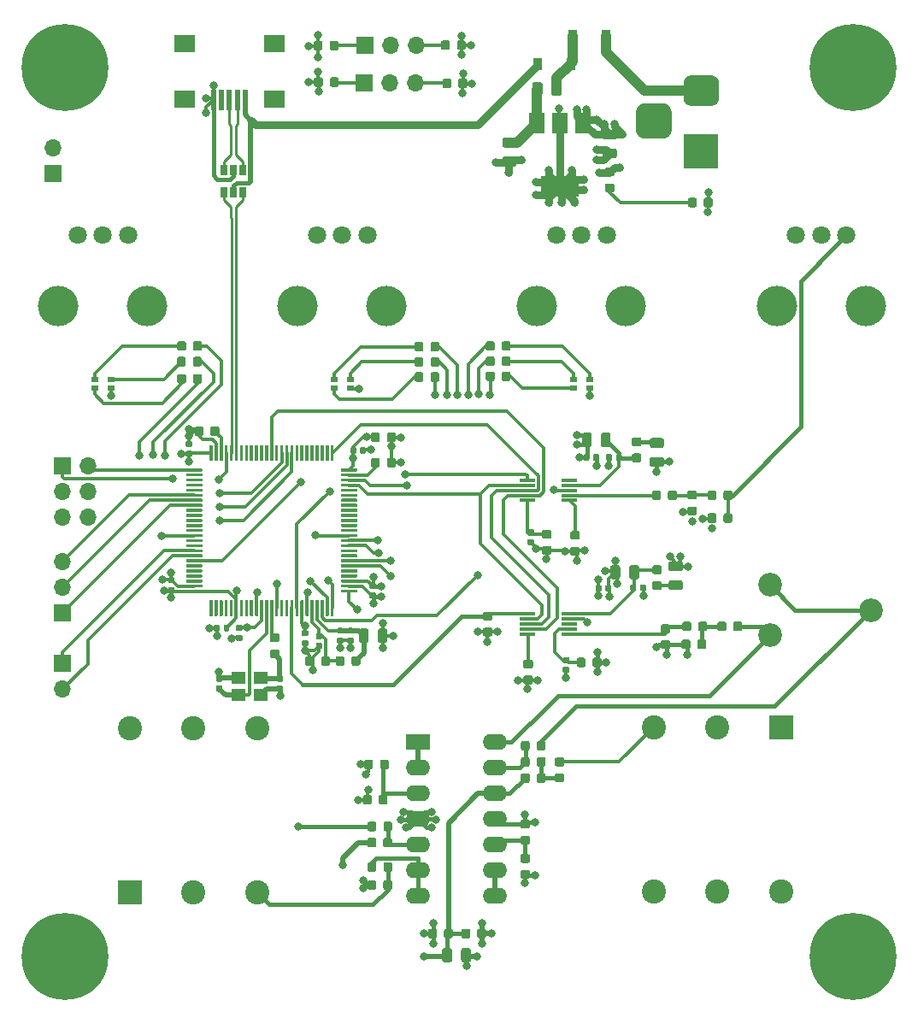
<source format=gtl>
G04 #@! TF.GenerationSoftware,KiCad,Pcbnew,(5.1.5-0-10_14)*
G04 #@! TF.CreationDate,2021-04-10T11:01:01-04:00*
G04 #@! TF.ProjectId,E90,4539302e-6b69-4636-9164-5f7063625858,rev?*
G04 #@! TF.SameCoordinates,Original*
G04 #@! TF.FileFunction,Copper,L1,Top*
G04 #@! TF.FilePolarity,Positive*
%FSLAX46Y46*%
G04 Gerber Fmt 4.6, Leading zero omitted, Abs format (unit mm)*
G04 Created by KiCad (PCBNEW (5.1.5-0-10_14)) date 2021-04-10 11:01:01*
%MOMM*%
%LPD*%
G04 APERTURE LIST*
%ADD10C,0.100000*%
%ADD11C,1.800000*%
%ADD12C,4.000000*%
%ADD13C,0.900000*%
%ADD14C,8.600000*%
%ADD15R,0.900000X1.200000*%
%ADD16R,0.800000X0.550000*%
%ADD17R,1.400000X1.200000*%
%ADD18O,1.700000X1.700000*%
%ADD19R,1.700000X1.700000*%
%ADD20R,0.500000X2.000000*%
%ADD21R,2.000000X1.700000*%
%ADD22R,3.500000X3.500000*%
%ADD23C,2.400000*%
%ADD24R,2.400000X2.400000*%
%ADD25C,2.340000*%
%ADD26R,3.800000X2.000000*%
%ADD27R,1.500000X2.000000*%
%ADD28R,1.500000X0.300000*%
%ADD29R,2.400000X1.600000*%
%ADD30O,2.400000X1.600000*%
%ADD31R,0.650000X1.060000*%
%ADD32C,0.800000*%
%ADD33C,0.300000*%
%ADD34C,0.500000*%
%ADD35C,0.400000*%
%ADD36C,0.750000*%
%ADD37C,1.000000*%
%ADD38C,0.250000*%
%ADD39C,0.261112*%
%ADD40C,0.260000*%
G04 APERTURE END LIST*
G04 #@! TA.AperFunction,SMDPad,CuDef*
D10*
G36*
X73826958Y-87005710D02*
G01*
X73841276Y-87007834D01*
X73855317Y-87011351D01*
X73868946Y-87016228D01*
X73882031Y-87022417D01*
X73894447Y-87029858D01*
X73906073Y-87038481D01*
X73916798Y-87048202D01*
X73926519Y-87058927D01*
X73935142Y-87070553D01*
X73942583Y-87082969D01*
X73948772Y-87096054D01*
X73953649Y-87109683D01*
X73957166Y-87123724D01*
X73959290Y-87138042D01*
X73960000Y-87152500D01*
X73960000Y-87447500D01*
X73959290Y-87461958D01*
X73957166Y-87476276D01*
X73953649Y-87490317D01*
X73948772Y-87503946D01*
X73942583Y-87517031D01*
X73935142Y-87529447D01*
X73926519Y-87541073D01*
X73916798Y-87551798D01*
X73906073Y-87561519D01*
X73894447Y-87570142D01*
X73882031Y-87577583D01*
X73868946Y-87583772D01*
X73855317Y-87588649D01*
X73841276Y-87592166D01*
X73826958Y-87594290D01*
X73812500Y-87595000D01*
X73467500Y-87595000D01*
X73453042Y-87594290D01*
X73438724Y-87592166D01*
X73424683Y-87588649D01*
X73411054Y-87583772D01*
X73397969Y-87577583D01*
X73385553Y-87570142D01*
X73373927Y-87561519D01*
X73363202Y-87551798D01*
X73353481Y-87541073D01*
X73344858Y-87529447D01*
X73337417Y-87517031D01*
X73331228Y-87503946D01*
X73326351Y-87490317D01*
X73322834Y-87476276D01*
X73320710Y-87461958D01*
X73320000Y-87447500D01*
X73320000Y-87152500D01*
X73320710Y-87138042D01*
X73322834Y-87123724D01*
X73326351Y-87109683D01*
X73331228Y-87096054D01*
X73337417Y-87082969D01*
X73344858Y-87070553D01*
X73353481Y-87058927D01*
X73363202Y-87048202D01*
X73373927Y-87038481D01*
X73385553Y-87029858D01*
X73397969Y-87022417D01*
X73411054Y-87016228D01*
X73424683Y-87011351D01*
X73438724Y-87007834D01*
X73453042Y-87005710D01*
X73467500Y-87005000D01*
X73812500Y-87005000D01*
X73826958Y-87005710D01*
G37*
G04 #@! TD.AperFunction*
G04 #@! TA.AperFunction,SMDPad,CuDef*
G36*
X73826958Y-87975710D02*
G01*
X73841276Y-87977834D01*
X73855317Y-87981351D01*
X73868946Y-87986228D01*
X73882031Y-87992417D01*
X73894447Y-87999858D01*
X73906073Y-88008481D01*
X73916798Y-88018202D01*
X73926519Y-88028927D01*
X73935142Y-88040553D01*
X73942583Y-88052969D01*
X73948772Y-88066054D01*
X73953649Y-88079683D01*
X73957166Y-88093724D01*
X73959290Y-88108042D01*
X73960000Y-88122500D01*
X73960000Y-88417500D01*
X73959290Y-88431958D01*
X73957166Y-88446276D01*
X73953649Y-88460317D01*
X73948772Y-88473946D01*
X73942583Y-88487031D01*
X73935142Y-88499447D01*
X73926519Y-88511073D01*
X73916798Y-88521798D01*
X73906073Y-88531519D01*
X73894447Y-88540142D01*
X73882031Y-88547583D01*
X73868946Y-88553772D01*
X73855317Y-88558649D01*
X73841276Y-88562166D01*
X73826958Y-88564290D01*
X73812500Y-88565000D01*
X73467500Y-88565000D01*
X73453042Y-88564290D01*
X73438724Y-88562166D01*
X73424683Y-88558649D01*
X73411054Y-88553772D01*
X73397969Y-88547583D01*
X73385553Y-88540142D01*
X73373927Y-88531519D01*
X73363202Y-88521798D01*
X73353481Y-88511073D01*
X73344858Y-88499447D01*
X73337417Y-88487031D01*
X73331228Y-88473946D01*
X73326351Y-88460317D01*
X73322834Y-88446276D01*
X73320710Y-88431958D01*
X73320000Y-88417500D01*
X73320000Y-88122500D01*
X73320710Y-88108042D01*
X73322834Y-88093724D01*
X73326351Y-88079683D01*
X73331228Y-88066054D01*
X73337417Y-88052969D01*
X73344858Y-88040553D01*
X73353481Y-88028927D01*
X73363202Y-88018202D01*
X73373927Y-88008481D01*
X73385553Y-87999858D01*
X73397969Y-87992417D01*
X73411054Y-87986228D01*
X73424683Y-87981351D01*
X73438724Y-87977834D01*
X73453042Y-87975710D01*
X73467500Y-87975000D01*
X73812500Y-87975000D01*
X73826958Y-87975710D01*
G37*
G04 #@! TD.AperFunction*
D11*
X78426666Y-47600000D03*
X75926666Y-47600000D03*
X73426666Y-47600000D03*
D12*
X80326666Y-54600000D03*
X71526666Y-54600000D03*
D13*
X128780419Y-116719581D03*
X126500000Y-115775000D03*
X124219581Y-116719581D03*
X123275000Y-119000000D03*
X124219581Y-121280419D03*
X126500000Y-122225000D03*
X128780419Y-121280419D03*
X129725000Y-119000000D03*
D14*
X126500000Y-119000000D03*
D13*
X50780419Y-116719581D03*
X48500000Y-115775000D03*
X46219581Y-116719581D03*
X45275000Y-119000000D03*
X46219581Y-121280419D03*
X48500000Y-122225000D03*
X50780419Y-121280419D03*
X51725000Y-119000000D03*
D14*
X48500000Y-119000000D03*
D13*
X50780419Y-28719581D03*
X48500000Y-27775000D03*
X46219581Y-28719581D03*
X45275000Y-31000000D03*
X46219581Y-33280419D03*
X48500000Y-34225000D03*
X50780419Y-33280419D03*
X51725000Y-31000000D03*
D14*
X48500000Y-31000000D03*
D13*
X128780419Y-28719581D03*
X126500000Y-27775000D03*
X124219581Y-28719581D03*
X123275000Y-31000000D03*
X124219581Y-33280419D03*
X126500000Y-34225000D03*
X128780419Y-33280419D03*
X129725000Y-31000000D03*
D14*
X126500000Y-31000000D03*
G04 #@! TA.AperFunction,SMDPad,CuDef*
D10*
G36*
X92960142Y-39801174D02*
G01*
X92983803Y-39804684D01*
X93007007Y-39810496D01*
X93029529Y-39818554D01*
X93051153Y-39828782D01*
X93071670Y-39841079D01*
X93090883Y-39855329D01*
X93108607Y-39871393D01*
X93124671Y-39889117D01*
X93138921Y-39908330D01*
X93151218Y-39928847D01*
X93161446Y-39950471D01*
X93169504Y-39972993D01*
X93175316Y-39996197D01*
X93178826Y-40019858D01*
X93180000Y-40043750D01*
X93180000Y-40531250D01*
X93178826Y-40555142D01*
X93175316Y-40578803D01*
X93169504Y-40602007D01*
X93161446Y-40624529D01*
X93151218Y-40646153D01*
X93138921Y-40666670D01*
X93124671Y-40685883D01*
X93108607Y-40703607D01*
X93090883Y-40719671D01*
X93071670Y-40733921D01*
X93051153Y-40746218D01*
X93029529Y-40756446D01*
X93007007Y-40764504D01*
X92983803Y-40770316D01*
X92960142Y-40773826D01*
X92936250Y-40775000D01*
X92023750Y-40775000D01*
X91999858Y-40773826D01*
X91976197Y-40770316D01*
X91952993Y-40764504D01*
X91930471Y-40756446D01*
X91908847Y-40746218D01*
X91888330Y-40733921D01*
X91869117Y-40719671D01*
X91851393Y-40703607D01*
X91835329Y-40685883D01*
X91821079Y-40666670D01*
X91808782Y-40646153D01*
X91798554Y-40624529D01*
X91790496Y-40602007D01*
X91784684Y-40578803D01*
X91781174Y-40555142D01*
X91780000Y-40531250D01*
X91780000Y-40043750D01*
X91781174Y-40019858D01*
X91784684Y-39996197D01*
X91790496Y-39972993D01*
X91798554Y-39950471D01*
X91808782Y-39928847D01*
X91821079Y-39908330D01*
X91835329Y-39889117D01*
X91851393Y-39871393D01*
X91869117Y-39855329D01*
X91888330Y-39841079D01*
X91908847Y-39828782D01*
X91930471Y-39818554D01*
X91952993Y-39810496D01*
X91976197Y-39804684D01*
X91999858Y-39801174D01*
X92023750Y-39800000D01*
X92936250Y-39800000D01*
X92960142Y-39801174D01*
G37*
G04 #@! TD.AperFunction*
G04 #@! TA.AperFunction,SMDPad,CuDef*
G36*
X92960142Y-37926174D02*
G01*
X92983803Y-37929684D01*
X93007007Y-37935496D01*
X93029529Y-37943554D01*
X93051153Y-37953782D01*
X93071670Y-37966079D01*
X93090883Y-37980329D01*
X93108607Y-37996393D01*
X93124671Y-38014117D01*
X93138921Y-38033330D01*
X93151218Y-38053847D01*
X93161446Y-38075471D01*
X93169504Y-38097993D01*
X93175316Y-38121197D01*
X93178826Y-38144858D01*
X93180000Y-38168750D01*
X93180000Y-38656250D01*
X93178826Y-38680142D01*
X93175316Y-38703803D01*
X93169504Y-38727007D01*
X93161446Y-38749529D01*
X93151218Y-38771153D01*
X93138921Y-38791670D01*
X93124671Y-38810883D01*
X93108607Y-38828607D01*
X93090883Y-38844671D01*
X93071670Y-38858921D01*
X93051153Y-38871218D01*
X93029529Y-38881446D01*
X93007007Y-38889504D01*
X92983803Y-38895316D01*
X92960142Y-38898826D01*
X92936250Y-38900000D01*
X92023750Y-38900000D01*
X91999858Y-38898826D01*
X91976197Y-38895316D01*
X91952993Y-38889504D01*
X91930471Y-38881446D01*
X91908847Y-38871218D01*
X91888330Y-38858921D01*
X91869117Y-38844671D01*
X91851393Y-38828607D01*
X91835329Y-38810883D01*
X91821079Y-38791670D01*
X91808782Y-38771153D01*
X91798554Y-38749529D01*
X91790496Y-38727007D01*
X91784684Y-38703803D01*
X91781174Y-38680142D01*
X91780000Y-38656250D01*
X91780000Y-38168750D01*
X91781174Y-38144858D01*
X91784684Y-38121197D01*
X91790496Y-38097993D01*
X91798554Y-38075471D01*
X91808782Y-38053847D01*
X91821079Y-38033330D01*
X91835329Y-38014117D01*
X91851393Y-37996393D01*
X91869117Y-37980329D01*
X91888330Y-37966079D01*
X91908847Y-37953782D01*
X91930471Y-37943554D01*
X91952993Y-37935496D01*
X91976197Y-37929684D01*
X91999858Y-37926174D01*
X92023750Y-37925000D01*
X92936250Y-37925000D01*
X92960142Y-37926174D01*
G37*
G04 #@! TD.AperFunction*
G04 #@! TA.AperFunction,SMDPad,CuDef*
G36*
X102910142Y-39003174D02*
G01*
X102933803Y-39006684D01*
X102957007Y-39012496D01*
X102979529Y-39020554D01*
X103001153Y-39030782D01*
X103021670Y-39043079D01*
X103040883Y-39057329D01*
X103058607Y-39073393D01*
X103074671Y-39091117D01*
X103088921Y-39110330D01*
X103101218Y-39130847D01*
X103111446Y-39152471D01*
X103119504Y-39174993D01*
X103125316Y-39198197D01*
X103128826Y-39221858D01*
X103130000Y-39245750D01*
X103130000Y-39733250D01*
X103128826Y-39757142D01*
X103125316Y-39780803D01*
X103119504Y-39804007D01*
X103111446Y-39826529D01*
X103101218Y-39848153D01*
X103088921Y-39868670D01*
X103074671Y-39887883D01*
X103058607Y-39905607D01*
X103040883Y-39921671D01*
X103021670Y-39935921D01*
X103001153Y-39948218D01*
X102979529Y-39958446D01*
X102957007Y-39966504D01*
X102933803Y-39972316D01*
X102910142Y-39975826D01*
X102886250Y-39977000D01*
X101973750Y-39977000D01*
X101949858Y-39975826D01*
X101926197Y-39972316D01*
X101902993Y-39966504D01*
X101880471Y-39958446D01*
X101858847Y-39948218D01*
X101838330Y-39935921D01*
X101819117Y-39921671D01*
X101801393Y-39905607D01*
X101785329Y-39887883D01*
X101771079Y-39868670D01*
X101758782Y-39848153D01*
X101748554Y-39826529D01*
X101740496Y-39804007D01*
X101734684Y-39780803D01*
X101731174Y-39757142D01*
X101730000Y-39733250D01*
X101730000Y-39245750D01*
X101731174Y-39221858D01*
X101734684Y-39198197D01*
X101740496Y-39174993D01*
X101748554Y-39152471D01*
X101758782Y-39130847D01*
X101771079Y-39110330D01*
X101785329Y-39091117D01*
X101801393Y-39073393D01*
X101819117Y-39057329D01*
X101838330Y-39043079D01*
X101858847Y-39030782D01*
X101880471Y-39020554D01*
X101902993Y-39012496D01*
X101926197Y-39006684D01*
X101949858Y-39003174D01*
X101973750Y-39002000D01*
X102886250Y-39002000D01*
X102910142Y-39003174D01*
G37*
G04 #@! TD.AperFunction*
G04 #@! TA.AperFunction,SMDPad,CuDef*
G36*
X102910142Y-37128174D02*
G01*
X102933803Y-37131684D01*
X102957007Y-37137496D01*
X102979529Y-37145554D01*
X103001153Y-37155782D01*
X103021670Y-37168079D01*
X103040883Y-37182329D01*
X103058607Y-37198393D01*
X103074671Y-37216117D01*
X103088921Y-37235330D01*
X103101218Y-37255847D01*
X103111446Y-37277471D01*
X103119504Y-37299993D01*
X103125316Y-37323197D01*
X103128826Y-37346858D01*
X103130000Y-37370750D01*
X103130000Y-37858250D01*
X103128826Y-37882142D01*
X103125316Y-37905803D01*
X103119504Y-37929007D01*
X103111446Y-37951529D01*
X103101218Y-37973153D01*
X103088921Y-37993670D01*
X103074671Y-38012883D01*
X103058607Y-38030607D01*
X103040883Y-38046671D01*
X103021670Y-38060921D01*
X103001153Y-38073218D01*
X102979529Y-38083446D01*
X102957007Y-38091504D01*
X102933803Y-38097316D01*
X102910142Y-38100826D01*
X102886250Y-38102000D01*
X101973750Y-38102000D01*
X101949858Y-38100826D01*
X101926197Y-38097316D01*
X101902993Y-38091504D01*
X101880471Y-38083446D01*
X101858847Y-38073218D01*
X101838330Y-38060921D01*
X101819117Y-38046671D01*
X101801393Y-38030607D01*
X101785329Y-38012883D01*
X101771079Y-37993670D01*
X101758782Y-37973153D01*
X101748554Y-37951529D01*
X101740496Y-37929007D01*
X101734684Y-37905803D01*
X101731174Y-37882142D01*
X101730000Y-37858250D01*
X101730000Y-37370750D01*
X101731174Y-37346858D01*
X101734684Y-37323197D01*
X101740496Y-37299993D01*
X101748554Y-37277471D01*
X101758782Y-37255847D01*
X101771079Y-37235330D01*
X101785329Y-37216117D01*
X101801393Y-37198393D01*
X101819117Y-37182329D01*
X101838330Y-37168079D01*
X101858847Y-37155782D01*
X101880471Y-37145554D01*
X101902993Y-37137496D01*
X101926197Y-37131684D01*
X101949858Y-37128174D01*
X101973750Y-37127000D01*
X102886250Y-37127000D01*
X102910142Y-37128174D01*
G37*
G04 #@! TD.AperFunction*
G04 #@! TA.AperFunction,SMDPad,CuDef*
G36*
X101246958Y-69280710D02*
G01*
X101261276Y-69282834D01*
X101275317Y-69286351D01*
X101288946Y-69291228D01*
X101302031Y-69297417D01*
X101314447Y-69304858D01*
X101326073Y-69313481D01*
X101336798Y-69323202D01*
X101346519Y-69333927D01*
X101355142Y-69345553D01*
X101362583Y-69357969D01*
X101368772Y-69371054D01*
X101373649Y-69384683D01*
X101377166Y-69398724D01*
X101379290Y-69413042D01*
X101380000Y-69427500D01*
X101380000Y-69772500D01*
X101379290Y-69786958D01*
X101377166Y-69801276D01*
X101373649Y-69815317D01*
X101368772Y-69828946D01*
X101362583Y-69842031D01*
X101355142Y-69854447D01*
X101346519Y-69866073D01*
X101336798Y-69876798D01*
X101326073Y-69886519D01*
X101314447Y-69895142D01*
X101302031Y-69902583D01*
X101288946Y-69908772D01*
X101275317Y-69913649D01*
X101261276Y-69917166D01*
X101246958Y-69919290D01*
X101232500Y-69920000D01*
X100937500Y-69920000D01*
X100923042Y-69919290D01*
X100908724Y-69917166D01*
X100894683Y-69913649D01*
X100881054Y-69908772D01*
X100867969Y-69902583D01*
X100855553Y-69895142D01*
X100843927Y-69886519D01*
X100833202Y-69876798D01*
X100823481Y-69866073D01*
X100814858Y-69854447D01*
X100807417Y-69842031D01*
X100801228Y-69828946D01*
X100796351Y-69815317D01*
X100792834Y-69801276D01*
X100790710Y-69786958D01*
X100790000Y-69772500D01*
X100790000Y-69427500D01*
X100790710Y-69413042D01*
X100792834Y-69398724D01*
X100796351Y-69384683D01*
X100801228Y-69371054D01*
X100807417Y-69357969D01*
X100814858Y-69345553D01*
X100823481Y-69333927D01*
X100833202Y-69323202D01*
X100843927Y-69313481D01*
X100855553Y-69304858D01*
X100867969Y-69297417D01*
X100881054Y-69291228D01*
X100894683Y-69286351D01*
X100908724Y-69282834D01*
X100923042Y-69280710D01*
X100937500Y-69280000D01*
X101232500Y-69280000D01*
X101246958Y-69280710D01*
G37*
G04 #@! TD.AperFunction*
G04 #@! TA.AperFunction,SMDPad,CuDef*
G36*
X100276958Y-69280710D02*
G01*
X100291276Y-69282834D01*
X100305317Y-69286351D01*
X100318946Y-69291228D01*
X100332031Y-69297417D01*
X100344447Y-69304858D01*
X100356073Y-69313481D01*
X100366798Y-69323202D01*
X100376519Y-69333927D01*
X100385142Y-69345553D01*
X100392583Y-69357969D01*
X100398772Y-69371054D01*
X100403649Y-69384683D01*
X100407166Y-69398724D01*
X100409290Y-69413042D01*
X100410000Y-69427500D01*
X100410000Y-69772500D01*
X100409290Y-69786958D01*
X100407166Y-69801276D01*
X100403649Y-69815317D01*
X100398772Y-69828946D01*
X100392583Y-69842031D01*
X100385142Y-69854447D01*
X100376519Y-69866073D01*
X100366798Y-69876798D01*
X100356073Y-69886519D01*
X100344447Y-69895142D01*
X100332031Y-69902583D01*
X100318946Y-69908772D01*
X100305317Y-69913649D01*
X100291276Y-69917166D01*
X100276958Y-69919290D01*
X100262500Y-69920000D01*
X99967500Y-69920000D01*
X99953042Y-69919290D01*
X99938724Y-69917166D01*
X99924683Y-69913649D01*
X99911054Y-69908772D01*
X99897969Y-69902583D01*
X99885553Y-69895142D01*
X99873927Y-69886519D01*
X99863202Y-69876798D01*
X99853481Y-69866073D01*
X99844858Y-69854447D01*
X99837417Y-69842031D01*
X99831228Y-69828946D01*
X99826351Y-69815317D01*
X99822834Y-69801276D01*
X99820710Y-69786958D01*
X99820000Y-69772500D01*
X99820000Y-69427500D01*
X99820710Y-69413042D01*
X99822834Y-69398724D01*
X99826351Y-69384683D01*
X99831228Y-69371054D01*
X99837417Y-69357969D01*
X99844858Y-69345553D01*
X99853481Y-69333927D01*
X99863202Y-69323202D01*
X99873927Y-69313481D01*
X99885553Y-69304858D01*
X99897969Y-69297417D01*
X99911054Y-69291228D01*
X99924683Y-69286351D01*
X99938724Y-69282834D01*
X99953042Y-69280710D01*
X99967500Y-69280000D01*
X100262500Y-69280000D01*
X100276958Y-69280710D01*
G37*
G04 #@! TD.AperFunction*
G04 #@! TA.AperFunction,SMDPad,CuDef*
G36*
X105377691Y-67626053D02*
G01*
X105398926Y-67629203D01*
X105419750Y-67634419D01*
X105439962Y-67641651D01*
X105459368Y-67650830D01*
X105477781Y-67661866D01*
X105495024Y-67674654D01*
X105510930Y-67689070D01*
X105525346Y-67704976D01*
X105538134Y-67722219D01*
X105549170Y-67740632D01*
X105558349Y-67760038D01*
X105565581Y-67780250D01*
X105570797Y-67801074D01*
X105573947Y-67822309D01*
X105575000Y-67843750D01*
X105575000Y-68281250D01*
X105573947Y-68302691D01*
X105570797Y-68323926D01*
X105565581Y-68344750D01*
X105558349Y-68364962D01*
X105549170Y-68384368D01*
X105538134Y-68402781D01*
X105525346Y-68420024D01*
X105510930Y-68435930D01*
X105495024Y-68450346D01*
X105477781Y-68463134D01*
X105459368Y-68474170D01*
X105439962Y-68483349D01*
X105419750Y-68490581D01*
X105398926Y-68495797D01*
X105377691Y-68498947D01*
X105356250Y-68500000D01*
X104843750Y-68500000D01*
X104822309Y-68498947D01*
X104801074Y-68495797D01*
X104780250Y-68490581D01*
X104760038Y-68483349D01*
X104740632Y-68474170D01*
X104722219Y-68463134D01*
X104704976Y-68450346D01*
X104689070Y-68435930D01*
X104674654Y-68420024D01*
X104661866Y-68402781D01*
X104650830Y-68384368D01*
X104641651Y-68364962D01*
X104634419Y-68344750D01*
X104629203Y-68323926D01*
X104626053Y-68302691D01*
X104625000Y-68281250D01*
X104625000Y-67843750D01*
X104626053Y-67822309D01*
X104629203Y-67801074D01*
X104634419Y-67780250D01*
X104641651Y-67760038D01*
X104650830Y-67740632D01*
X104661866Y-67722219D01*
X104674654Y-67704976D01*
X104689070Y-67689070D01*
X104704976Y-67674654D01*
X104722219Y-67661866D01*
X104740632Y-67650830D01*
X104760038Y-67641651D01*
X104780250Y-67634419D01*
X104801074Y-67629203D01*
X104822309Y-67626053D01*
X104843750Y-67625000D01*
X105356250Y-67625000D01*
X105377691Y-67626053D01*
G37*
G04 #@! TD.AperFunction*
G04 #@! TA.AperFunction,SMDPad,CuDef*
G36*
X105377691Y-69201053D02*
G01*
X105398926Y-69204203D01*
X105419750Y-69209419D01*
X105439962Y-69216651D01*
X105459368Y-69225830D01*
X105477781Y-69236866D01*
X105495024Y-69249654D01*
X105510930Y-69264070D01*
X105525346Y-69279976D01*
X105538134Y-69297219D01*
X105549170Y-69315632D01*
X105558349Y-69335038D01*
X105565581Y-69355250D01*
X105570797Y-69376074D01*
X105573947Y-69397309D01*
X105575000Y-69418750D01*
X105575000Y-69856250D01*
X105573947Y-69877691D01*
X105570797Y-69898926D01*
X105565581Y-69919750D01*
X105558349Y-69939962D01*
X105549170Y-69959368D01*
X105538134Y-69977781D01*
X105525346Y-69995024D01*
X105510930Y-70010930D01*
X105495024Y-70025346D01*
X105477781Y-70038134D01*
X105459368Y-70049170D01*
X105439962Y-70058349D01*
X105419750Y-70065581D01*
X105398926Y-70070797D01*
X105377691Y-70073947D01*
X105356250Y-70075000D01*
X104843750Y-70075000D01*
X104822309Y-70073947D01*
X104801074Y-70070797D01*
X104780250Y-70065581D01*
X104760038Y-70058349D01*
X104740632Y-70049170D01*
X104722219Y-70038134D01*
X104704976Y-70025346D01*
X104689070Y-70010930D01*
X104674654Y-69995024D01*
X104661866Y-69977781D01*
X104650830Y-69959368D01*
X104641651Y-69939962D01*
X104634419Y-69919750D01*
X104629203Y-69898926D01*
X104626053Y-69877691D01*
X104625000Y-69856250D01*
X104625000Y-69418750D01*
X104626053Y-69397309D01*
X104629203Y-69376074D01*
X104634419Y-69355250D01*
X104641651Y-69335038D01*
X104650830Y-69315632D01*
X104661866Y-69297219D01*
X104674654Y-69279976D01*
X104689070Y-69264070D01*
X104704976Y-69249654D01*
X104722219Y-69236866D01*
X104740632Y-69225830D01*
X104760038Y-69216651D01*
X104780250Y-69209419D01*
X104801074Y-69204203D01*
X104822309Y-69201053D01*
X104843750Y-69200000D01*
X105356250Y-69200000D01*
X105377691Y-69201053D01*
G37*
G04 #@! TD.AperFunction*
G04 #@! TA.AperFunction,SMDPad,CuDef*
G36*
X103496958Y-69280710D02*
G01*
X103511276Y-69282834D01*
X103525317Y-69286351D01*
X103538946Y-69291228D01*
X103552031Y-69297417D01*
X103564447Y-69304858D01*
X103576073Y-69313481D01*
X103586798Y-69323202D01*
X103596519Y-69333927D01*
X103605142Y-69345553D01*
X103612583Y-69357969D01*
X103618772Y-69371054D01*
X103623649Y-69384683D01*
X103627166Y-69398724D01*
X103629290Y-69413042D01*
X103630000Y-69427500D01*
X103630000Y-69772500D01*
X103629290Y-69786958D01*
X103627166Y-69801276D01*
X103623649Y-69815317D01*
X103618772Y-69828946D01*
X103612583Y-69842031D01*
X103605142Y-69854447D01*
X103596519Y-69866073D01*
X103586798Y-69876798D01*
X103576073Y-69886519D01*
X103564447Y-69895142D01*
X103552031Y-69902583D01*
X103538946Y-69908772D01*
X103525317Y-69913649D01*
X103511276Y-69917166D01*
X103496958Y-69919290D01*
X103482500Y-69920000D01*
X103187500Y-69920000D01*
X103173042Y-69919290D01*
X103158724Y-69917166D01*
X103144683Y-69913649D01*
X103131054Y-69908772D01*
X103117969Y-69902583D01*
X103105553Y-69895142D01*
X103093927Y-69886519D01*
X103083202Y-69876798D01*
X103073481Y-69866073D01*
X103064858Y-69854447D01*
X103057417Y-69842031D01*
X103051228Y-69828946D01*
X103046351Y-69815317D01*
X103042834Y-69801276D01*
X103040710Y-69786958D01*
X103040000Y-69772500D01*
X103040000Y-69427500D01*
X103040710Y-69413042D01*
X103042834Y-69398724D01*
X103046351Y-69384683D01*
X103051228Y-69371054D01*
X103057417Y-69357969D01*
X103064858Y-69345553D01*
X103073481Y-69333927D01*
X103083202Y-69323202D01*
X103093927Y-69313481D01*
X103105553Y-69304858D01*
X103117969Y-69297417D01*
X103131054Y-69291228D01*
X103144683Y-69286351D01*
X103158724Y-69282834D01*
X103173042Y-69280710D01*
X103187500Y-69280000D01*
X103482500Y-69280000D01*
X103496958Y-69280710D01*
G37*
G04 #@! TD.AperFunction*
G04 #@! TA.AperFunction,SMDPad,CuDef*
G36*
X102526958Y-69280710D02*
G01*
X102541276Y-69282834D01*
X102555317Y-69286351D01*
X102568946Y-69291228D01*
X102582031Y-69297417D01*
X102594447Y-69304858D01*
X102606073Y-69313481D01*
X102616798Y-69323202D01*
X102626519Y-69333927D01*
X102635142Y-69345553D01*
X102642583Y-69357969D01*
X102648772Y-69371054D01*
X102653649Y-69384683D01*
X102657166Y-69398724D01*
X102659290Y-69413042D01*
X102660000Y-69427500D01*
X102660000Y-69772500D01*
X102659290Y-69786958D01*
X102657166Y-69801276D01*
X102653649Y-69815317D01*
X102648772Y-69828946D01*
X102642583Y-69842031D01*
X102635142Y-69854447D01*
X102626519Y-69866073D01*
X102616798Y-69876798D01*
X102606073Y-69886519D01*
X102594447Y-69895142D01*
X102582031Y-69902583D01*
X102568946Y-69908772D01*
X102555317Y-69913649D01*
X102541276Y-69917166D01*
X102526958Y-69919290D01*
X102512500Y-69920000D01*
X102217500Y-69920000D01*
X102203042Y-69919290D01*
X102188724Y-69917166D01*
X102174683Y-69913649D01*
X102161054Y-69908772D01*
X102147969Y-69902583D01*
X102135553Y-69895142D01*
X102123927Y-69886519D01*
X102113202Y-69876798D01*
X102103481Y-69866073D01*
X102094858Y-69854447D01*
X102087417Y-69842031D01*
X102081228Y-69828946D01*
X102076351Y-69815317D01*
X102072834Y-69801276D01*
X102070710Y-69786958D01*
X102070000Y-69772500D01*
X102070000Y-69427500D01*
X102070710Y-69413042D01*
X102072834Y-69398724D01*
X102076351Y-69384683D01*
X102081228Y-69371054D01*
X102087417Y-69357969D01*
X102094858Y-69345553D01*
X102103481Y-69333927D01*
X102113202Y-69323202D01*
X102123927Y-69313481D01*
X102135553Y-69304858D01*
X102147969Y-69297417D01*
X102161054Y-69291228D01*
X102174683Y-69286351D01*
X102188724Y-69282834D01*
X102203042Y-69280710D01*
X102217500Y-69280000D01*
X102512500Y-69280000D01*
X102526958Y-69280710D01*
G37*
G04 #@! TD.AperFunction*
G04 #@! TA.AperFunction,SMDPad,CuDef*
G36*
X97727691Y-100901053D02*
G01*
X97748926Y-100904203D01*
X97769750Y-100909419D01*
X97789962Y-100916651D01*
X97809368Y-100925830D01*
X97827781Y-100936866D01*
X97845024Y-100949654D01*
X97860930Y-100964070D01*
X97875346Y-100979976D01*
X97888134Y-100997219D01*
X97899170Y-101015632D01*
X97908349Y-101035038D01*
X97915581Y-101055250D01*
X97920797Y-101076074D01*
X97923947Y-101097309D01*
X97925000Y-101118750D01*
X97925000Y-101556250D01*
X97923947Y-101577691D01*
X97920797Y-101598926D01*
X97915581Y-101619750D01*
X97908349Y-101639962D01*
X97899170Y-101659368D01*
X97888134Y-101677781D01*
X97875346Y-101695024D01*
X97860930Y-101710930D01*
X97845024Y-101725346D01*
X97827781Y-101738134D01*
X97809368Y-101749170D01*
X97789962Y-101758349D01*
X97769750Y-101765581D01*
X97748926Y-101770797D01*
X97727691Y-101773947D01*
X97706250Y-101775000D01*
X97193750Y-101775000D01*
X97172309Y-101773947D01*
X97151074Y-101770797D01*
X97130250Y-101765581D01*
X97110038Y-101758349D01*
X97090632Y-101749170D01*
X97072219Y-101738134D01*
X97054976Y-101725346D01*
X97039070Y-101710930D01*
X97024654Y-101695024D01*
X97011866Y-101677781D01*
X97000830Y-101659368D01*
X96991651Y-101639962D01*
X96984419Y-101619750D01*
X96979203Y-101598926D01*
X96976053Y-101577691D01*
X96975000Y-101556250D01*
X96975000Y-101118750D01*
X96976053Y-101097309D01*
X96979203Y-101076074D01*
X96984419Y-101055250D01*
X96991651Y-101035038D01*
X97000830Y-101015632D01*
X97011866Y-100997219D01*
X97024654Y-100979976D01*
X97039070Y-100964070D01*
X97054976Y-100949654D01*
X97072219Y-100936866D01*
X97090632Y-100925830D01*
X97110038Y-100916651D01*
X97130250Y-100909419D01*
X97151074Y-100904203D01*
X97172309Y-100901053D01*
X97193750Y-100900000D01*
X97706250Y-100900000D01*
X97727691Y-100901053D01*
G37*
G04 #@! TD.AperFunction*
G04 #@! TA.AperFunction,SMDPad,CuDef*
G36*
X97727691Y-99326053D02*
G01*
X97748926Y-99329203D01*
X97769750Y-99334419D01*
X97789962Y-99341651D01*
X97809368Y-99350830D01*
X97827781Y-99361866D01*
X97845024Y-99374654D01*
X97860930Y-99389070D01*
X97875346Y-99404976D01*
X97888134Y-99422219D01*
X97899170Y-99440632D01*
X97908349Y-99460038D01*
X97915581Y-99480250D01*
X97920797Y-99501074D01*
X97923947Y-99522309D01*
X97925000Y-99543750D01*
X97925000Y-99981250D01*
X97923947Y-100002691D01*
X97920797Y-100023926D01*
X97915581Y-100044750D01*
X97908349Y-100064962D01*
X97899170Y-100084368D01*
X97888134Y-100102781D01*
X97875346Y-100120024D01*
X97860930Y-100135930D01*
X97845024Y-100150346D01*
X97827781Y-100163134D01*
X97809368Y-100174170D01*
X97789962Y-100183349D01*
X97769750Y-100190581D01*
X97748926Y-100195797D01*
X97727691Y-100198947D01*
X97706250Y-100200000D01*
X97193750Y-100200000D01*
X97172309Y-100198947D01*
X97151074Y-100195797D01*
X97130250Y-100190581D01*
X97110038Y-100183349D01*
X97090632Y-100174170D01*
X97072219Y-100163134D01*
X97054976Y-100150346D01*
X97039070Y-100135930D01*
X97024654Y-100120024D01*
X97011866Y-100102781D01*
X97000830Y-100084368D01*
X96991651Y-100064962D01*
X96984419Y-100044750D01*
X96979203Y-100023926D01*
X96976053Y-100002691D01*
X96975000Y-99981250D01*
X96975000Y-99543750D01*
X96976053Y-99522309D01*
X96979203Y-99501074D01*
X96984419Y-99480250D01*
X96991651Y-99460038D01*
X97000830Y-99440632D01*
X97011866Y-99422219D01*
X97024654Y-99404976D01*
X97039070Y-99389070D01*
X97054976Y-99374654D01*
X97072219Y-99361866D01*
X97090632Y-99350830D01*
X97110038Y-99341651D01*
X97130250Y-99334419D01*
X97151074Y-99329203D01*
X97172309Y-99326053D01*
X97193750Y-99325000D01*
X97706250Y-99325000D01*
X97727691Y-99326053D01*
G37*
G04 #@! TD.AperFunction*
G04 #@! TA.AperFunction,SMDPad,CuDef*
G36*
X107302691Y-72876053D02*
G01*
X107323926Y-72879203D01*
X107344750Y-72884419D01*
X107364962Y-72891651D01*
X107384368Y-72900830D01*
X107402781Y-72911866D01*
X107420024Y-72924654D01*
X107435930Y-72939070D01*
X107450346Y-72954976D01*
X107463134Y-72972219D01*
X107474170Y-72990632D01*
X107483349Y-73010038D01*
X107490581Y-73030250D01*
X107495797Y-73051074D01*
X107498947Y-73072309D01*
X107500000Y-73093750D01*
X107500000Y-73606250D01*
X107498947Y-73627691D01*
X107495797Y-73648926D01*
X107490581Y-73669750D01*
X107483349Y-73689962D01*
X107474170Y-73709368D01*
X107463134Y-73727781D01*
X107450346Y-73745024D01*
X107435930Y-73760930D01*
X107420024Y-73775346D01*
X107402781Y-73788134D01*
X107384368Y-73799170D01*
X107364962Y-73808349D01*
X107344750Y-73815581D01*
X107323926Y-73820797D01*
X107302691Y-73823947D01*
X107281250Y-73825000D01*
X106843750Y-73825000D01*
X106822309Y-73823947D01*
X106801074Y-73820797D01*
X106780250Y-73815581D01*
X106760038Y-73808349D01*
X106740632Y-73799170D01*
X106722219Y-73788134D01*
X106704976Y-73775346D01*
X106689070Y-73760930D01*
X106674654Y-73745024D01*
X106661866Y-73727781D01*
X106650830Y-73709368D01*
X106641651Y-73689962D01*
X106634419Y-73669750D01*
X106629203Y-73648926D01*
X106626053Y-73627691D01*
X106625000Y-73606250D01*
X106625000Y-73093750D01*
X106626053Y-73072309D01*
X106629203Y-73051074D01*
X106634419Y-73030250D01*
X106641651Y-73010038D01*
X106650830Y-72990632D01*
X106661866Y-72972219D01*
X106674654Y-72954976D01*
X106689070Y-72939070D01*
X106704976Y-72924654D01*
X106722219Y-72911866D01*
X106740632Y-72900830D01*
X106760038Y-72891651D01*
X106780250Y-72884419D01*
X106801074Y-72879203D01*
X106822309Y-72876053D01*
X106843750Y-72875000D01*
X107281250Y-72875000D01*
X107302691Y-72876053D01*
G37*
G04 #@! TD.AperFunction*
G04 #@! TA.AperFunction,SMDPad,CuDef*
G36*
X108877691Y-72876053D02*
G01*
X108898926Y-72879203D01*
X108919750Y-72884419D01*
X108939962Y-72891651D01*
X108959368Y-72900830D01*
X108977781Y-72911866D01*
X108995024Y-72924654D01*
X109010930Y-72939070D01*
X109025346Y-72954976D01*
X109038134Y-72972219D01*
X109049170Y-72990632D01*
X109058349Y-73010038D01*
X109065581Y-73030250D01*
X109070797Y-73051074D01*
X109073947Y-73072309D01*
X109075000Y-73093750D01*
X109075000Y-73606250D01*
X109073947Y-73627691D01*
X109070797Y-73648926D01*
X109065581Y-73669750D01*
X109058349Y-73689962D01*
X109049170Y-73709368D01*
X109038134Y-73727781D01*
X109025346Y-73745024D01*
X109010930Y-73760930D01*
X108995024Y-73775346D01*
X108977781Y-73788134D01*
X108959368Y-73799170D01*
X108939962Y-73808349D01*
X108919750Y-73815581D01*
X108898926Y-73820797D01*
X108877691Y-73823947D01*
X108856250Y-73825000D01*
X108418750Y-73825000D01*
X108397309Y-73823947D01*
X108376074Y-73820797D01*
X108355250Y-73815581D01*
X108335038Y-73808349D01*
X108315632Y-73799170D01*
X108297219Y-73788134D01*
X108279976Y-73775346D01*
X108264070Y-73760930D01*
X108249654Y-73745024D01*
X108236866Y-73727781D01*
X108225830Y-73709368D01*
X108216651Y-73689962D01*
X108209419Y-73669750D01*
X108204203Y-73648926D01*
X108201053Y-73627691D01*
X108200000Y-73606250D01*
X108200000Y-73093750D01*
X108201053Y-73072309D01*
X108204203Y-73051074D01*
X108209419Y-73030250D01*
X108216651Y-73010038D01*
X108225830Y-72990632D01*
X108236866Y-72972219D01*
X108249654Y-72954976D01*
X108264070Y-72939070D01*
X108279976Y-72924654D01*
X108297219Y-72911866D01*
X108315632Y-72900830D01*
X108335038Y-72891651D01*
X108355250Y-72884419D01*
X108376074Y-72879203D01*
X108397309Y-72876053D01*
X108418750Y-72875000D01*
X108856250Y-72875000D01*
X108877691Y-72876053D01*
G37*
G04 #@! TD.AperFunction*
G04 #@! TA.AperFunction,SMDPad,CuDef*
G36*
X94786958Y-77690710D02*
G01*
X94801276Y-77692834D01*
X94815317Y-77696351D01*
X94828946Y-77701228D01*
X94842031Y-77707417D01*
X94854447Y-77714858D01*
X94866073Y-77723481D01*
X94876798Y-77733202D01*
X94886519Y-77743927D01*
X94895142Y-77755553D01*
X94902583Y-77767969D01*
X94908772Y-77781054D01*
X94913649Y-77794683D01*
X94917166Y-77808724D01*
X94919290Y-77823042D01*
X94920000Y-77837500D01*
X94920000Y-78132500D01*
X94919290Y-78146958D01*
X94917166Y-78161276D01*
X94913649Y-78175317D01*
X94908772Y-78188946D01*
X94902583Y-78202031D01*
X94895142Y-78214447D01*
X94886519Y-78226073D01*
X94876798Y-78236798D01*
X94866073Y-78246519D01*
X94854447Y-78255142D01*
X94842031Y-78262583D01*
X94828946Y-78268772D01*
X94815317Y-78273649D01*
X94801276Y-78277166D01*
X94786958Y-78279290D01*
X94772500Y-78280000D01*
X94427500Y-78280000D01*
X94413042Y-78279290D01*
X94398724Y-78277166D01*
X94384683Y-78273649D01*
X94371054Y-78268772D01*
X94357969Y-78262583D01*
X94345553Y-78255142D01*
X94333927Y-78246519D01*
X94323202Y-78236798D01*
X94313481Y-78226073D01*
X94304858Y-78214447D01*
X94297417Y-78202031D01*
X94291228Y-78188946D01*
X94286351Y-78175317D01*
X94282834Y-78161276D01*
X94280710Y-78146958D01*
X94280000Y-78132500D01*
X94280000Y-77837500D01*
X94280710Y-77823042D01*
X94282834Y-77808724D01*
X94286351Y-77794683D01*
X94291228Y-77781054D01*
X94297417Y-77767969D01*
X94304858Y-77755553D01*
X94313481Y-77743927D01*
X94323202Y-77733202D01*
X94333927Y-77723481D01*
X94345553Y-77714858D01*
X94357969Y-77707417D01*
X94371054Y-77701228D01*
X94384683Y-77696351D01*
X94398724Y-77692834D01*
X94413042Y-77690710D01*
X94427500Y-77690000D01*
X94772500Y-77690000D01*
X94786958Y-77690710D01*
G37*
G04 #@! TD.AperFunction*
G04 #@! TA.AperFunction,SMDPad,CuDef*
G36*
X94786958Y-76720710D02*
G01*
X94801276Y-76722834D01*
X94815317Y-76726351D01*
X94828946Y-76731228D01*
X94842031Y-76737417D01*
X94854447Y-76744858D01*
X94866073Y-76753481D01*
X94876798Y-76763202D01*
X94886519Y-76773927D01*
X94895142Y-76785553D01*
X94902583Y-76797969D01*
X94908772Y-76811054D01*
X94913649Y-76824683D01*
X94917166Y-76838724D01*
X94919290Y-76853042D01*
X94920000Y-76867500D01*
X94920000Y-77162500D01*
X94919290Y-77176958D01*
X94917166Y-77191276D01*
X94913649Y-77205317D01*
X94908772Y-77218946D01*
X94902583Y-77232031D01*
X94895142Y-77244447D01*
X94886519Y-77256073D01*
X94876798Y-77266798D01*
X94866073Y-77276519D01*
X94854447Y-77285142D01*
X94842031Y-77292583D01*
X94828946Y-77298772D01*
X94815317Y-77303649D01*
X94801276Y-77307166D01*
X94786958Y-77309290D01*
X94772500Y-77310000D01*
X94427500Y-77310000D01*
X94413042Y-77309290D01*
X94398724Y-77307166D01*
X94384683Y-77303649D01*
X94371054Y-77298772D01*
X94357969Y-77292583D01*
X94345553Y-77285142D01*
X94333927Y-77276519D01*
X94323202Y-77266798D01*
X94313481Y-77256073D01*
X94304858Y-77244447D01*
X94297417Y-77232031D01*
X94291228Y-77218946D01*
X94286351Y-77205317D01*
X94282834Y-77191276D01*
X94280710Y-77176958D01*
X94280000Y-77162500D01*
X94280000Y-76867500D01*
X94280710Y-76853042D01*
X94282834Y-76838724D01*
X94286351Y-76824683D01*
X94291228Y-76811054D01*
X94297417Y-76797969D01*
X94304858Y-76785553D01*
X94313481Y-76773927D01*
X94323202Y-76763202D01*
X94333927Y-76753481D01*
X94345553Y-76744858D01*
X94357969Y-76737417D01*
X94371054Y-76731228D01*
X94384683Y-76726351D01*
X94398724Y-76722834D01*
X94413042Y-76720710D01*
X94427500Y-76720000D01*
X94772500Y-76720000D01*
X94786958Y-76720710D01*
G37*
G04 #@! TD.AperFunction*
G04 #@! TA.AperFunction,SMDPad,CuDef*
G36*
X96477691Y-76776053D02*
G01*
X96498926Y-76779203D01*
X96519750Y-76784419D01*
X96539962Y-76791651D01*
X96559368Y-76800830D01*
X96577781Y-76811866D01*
X96595024Y-76824654D01*
X96610930Y-76839070D01*
X96625346Y-76854976D01*
X96638134Y-76872219D01*
X96649170Y-76890632D01*
X96658349Y-76910038D01*
X96665581Y-76930250D01*
X96670797Y-76951074D01*
X96673947Y-76972309D01*
X96675000Y-76993750D01*
X96675000Y-77431250D01*
X96673947Y-77452691D01*
X96670797Y-77473926D01*
X96665581Y-77494750D01*
X96658349Y-77514962D01*
X96649170Y-77534368D01*
X96638134Y-77552781D01*
X96625346Y-77570024D01*
X96610930Y-77585930D01*
X96595024Y-77600346D01*
X96577781Y-77613134D01*
X96559368Y-77624170D01*
X96539962Y-77633349D01*
X96519750Y-77640581D01*
X96498926Y-77645797D01*
X96477691Y-77648947D01*
X96456250Y-77650000D01*
X95943750Y-77650000D01*
X95922309Y-77648947D01*
X95901074Y-77645797D01*
X95880250Y-77640581D01*
X95860038Y-77633349D01*
X95840632Y-77624170D01*
X95822219Y-77613134D01*
X95804976Y-77600346D01*
X95789070Y-77585930D01*
X95774654Y-77570024D01*
X95761866Y-77552781D01*
X95750830Y-77534368D01*
X95741651Y-77514962D01*
X95734419Y-77494750D01*
X95729203Y-77473926D01*
X95726053Y-77452691D01*
X95725000Y-77431250D01*
X95725000Y-76993750D01*
X95726053Y-76972309D01*
X95729203Y-76951074D01*
X95734419Y-76930250D01*
X95741651Y-76910038D01*
X95750830Y-76890632D01*
X95761866Y-76872219D01*
X95774654Y-76854976D01*
X95789070Y-76839070D01*
X95804976Y-76824654D01*
X95822219Y-76811866D01*
X95840632Y-76800830D01*
X95860038Y-76791651D01*
X95880250Y-76784419D01*
X95901074Y-76779203D01*
X95922309Y-76776053D01*
X95943750Y-76775000D01*
X96456250Y-76775000D01*
X96477691Y-76776053D01*
G37*
G04 #@! TD.AperFunction*
G04 #@! TA.AperFunction,SMDPad,CuDef*
G36*
X96477691Y-78351053D02*
G01*
X96498926Y-78354203D01*
X96519750Y-78359419D01*
X96539962Y-78366651D01*
X96559368Y-78375830D01*
X96577781Y-78386866D01*
X96595024Y-78399654D01*
X96610930Y-78414070D01*
X96625346Y-78429976D01*
X96638134Y-78447219D01*
X96649170Y-78465632D01*
X96658349Y-78485038D01*
X96665581Y-78505250D01*
X96670797Y-78526074D01*
X96673947Y-78547309D01*
X96675000Y-78568750D01*
X96675000Y-79006250D01*
X96673947Y-79027691D01*
X96670797Y-79048926D01*
X96665581Y-79069750D01*
X96658349Y-79089962D01*
X96649170Y-79109368D01*
X96638134Y-79127781D01*
X96625346Y-79145024D01*
X96610930Y-79160930D01*
X96595024Y-79175346D01*
X96577781Y-79188134D01*
X96559368Y-79199170D01*
X96539962Y-79208349D01*
X96519750Y-79215581D01*
X96498926Y-79220797D01*
X96477691Y-79223947D01*
X96456250Y-79225000D01*
X95943750Y-79225000D01*
X95922309Y-79223947D01*
X95901074Y-79220797D01*
X95880250Y-79215581D01*
X95860038Y-79208349D01*
X95840632Y-79199170D01*
X95822219Y-79188134D01*
X95804976Y-79175346D01*
X95789070Y-79160930D01*
X95774654Y-79145024D01*
X95761866Y-79127781D01*
X95750830Y-79109368D01*
X95741651Y-79089962D01*
X95734419Y-79069750D01*
X95729203Y-79048926D01*
X95726053Y-79027691D01*
X95725000Y-79006250D01*
X95725000Y-78568750D01*
X95726053Y-78547309D01*
X95729203Y-78526074D01*
X95734419Y-78505250D01*
X95741651Y-78485038D01*
X95750830Y-78465632D01*
X95761866Y-78447219D01*
X95774654Y-78429976D01*
X95789070Y-78414070D01*
X95804976Y-78399654D01*
X95822219Y-78386866D01*
X95840632Y-78375830D01*
X95860038Y-78366651D01*
X95880250Y-78359419D01*
X95901074Y-78354203D01*
X95922309Y-78351053D01*
X95943750Y-78350000D01*
X96456250Y-78350000D01*
X96477691Y-78351053D01*
G37*
G04 #@! TD.AperFunction*
G04 #@! TA.AperFunction,SMDPad,CuDef*
G36*
X99277691Y-76876053D02*
G01*
X99298926Y-76879203D01*
X99319750Y-76884419D01*
X99339962Y-76891651D01*
X99359368Y-76900830D01*
X99377781Y-76911866D01*
X99395024Y-76924654D01*
X99410930Y-76939070D01*
X99425346Y-76954976D01*
X99438134Y-76972219D01*
X99449170Y-76990632D01*
X99458349Y-77010038D01*
X99465581Y-77030250D01*
X99470797Y-77051074D01*
X99473947Y-77072309D01*
X99475000Y-77093750D01*
X99475000Y-77531250D01*
X99473947Y-77552691D01*
X99470797Y-77573926D01*
X99465581Y-77594750D01*
X99458349Y-77614962D01*
X99449170Y-77634368D01*
X99438134Y-77652781D01*
X99425346Y-77670024D01*
X99410930Y-77685930D01*
X99395024Y-77700346D01*
X99377781Y-77713134D01*
X99359368Y-77724170D01*
X99339962Y-77733349D01*
X99319750Y-77740581D01*
X99298926Y-77745797D01*
X99277691Y-77748947D01*
X99256250Y-77750000D01*
X98743750Y-77750000D01*
X98722309Y-77748947D01*
X98701074Y-77745797D01*
X98680250Y-77740581D01*
X98660038Y-77733349D01*
X98640632Y-77724170D01*
X98622219Y-77713134D01*
X98604976Y-77700346D01*
X98589070Y-77685930D01*
X98574654Y-77670024D01*
X98561866Y-77652781D01*
X98550830Y-77634368D01*
X98541651Y-77614962D01*
X98534419Y-77594750D01*
X98529203Y-77573926D01*
X98526053Y-77552691D01*
X98525000Y-77531250D01*
X98525000Y-77093750D01*
X98526053Y-77072309D01*
X98529203Y-77051074D01*
X98534419Y-77030250D01*
X98541651Y-77010038D01*
X98550830Y-76990632D01*
X98561866Y-76972219D01*
X98574654Y-76954976D01*
X98589070Y-76939070D01*
X98604976Y-76924654D01*
X98622219Y-76911866D01*
X98640632Y-76900830D01*
X98660038Y-76891651D01*
X98680250Y-76884419D01*
X98701074Y-76879203D01*
X98722309Y-76876053D01*
X98743750Y-76875000D01*
X99256250Y-76875000D01*
X99277691Y-76876053D01*
G37*
G04 #@! TD.AperFunction*
G04 #@! TA.AperFunction,SMDPad,CuDef*
G36*
X99277691Y-78451053D02*
G01*
X99298926Y-78454203D01*
X99319750Y-78459419D01*
X99339962Y-78466651D01*
X99359368Y-78475830D01*
X99377781Y-78486866D01*
X99395024Y-78499654D01*
X99410930Y-78514070D01*
X99425346Y-78529976D01*
X99438134Y-78547219D01*
X99449170Y-78565632D01*
X99458349Y-78585038D01*
X99465581Y-78605250D01*
X99470797Y-78626074D01*
X99473947Y-78647309D01*
X99475000Y-78668750D01*
X99475000Y-79106250D01*
X99473947Y-79127691D01*
X99470797Y-79148926D01*
X99465581Y-79169750D01*
X99458349Y-79189962D01*
X99449170Y-79209368D01*
X99438134Y-79227781D01*
X99425346Y-79245024D01*
X99410930Y-79260930D01*
X99395024Y-79275346D01*
X99377781Y-79288134D01*
X99359368Y-79299170D01*
X99339962Y-79308349D01*
X99319750Y-79315581D01*
X99298926Y-79320797D01*
X99277691Y-79323947D01*
X99256250Y-79325000D01*
X98743750Y-79325000D01*
X98722309Y-79323947D01*
X98701074Y-79320797D01*
X98680250Y-79315581D01*
X98660038Y-79308349D01*
X98640632Y-79299170D01*
X98622219Y-79288134D01*
X98604976Y-79275346D01*
X98589070Y-79260930D01*
X98574654Y-79245024D01*
X98561866Y-79227781D01*
X98550830Y-79209368D01*
X98541651Y-79189962D01*
X98534419Y-79169750D01*
X98529203Y-79148926D01*
X98526053Y-79127691D01*
X98525000Y-79106250D01*
X98525000Y-78668750D01*
X98526053Y-78647309D01*
X98529203Y-78626074D01*
X98534419Y-78605250D01*
X98541651Y-78585038D01*
X98550830Y-78565632D01*
X98561866Y-78547219D01*
X98574654Y-78529976D01*
X98589070Y-78514070D01*
X98604976Y-78499654D01*
X98622219Y-78486866D01*
X98640632Y-78475830D01*
X98660038Y-78466651D01*
X98680250Y-78459419D01*
X98701074Y-78454203D01*
X98722309Y-78451053D01*
X98743750Y-78450000D01*
X99256250Y-78450000D01*
X99277691Y-78451053D01*
G37*
G04 #@! TD.AperFunction*
G04 #@! TA.AperFunction,SMDPad,CuDef*
G36*
X79115191Y-105676053D02*
G01*
X79136426Y-105679203D01*
X79157250Y-105684419D01*
X79177462Y-105691651D01*
X79196868Y-105700830D01*
X79215281Y-105711866D01*
X79232524Y-105724654D01*
X79248430Y-105739070D01*
X79262846Y-105754976D01*
X79275634Y-105772219D01*
X79286670Y-105790632D01*
X79295849Y-105810038D01*
X79303081Y-105830250D01*
X79308297Y-105851074D01*
X79311447Y-105872309D01*
X79312500Y-105893750D01*
X79312500Y-106406250D01*
X79311447Y-106427691D01*
X79308297Y-106448926D01*
X79303081Y-106469750D01*
X79295849Y-106489962D01*
X79286670Y-106509368D01*
X79275634Y-106527781D01*
X79262846Y-106545024D01*
X79248430Y-106560930D01*
X79232524Y-106575346D01*
X79215281Y-106588134D01*
X79196868Y-106599170D01*
X79177462Y-106608349D01*
X79157250Y-106615581D01*
X79136426Y-106620797D01*
X79115191Y-106623947D01*
X79093750Y-106625000D01*
X78656250Y-106625000D01*
X78634809Y-106623947D01*
X78613574Y-106620797D01*
X78592750Y-106615581D01*
X78572538Y-106608349D01*
X78553132Y-106599170D01*
X78534719Y-106588134D01*
X78517476Y-106575346D01*
X78501570Y-106560930D01*
X78487154Y-106545024D01*
X78474366Y-106527781D01*
X78463330Y-106509368D01*
X78454151Y-106489962D01*
X78446919Y-106469750D01*
X78441703Y-106448926D01*
X78438553Y-106427691D01*
X78437500Y-106406250D01*
X78437500Y-105893750D01*
X78438553Y-105872309D01*
X78441703Y-105851074D01*
X78446919Y-105830250D01*
X78454151Y-105810038D01*
X78463330Y-105790632D01*
X78474366Y-105772219D01*
X78487154Y-105754976D01*
X78501570Y-105739070D01*
X78517476Y-105724654D01*
X78534719Y-105711866D01*
X78553132Y-105700830D01*
X78572538Y-105691651D01*
X78592750Y-105684419D01*
X78613574Y-105679203D01*
X78634809Y-105676053D01*
X78656250Y-105675000D01*
X79093750Y-105675000D01*
X79115191Y-105676053D01*
G37*
G04 #@! TD.AperFunction*
G04 #@! TA.AperFunction,SMDPad,CuDef*
G36*
X80690191Y-105676053D02*
G01*
X80711426Y-105679203D01*
X80732250Y-105684419D01*
X80752462Y-105691651D01*
X80771868Y-105700830D01*
X80790281Y-105711866D01*
X80807524Y-105724654D01*
X80823430Y-105739070D01*
X80837846Y-105754976D01*
X80850634Y-105772219D01*
X80861670Y-105790632D01*
X80870849Y-105810038D01*
X80878081Y-105830250D01*
X80883297Y-105851074D01*
X80886447Y-105872309D01*
X80887500Y-105893750D01*
X80887500Y-106406250D01*
X80886447Y-106427691D01*
X80883297Y-106448926D01*
X80878081Y-106469750D01*
X80870849Y-106489962D01*
X80861670Y-106509368D01*
X80850634Y-106527781D01*
X80837846Y-106545024D01*
X80823430Y-106560930D01*
X80807524Y-106575346D01*
X80790281Y-106588134D01*
X80771868Y-106599170D01*
X80752462Y-106608349D01*
X80732250Y-106615581D01*
X80711426Y-106620797D01*
X80690191Y-106623947D01*
X80668750Y-106625000D01*
X80231250Y-106625000D01*
X80209809Y-106623947D01*
X80188574Y-106620797D01*
X80167750Y-106615581D01*
X80147538Y-106608349D01*
X80128132Y-106599170D01*
X80109719Y-106588134D01*
X80092476Y-106575346D01*
X80076570Y-106560930D01*
X80062154Y-106545024D01*
X80049366Y-106527781D01*
X80038330Y-106509368D01*
X80029151Y-106489962D01*
X80021919Y-106469750D01*
X80016703Y-106448926D01*
X80013553Y-106427691D01*
X80012500Y-106406250D01*
X80012500Y-105893750D01*
X80013553Y-105872309D01*
X80016703Y-105851074D01*
X80021919Y-105830250D01*
X80029151Y-105810038D01*
X80038330Y-105790632D01*
X80049366Y-105772219D01*
X80062154Y-105754976D01*
X80076570Y-105739070D01*
X80092476Y-105724654D01*
X80109719Y-105711866D01*
X80128132Y-105700830D01*
X80147538Y-105691651D01*
X80167750Y-105684419D01*
X80188574Y-105679203D01*
X80209809Y-105676053D01*
X80231250Y-105675000D01*
X80668750Y-105675000D01*
X80690191Y-105676053D01*
G37*
G04 #@! TD.AperFunction*
G04 #@! TA.AperFunction,SMDPad,CuDef*
G36*
X112802691Y-75126053D02*
G01*
X112823926Y-75129203D01*
X112844750Y-75134419D01*
X112864962Y-75141651D01*
X112884368Y-75150830D01*
X112902781Y-75161866D01*
X112920024Y-75174654D01*
X112935930Y-75189070D01*
X112950346Y-75204976D01*
X112963134Y-75222219D01*
X112974170Y-75240632D01*
X112983349Y-75260038D01*
X112990581Y-75280250D01*
X112995797Y-75301074D01*
X112998947Y-75322309D01*
X113000000Y-75343750D01*
X113000000Y-75856250D01*
X112998947Y-75877691D01*
X112995797Y-75898926D01*
X112990581Y-75919750D01*
X112983349Y-75939962D01*
X112974170Y-75959368D01*
X112963134Y-75977781D01*
X112950346Y-75995024D01*
X112935930Y-76010930D01*
X112920024Y-76025346D01*
X112902781Y-76038134D01*
X112884368Y-76049170D01*
X112864962Y-76058349D01*
X112844750Y-76065581D01*
X112823926Y-76070797D01*
X112802691Y-76073947D01*
X112781250Y-76075000D01*
X112343750Y-76075000D01*
X112322309Y-76073947D01*
X112301074Y-76070797D01*
X112280250Y-76065581D01*
X112260038Y-76058349D01*
X112240632Y-76049170D01*
X112222219Y-76038134D01*
X112204976Y-76025346D01*
X112189070Y-76010930D01*
X112174654Y-75995024D01*
X112161866Y-75977781D01*
X112150830Y-75959368D01*
X112141651Y-75939962D01*
X112134419Y-75919750D01*
X112129203Y-75898926D01*
X112126053Y-75877691D01*
X112125000Y-75856250D01*
X112125000Y-75343750D01*
X112126053Y-75322309D01*
X112129203Y-75301074D01*
X112134419Y-75280250D01*
X112141651Y-75260038D01*
X112150830Y-75240632D01*
X112161866Y-75222219D01*
X112174654Y-75204976D01*
X112189070Y-75189070D01*
X112204976Y-75174654D01*
X112222219Y-75161866D01*
X112240632Y-75150830D01*
X112260038Y-75141651D01*
X112280250Y-75134419D01*
X112301074Y-75129203D01*
X112322309Y-75126053D01*
X112343750Y-75125000D01*
X112781250Y-75125000D01*
X112802691Y-75126053D01*
G37*
G04 #@! TD.AperFunction*
G04 #@! TA.AperFunction,SMDPad,CuDef*
G36*
X114377691Y-75126053D02*
G01*
X114398926Y-75129203D01*
X114419750Y-75134419D01*
X114439962Y-75141651D01*
X114459368Y-75150830D01*
X114477781Y-75161866D01*
X114495024Y-75174654D01*
X114510930Y-75189070D01*
X114525346Y-75204976D01*
X114538134Y-75222219D01*
X114549170Y-75240632D01*
X114558349Y-75260038D01*
X114565581Y-75280250D01*
X114570797Y-75301074D01*
X114573947Y-75322309D01*
X114575000Y-75343750D01*
X114575000Y-75856250D01*
X114573947Y-75877691D01*
X114570797Y-75898926D01*
X114565581Y-75919750D01*
X114558349Y-75939962D01*
X114549170Y-75959368D01*
X114538134Y-75977781D01*
X114525346Y-75995024D01*
X114510930Y-76010930D01*
X114495024Y-76025346D01*
X114477781Y-76038134D01*
X114459368Y-76049170D01*
X114439962Y-76058349D01*
X114419750Y-76065581D01*
X114398926Y-76070797D01*
X114377691Y-76073947D01*
X114356250Y-76075000D01*
X113918750Y-76075000D01*
X113897309Y-76073947D01*
X113876074Y-76070797D01*
X113855250Y-76065581D01*
X113835038Y-76058349D01*
X113815632Y-76049170D01*
X113797219Y-76038134D01*
X113779976Y-76025346D01*
X113764070Y-76010930D01*
X113749654Y-75995024D01*
X113736866Y-75977781D01*
X113725830Y-75959368D01*
X113716651Y-75939962D01*
X113709419Y-75919750D01*
X113704203Y-75898926D01*
X113701053Y-75877691D01*
X113700000Y-75856250D01*
X113700000Y-75343750D01*
X113701053Y-75322309D01*
X113704203Y-75301074D01*
X113709419Y-75280250D01*
X113716651Y-75260038D01*
X113725830Y-75240632D01*
X113736866Y-75222219D01*
X113749654Y-75204976D01*
X113764070Y-75189070D01*
X113779976Y-75174654D01*
X113797219Y-75161866D01*
X113815632Y-75150830D01*
X113835038Y-75141651D01*
X113855250Y-75134419D01*
X113876074Y-75129203D01*
X113897309Y-75126053D01*
X113918750Y-75125000D01*
X114356250Y-75125000D01*
X114377691Y-75126053D01*
G37*
G04 #@! TD.AperFunction*
G04 #@! TA.AperFunction,SMDPad,CuDef*
G36*
X75936958Y-87440710D02*
G01*
X75951276Y-87442834D01*
X75965317Y-87446351D01*
X75978946Y-87451228D01*
X75992031Y-87457417D01*
X76004447Y-87464858D01*
X76016073Y-87473481D01*
X76026798Y-87483202D01*
X76036519Y-87493927D01*
X76045142Y-87505553D01*
X76052583Y-87517969D01*
X76058772Y-87531054D01*
X76063649Y-87544683D01*
X76067166Y-87558724D01*
X76069290Y-87573042D01*
X76070000Y-87587500D01*
X76070000Y-87882500D01*
X76069290Y-87896958D01*
X76067166Y-87911276D01*
X76063649Y-87925317D01*
X76058772Y-87938946D01*
X76052583Y-87952031D01*
X76045142Y-87964447D01*
X76036519Y-87976073D01*
X76026798Y-87986798D01*
X76016073Y-87996519D01*
X76004447Y-88005142D01*
X75992031Y-88012583D01*
X75978946Y-88018772D01*
X75965317Y-88023649D01*
X75951276Y-88027166D01*
X75936958Y-88029290D01*
X75922500Y-88030000D01*
X75577500Y-88030000D01*
X75563042Y-88029290D01*
X75548724Y-88027166D01*
X75534683Y-88023649D01*
X75521054Y-88018772D01*
X75507969Y-88012583D01*
X75495553Y-88005142D01*
X75483927Y-87996519D01*
X75473202Y-87986798D01*
X75463481Y-87976073D01*
X75454858Y-87964447D01*
X75447417Y-87952031D01*
X75441228Y-87938946D01*
X75436351Y-87925317D01*
X75432834Y-87911276D01*
X75430710Y-87896958D01*
X75430000Y-87882500D01*
X75430000Y-87587500D01*
X75430710Y-87573042D01*
X75432834Y-87558724D01*
X75436351Y-87544683D01*
X75441228Y-87531054D01*
X75447417Y-87517969D01*
X75454858Y-87505553D01*
X75463481Y-87493927D01*
X75473202Y-87483202D01*
X75483927Y-87473481D01*
X75495553Y-87464858D01*
X75507969Y-87457417D01*
X75521054Y-87451228D01*
X75534683Y-87446351D01*
X75548724Y-87442834D01*
X75563042Y-87440710D01*
X75577500Y-87440000D01*
X75922500Y-87440000D01*
X75936958Y-87440710D01*
G37*
G04 #@! TD.AperFunction*
G04 #@! TA.AperFunction,SMDPad,CuDef*
G36*
X75936958Y-86470710D02*
G01*
X75951276Y-86472834D01*
X75965317Y-86476351D01*
X75978946Y-86481228D01*
X75992031Y-86487417D01*
X76004447Y-86494858D01*
X76016073Y-86503481D01*
X76026798Y-86513202D01*
X76036519Y-86523927D01*
X76045142Y-86535553D01*
X76052583Y-86547969D01*
X76058772Y-86561054D01*
X76063649Y-86574683D01*
X76067166Y-86588724D01*
X76069290Y-86603042D01*
X76070000Y-86617500D01*
X76070000Y-86912500D01*
X76069290Y-86926958D01*
X76067166Y-86941276D01*
X76063649Y-86955317D01*
X76058772Y-86968946D01*
X76052583Y-86982031D01*
X76045142Y-86994447D01*
X76036519Y-87006073D01*
X76026798Y-87016798D01*
X76016073Y-87026519D01*
X76004447Y-87035142D01*
X75992031Y-87042583D01*
X75978946Y-87048772D01*
X75965317Y-87053649D01*
X75951276Y-87057166D01*
X75936958Y-87059290D01*
X75922500Y-87060000D01*
X75577500Y-87060000D01*
X75563042Y-87059290D01*
X75548724Y-87057166D01*
X75534683Y-87053649D01*
X75521054Y-87048772D01*
X75507969Y-87042583D01*
X75495553Y-87035142D01*
X75483927Y-87026519D01*
X75473202Y-87016798D01*
X75463481Y-87006073D01*
X75454858Y-86994447D01*
X75447417Y-86982031D01*
X75441228Y-86968946D01*
X75436351Y-86955317D01*
X75432834Y-86941276D01*
X75430710Y-86926958D01*
X75430000Y-86912500D01*
X75430000Y-86617500D01*
X75430710Y-86603042D01*
X75432834Y-86588724D01*
X75436351Y-86574683D01*
X75441228Y-86561054D01*
X75447417Y-86547969D01*
X75454858Y-86535553D01*
X75463481Y-86523927D01*
X75473202Y-86513202D01*
X75483927Y-86503481D01*
X75495553Y-86494858D01*
X75507969Y-86487417D01*
X75521054Y-86481228D01*
X75534683Y-86476351D01*
X75548724Y-86472834D01*
X75563042Y-86470710D01*
X75577500Y-86470000D01*
X75922500Y-86470000D01*
X75936958Y-86470710D01*
G37*
G04 #@! TD.AperFunction*
G04 #@! TA.AperFunction,SMDPad,CuDef*
G36*
X76936958Y-86470710D02*
G01*
X76951276Y-86472834D01*
X76965317Y-86476351D01*
X76978946Y-86481228D01*
X76992031Y-86487417D01*
X77004447Y-86494858D01*
X77016073Y-86503481D01*
X77026798Y-86513202D01*
X77036519Y-86523927D01*
X77045142Y-86535553D01*
X77052583Y-86547969D01*
X77058772Y-86561054D01*
X77063649Y-86574683D01*
X77067166Y-86588724D01*
X77069290Y-86603042D01*
X77070000Y-86617500D01*
X77070000Y-86912500D01*
X77069290Y-86926958D01*
X77067166Y-86941276D01*
X77063649Y-86955317D01*
X77058772Y-86968946D01*
X77052583Y-86982031D01*
X77045142Y-86994447D01*
X77036519Y-87006073D01*
X77026798Y-87016798D01*
X77016073Y-87026519D01*
X77004447Y-87035142D01*
X76992031Y-87042583D01*
X76978946Y-87048772D01*
X76965317Y-87053649D01*
X76951276Y-87057166D01*
X76936958Y-87059290D01*
X76922500Y-87060000D01*
X76577500Y-87060000D01*
X76563042Y-87059290D01*
X76548724Y-87057166D01*
X76534683Y-87053649D01*
X76521054Y-87048772D01*
X76507969Y-87042583D01*
X76495553Y-87035142D01*
X76483927Y-87026519D01*
X76473202Y-87016798D01*
X76463481Y-87006073D01*
X76454858Y-86994447D01*
X76447417Y-86982031D01*
X76441228Y-86968946D01*
X76436351Y-86955317D01*
X76432834Y-86941276D01*
X76430710Y-86926958D01*
X76430000Y-86912500D01*
X76430000Y-86617500D01*
X76430710Y-86603042D01*
X76432834Y-86588724D01*
X76436351Y-86574683D01*
X76441228Y-86561054D01*
X76447417Y-86547969D01*
X76454858Y-86535553D01*
X76463481Y-86523927D01*
X76473202Y-86513202D01*
X76483927Y-86503481D01*
X76495553Y-86494858D01*
X76507969Y-86487417D01*
X76521054Y-86481228D01*
X76534683Y-86476351D01*
X76548724Y-86472834D01*
X76563042Y-86470710D01*
X76577500Y-86470000D01*
X76922500Y-86470000D01*
X76936958Y-86470710D01*
G37*
G04 #@! TD.AperFunction*
G04 #@! TA.AperFunction,SMDPad,CuDef*
G36*
X76936958Y-87440710D02*
G01*
X76951276Y-87442834D01*
X76965317Y-87446351D01*
X76978946Y-87451228D01*
X76992031Y-87457417D01*
X77004447Y-87464858D01*
X77016073Y-87473481D01*
X77026798Y-87483202D01*
X77036519Y-87493927D01*
X77045142Y-87505553D01*
X77052583Y-87517969D01*
X77058772Y-87531054D01*
X77063649Y-87544683D01*
X77067166Y-87558724D01*
X77069290Y-87573042D01*
X77070000Y-87587500D01*
X77070000Y-87882500D01*
X77069290Y-87896958D01*
X77067166Y-87911276D01*
X77063649Y-87925317D01*
X77058772Y-87938946D01*
X77052583Y-87952031D01*
X77045142Y-87964447D01*
X77036519Y-87976073D01*
X77026798Y-87986798D01*
X77016073Y-87996519D01*
X77004447Y-88005142D01*
X76992031Y-88012583D01*
X76978946Y-88018772D01*
X76965317Y-88023649D01*
X76951276Y-88027166D01*
X76936958Y-88029290D01*
X76922500Y-88030000D01*
X76577500Y-88030000D01*
X76563042Y-88029290D01*
X76548724Y-88027166D01*
X76534683Y-88023649D01*
X76521054Y-88018772D01*
X76507969Y-88012583D01*
X76495553Y-88005142D01*
X76483927Y-87996519D01*
X76473202Y-87986798D01*
X76463481Y-87976073D01*
X76454858Y-87964447D01*
X76447417Y-87952031D01*
X76441228Y-87938946D01*
X76436351Y-87925317D01*
X76432834Y-87911276D01*
X76430710Y-87896958D01*
X76430000Y-87882500D01*
X76430000Y-87587500D01*
X76430710Y-87573042D01*
X76432834Y-87558724D01*
X76436351Y-87544683D01*
X76441228Y-87531054D01*
X76447417Y-87517969D01*
X76454858Y-87505553D01*
X76463481Y-87493927D01*
X76473202Y-87483202D01*
X76483927Y-87473481D01*
X76495553Y-87464858D01*
X76507969Y-87457417D01*
X76521054Y-87451228D01*
X76534683Y-87446351D01*
X76548724Y-87442834D01*
X76563042Y-87440710D01*
X76577500Y-87440000D01*
X76922500Y-87440000D01*
X76936958Y-87440710D01*
G37*
G04 #@! TD.AperFunction*
G04 #@! TA.AperFunction,SMDPad,CuDef*
G36*
X79455191Y-67116053D02*
G01*
X79476426Y-67119203D01*
X79497250Y-67124419D01*
X79517462Y-67131651D01*
X79536868Y-67140830D01*
X79555281Y-67151866D01*
X79572524Y-67164654D01*
X79588430Y-67179070D01*
X79602846Y-67194976D01*
X79615634Y-67212219D01*
X79626670Y-67230632D01*
X79635849Y-67250038D01*
X79643081Y-67270250D01*
X79648297Y-67291074D01*
X79651447Y-67312309D01*
X79652500Y-67333750D01*
X79652500Y-67846250D01*
X79651447Y-67867691D01*
X79648297Y-67888926D01*
X79643081Y-67909750D01*
X79635849Y-67929962D01*
X79626670Y-67949368D01*
X79615634Y-67967781D01*
X79602846Y-67985024D01*
X79588430Y-68000930D01*
X79572524Y-68015346D01*
X79555281Y-68028134D01*
X79536868Y-68039170D01*
X79517462Y-68048349D01*
X79497250Y-68055581D01*
X79476426Y-68060797D01*
X79455191Y-68063947D01*
X79433750Y-68065000D01*
X78996250Y-68065000D01*
X78974809Y-68063947D01*
X78953574Y-68060797D01*
X78932750Y-68055581D01*
X78912538Y-68048349D01*
X78893132Y-68039170D01*
X78874719Y-68028134D01*
X78857476Y-68015346D01*
X78841570Y-68000930D01*
X78827154Y-67985024D01*
X78814366Y-67967781D01*
X78803330Y-67949368D01*
X78794151Y-67929962D01*
X78786919Y-67909750D01*
X78781703Y-67888926D01*
X78778553Y-67867691D01*
X78777500Y-67846250D01*
X78777500Y-67333750D01*
X78778553Y-67312309D01*
X78781703Y-67291074D01*
X78786919Y-67270250D01*
X78794151Y-67250038D01*
X78803330Y-67230632D01*
X78814366Y-67212219D01*
X78827154Y-67194976D01*
X78841570Y-67179070D01*
X78857476Y-67164654D01*
X78874719Y-67151866D01*
X78893132Y-67140830D01*
X78912538Y-67131651D01*
X78932750Y-67124419D01*
X78953574Y-67119203D01*
X78974809Y-67116053D01*
X78996250Y-67115000D01*
X79433750Y-67115000D01*
X79455191Y-67116053D01*
G37*
G04 #@! TD.AperFunction*
G04 #@! TA.AperFunction,SMDPad,CuDef*
G36*
X81030191Y-67116053D02*
G01*
X81051426Y-67119203D01*
X81072250Y-67124419D01*
X81092462Y-67131651D01*
X81111868Y-67140830D01*
X81130281Y-67151866D01*
X81147524Y-67164654D01*
X81163430Y-67179070D01*
X81177846Y-67194976D01*
X81190634Y-67212219D01*
X81201670Y-67230632D01*
X81210849Y-67250038D01*
X81218081Y-67270250D01*
X81223297Y-67291074D01*
X81226447Y-67312309D01*
X81227500Y-67333750D01*
X81227500Y-67846250D01*
X81226447Y-67867691D01*
X81223297Y-67888926D01*
X81218081Y-67909750D01*
X81210849Y-67929962D01*
X81201670Y-67949368D01*
X81190634Y-67967781D01*
X81177846Y-67985024D01*
X81163430Y-68000930D01*
X81147524Y-68015346D01*
X81130281Y-68028134D01*
X81111868Y-68039170D01*
X81092462Y-68048349D01*
X81072250Y-68055581D01*
X81051426Y-68060797D01*
X81030191Y-68063947D01*
X81008750Y-68065000D01*
X80571250Y-68065000D01*
X80549809Y-68063947D01*
X80528574Y-68060797D01*
X80507750Y-68055581D01*
X80487538Y-68048349D01*
X80468132Y-68039170D01*
X80449719Y-68028134D01*
X80432476Y-68015346D01*
X80416570Y-68000930D01*
X80402154Y-67985024D01*
X80389366Y-67967781D01*
X80378330Y-67949368D01*
X80369151Y-67929962D01*
X80361919Y-67909750D01*
X80356703Y-67888926D01*
X80353553Y-67867691D01*
X80352500Y-67846250D01*
X80352500Y-67333750D01*
X80353553Y-67312309D01*
X80356703Y-67291074D01*
X80361919Y-67270250D01*
X80369151Y-67250038D01*
X80378330Y-67230632D01*
X80389366Y-67212219D01*
X80402154Y-67194976D01*
X80416570Y-67179070D01*
X80432476Y-67164654D01*
X80449719Y-67151866D01*
X80468132Y-67140830D01*
X80487538Y-67131651D01*
X80507750Y-67124419D01*
X80528574Y-67119203D01*
X80549809Y-67116053D01*
X80571250Y-67115000D01*
X81008750Y-67115000D01*
X81030191Y-67116053D01*
G37*
G04 #@! TD.AperFunction*
G04 #@! TA.AperFunction,SMDPad,CuDef*
G36*
X77181958Y-68580710D02*
G01*
X77196276Y-68582834D01*
X77210317Y-68586351D01*
X77223946Y-68591228D01*
X77237031Y-68597417D01*
X77249447Y-68604858D01*
X77261073Y-68613481D01*
X77271798Y-68623202D01*
X77281519Y-68633927D01*
X77290142Y-68645553D01*
X77297583Y-68657969D01*
X77303772Y-68671054D01*
X77308649Y-68684683D01*
X77312166Y-68698724D01*
X77314290Y-68713042D01*
X77315000Y-68727500D01*
X77315000Y-69072500D01*
X77314290Y-69086958D01*
X77312166Y-69101276D01*
X77308649Y-69115317D01*
X77303772Y-69128946D01*
X77297583Y-69142031D01*
X77290142Y-69154447D01*
X77281519Y-69166073D01*
X77271798Y-69176798D01*
X77261073Y-69186519D01*
X77249447Y-69195142D01*
X77237031Y-69202583D01*
X77223946Y-69208772D01*
X77210317Y-69213649D01*
X77196276Y-69217166D01*
X77181958Y-69219290D01*
X77167500Y-69220000D01*
X76872500Y-69220000D01*
X76858042Y-69219290D01*
X76843724Y-69217166D01*
X76829683Y-69213649D01*
X76816054Y-69208772D01*
X76802969Y-69202583D01*
X76790553Y-69195142D01*
X76778927Y-69186519D01*
X76768202Y-69176798D01*
X76758481Y-69166073D01*
X76749858Y-69154447D01*
X76742417Y-69142031D01*
X76736228Y-69128946D01*
X76731351Y-69115317D01*
X76727834Y-69101276D01*
X76725710Y-69086958D01*
X76725000Y-69072500D01*
X76725000Y-68727500D01*
X76725710Y-68713042D01*
X76727834Y-68698724D01*
X76731351Y-68684683D01*
X76736228Y-68671054D01*
X76742417Y-68657969D01*
X76749858Y-68645553D01*
X76758481Y-68633927D01*
X76768202Y-68623202D01*
X76778927Y-68613481D01*
X76790553Y-68604858D01*
X76802969Y-68597417D01*
X76816054Y-68591228D01*
X76829683Y-68586351D01*
X76843724Y-68582834D01*
X76858042Y-68580710D01*
X76872500Y-68580000D01*
X77167500Y-68580000D01*
X77181958Y-68580710D01*
G37*
G04 #@! TD.AperFunction*
G04 #@! TA.AperFunction,SMDPad,CuDef*
G36*
X78151958Y-68580710D02*
G01*
X78166276Y-68582834D01*
X78180317Y-68586351D01*
X78193946Y-68591228D01*
X78207031Y-68597417D01*
X78219447Y-68604858D01*
X78231073Y-68613481D01*
X78241798Y-68623202D01*
X78251519Y-68633927D01*
X78260142Y-68645553D01*
X78267583Y-68657969D01*
X78273772Y-68671054D01*
X78278649Y-68684683D01*
X78282166Y-68698724D01*
X78284290Y-68713042D01*
X78285000Y-68727500D01*
X78285000Y-69072500D01*
X78284290Y-69086958D01*
X78282166Y-69101276D01*
X78278649Y-69115317D01*
X78273772Y-69128946D01*
X78267583Y-69142031D01*
X78260142Y-69154447D01*
X78251519Y-69166073D01*
X78241798Y-69176798D01*
X78231073Y-69186519D01*
X78219447Y-69195142D01*
X78207031Y-69202583D01*
X78193946Y-69208772D01*
X78180317Y-69213649D01*
X78166276Y-69217166D01*
X78151958Y-69219290D01*
X78137500Y-69220000D01*
X77842500Y-69220000D01*
X77828042Y-69219290D01*
X77813724Y-69217166D01*
X77799683Y-69213649D01*
X77786054Y-69208772D01*
X77772969Y-69202583D01*
X77760553Y-69195142D01*
X77748927Y-69186519D01*
X77738202Y-69176798D01*
X77728481Y-69166073D01*
X77719858Y-69154447D01*
X77712417Y-69142031D01*
X77706228Y-69128946D01*
X77701351Y-69115317D01*
X77697834Y-69101276D01*
X77695710Y-69086958D01*
X77695000Y-69072500D01*
X77695000Y-68727500D01*
X77695710Y-68713042D01*
X77697834Y-68698724D01*
X77701351Y-68684683D01*
X77706228Y-68671054D01*
X77712417Y-68657969D01*
X77719858Y-68645553D01*
X77728481Y-68633927D01*
X77738202Y-68623202D01*
X77748927Y-68613481D01*
X77760553Y-68604858D01*
X77772969Y-68597417D01*
X77786054Y-68591228D01*
X77799683Y-68586351D01*
X77813724Y-68582834D01*
X77828042Y-68580710D01*
X77842500Y-68580000D01*
X78137500Y-68580000D01*
X78151958Y-68580710D01*
G37*
G04 #@! TD.AperFunction*
G04 #@! TA.AperFunction,SMDPad,CuDef*
G36*
X79136958Y-82990710D02*
G01*
X79151276Y-82992834D01*
X79165317Y-82996351D01*
X79178946Y-83001228D01*
X79192031Y-83007417D01*
X79204447Y-83014858D01*
X79216073Y-83023481D01*
X79226798Y-83033202D01*
X79236519Y-83043927D01*
X79245142Y-83055553D01*
X79252583Y-83067969D01*
X79258772Y-83081054D01*
X79263649Y-83094683D01*
X79267166Y-83108724D01*
X79269290Y-83123042D01*
X79270000Y-83137500D01*
X79270000Y-83432500D01*
X79269290Y-83446958D01*
X79267166Y-83461276D01*
X79263649Y-83475317D01*
X79258772Y-83488946D01*
X79252583Y-83502031D01*
X79245142Y-83514447D01*
X79236519Y-83526073D01*
X79226798Y-83536798D01*
X79216073Y-83546519D01*
X79204447Y-83555142D01*
X79192031Y-83562583D01*
X79178946Y-83568772D01*
X79165317Y-83573649D01*
X79151276Y-83577166D01*
X79136958Y-83579290D01*
X79122500Y-83580000D01*
X78777500Y-83580000D01*
X78763042Y-83579290D01*
X78748724Y-83577166D01*
X78734683Y-83573649D01*
X78721054Y-83568772D01*
X78707969Y-83562583D01*
X78695553Y-83555142D01*
X78683927Y-83546519D01*
X78673202Y-83536798D01*
X78663481Y-83526073D01*
X78654858Y-83514447D01*
X78647417Y-83502031D01*
X78641228Y-83488946D01*
X78636351Y-83475317D01*
X78632834Y-83461276D01*
X78630710Y-83446958D01*
X78630000Y-83432500D01*
X78630000Y-83137500D01*
X78630710Y-83123042D01*
X78632834Y-83108724D01*
X78636351Y-83094683D01*
X78641228Y-83081054D01*
X78647417Y-83067969D01*
X78654858Y-83055553D01*
X78663481Y-83043927D01*
X78673202Y-83033202D01*
X78683927Y-83023481D01*
X78695553Y-83014858D01*
X78707969Y-83007417D01*
X78721054Y-83001228D01*
X78734683Y-82996351D01*
X78748724Y-82992834D01*
X78763042Y-82990710D01*
X78777500Y-82990000D01*
X79122500Y-82990000D01*
X79136958Y-82990710D01*
G37*
G04 #@! TD.AperFunction*
G04 #@! TA.AperFunction,SMDPad,CuDef*
G36*
X79136958Y-82020710D02*
G01*
X79151276Y-82022834D01*
X79165317Y-82026351D01*
X79178946Y-82031228D01*
X79192031Y-82037417D01*
X79204447Y-82044858D01*
X79216073Y-82053481D01*
X79226798Y-82063202D01*
X79236519Y-82073927D01*
X79245142Y-82085553D01*
X79252583Y-82097969D01*
X79258772Y-82111054D01*
X79263649Y-82124683D01*
X79267166Y-82138724D01*
X79269290Y-82153042D01*
X79270000Y-82167500D01*
X79270000Y-82462500D01*
X79269290Y-82476958D01*
X79267166Y-82491276D01*
X79263649Y-82505317D01*
X79258772Y-82518946D01*
X79252583Y-82532031D01*
X79245142Y-82544447D01*
X79236519Y-82556073D01*
X79226798Y-82566798D01*
X79216073Y-82576519D01*
X79204447Y-82585142D01*
X79192031Y-82592583D01*
X79178946Y-82598772D01*
X79165317Y-82603649D01*
X79151276Y-82607166D01*
X79136958Y-82609290D01*
X79122500Y-82610000D01*
X78777500Y-82610000D01*
X78763042Y-82609290D01*
X78748724Y-82607166D01*
X78734683Y-82603649D01*
X78721054Y-82598772D01*
X78707969Y-82592583D01*
X78695553Y-82585142D01*
X78683927Y-82576519D01*
X78673202Y-82566798D01*
X78663481Y-82556073D01*
X78654858Y-82544447D01*
X78647417Y-82532031D01*
X78641228Y-82518946D01*
X78636351Y-82505317D01*
X78632834Y-82491276D01*
X78630710Y-82476958D01*
X78630000Y-82462500D01*
X78630000Y-82167500D01*
X78630710Y-82153042D01*
X78632834Y-82138724D01*
X78636351Y-82124683D01*
X78641228Y-82111054D01*
X78647417Y-82097969D01*
X78654858Y-82085553D01*
X78663481Y-82073927D01*
X78673202Y-82063202D01*
X78683927Y-82053481D01*
X78695553Y-82044858D01*
X78707969Y-82037417D01*
X78721054Y-82031228D01*
X78734683Y-82026351D01*
X78748724Y-82022834D01*
X78763042Y-82020710D01*
X78777500Y-82020000D01*
X79122500Y-82020000D01*
X79136958Y-82020710D01*
G37*
G04 #@! TD.AperFunction*
G04 #@! TA.AperFunction,SMDPad,CuDef*
G36*
X72436958Y-87690710D02*
G01*
X72451276Y-87692834D01*
X72465317Y-87696351D01*
X72478946Y-87701228D01*
X72492031Y-87707417D01*
X72504447Y-87714858D01*
X72516073Y-87723481D01*
X72526798Y-87733202D01*
X72536519Y-87743927D01*
X72545142Y-87755553D01*
X72552583Y-87767969D01*
X72558772Y-87781054D01*
X72563649Y-87794683D01*
X72567166Y-87808724D01*
X72569290Y-87823042D01*
X72570000Y-87837500D01*
X72570000Y-88132500D01*
X72569290Y-88146958D01*
X72567166Y-88161276D01*
X72563649Y-88175317D01*
X72558772Y-88188946D01*
X72552583Y-88202031D01*
X72545142Y-88214447D01*
X72536519Y-88226073D01*
X72526798Y-88236798D01*
X72516073Y-88246519D01*
X72504447Y-88255142D01*
X72492031Y-88262583D01*
X72478946Y-88268772D01*
X72465317Y-88273649D01*
X72451276Y-88277166D01*
X72436958Y-88279290D01*
X72422500Y-88280000D01*
X72077500Y-88280000D01*
X72063042Y-88279290D01*
X72048724Y-88277166D01*
X72034683Y-88273649D01*
X72021054Y-88268772D01*
X72007969Y-88262583D01*
X71995553Y-88255142D01*
X71983927Y-88246519D01*
X71973202Y-88236798D01*
X71963481Y-88226073D01*
X71954858Y-88214447D01*
X71947417Y-88202031D01*
X71941228Y-88188946D01*
X71936351Y-88175317D01*
X71932834Y-88161276D01*
X71930710Y-88146958D01*
X71930000Y-88132500D01*
X71930000Y-87837500D01*
X71930710Y-87823042D01*
X71932834Y-87808724D01*
X71936351Y-87794683D01*
X71941228Y-87781054D01*
X71947417Y-87767969D01*
X71954858Y-87755553D01*
X71963481Y-87743927D01*
X71973202Y-87733202D01*
X71983927Y-87723481D01*
X71995553Y-87714858D01*
X72007969Y-87707417D01*
X72021054Y-87701228D01*
X72034683Y-87696351D01*
X72048724Y-87692834D01*
X72063042Y-87690710D01*
X72077500Y-87690000D01*
X72422500Y-87690000D01*
X72436958Y-87690710D01*
G37*
G04 #@! TD.AperFunction*
G04 #@! TA.AperFunction,SMDPad,CuDef*
G36*
X72436958Y-86720710D02*
G01*
X72451276Y-86722834D01*
X72465317Y-86726351D01*
X72478946Y-86731228D01*
X72492031Y-86737417D01*
X72504447Y-86744858D01*
X72516073Y-86753481D01*
X72526798Y-86763202D01*
X72536519Y-86773927D01*
X72545142Y-86785553D01*
X72552583Y-86797969D01*
X72558772Y-86811054D01*
X72563649Y-86824683D01*
X72567166Y-86838724D01*
X72569290Y-86853042D01*
X72570000Y-86867500D01*
X72570000Y-87162500D01*
X72569290Y-87176958D01*
X72567166Y-87191276D01*
X72563649Y-87205317D01*
X72558772Y-87218946D01*
X72552583Y-87232031D01*
X72545142Y-87244447D01*
X72536519Y-87256073D01*
X72526798Y-87266798D01*
X72516073Y-87276519D01*
X72504447Y-87285142D01*
X72492031Y-87292583D01*
X72478946Y-87298772D01*
X72465317Y-87303649D01*
X72451276Y-87307166D01*
X72436958Y-87309290D01*
X72422500Y-87310000D01*
X72077500Y-87310000D01*
X72063042Y-87309290D01*
X72048724Y-87307166D01*
X72034683Y-87303649D01*
X72021054Y-87298772D01*
X72007969Y-87292583D01*
X71995553Y-87285142D01*
X71983927Y-87276519D01*
X71973202Y-87266798D01*
X71963481Y-87256073D01*
X71954858Y-87244447D01*
X71947417Y-87232031D01*
X71941228Y-87218946D01*
X71936351Y-87205317D01*
X71932834Y-87191276D01*
X71930710Y-87176958D01*
X71930000Y-87162500D01*
X71930000Y-86867500D01*
X71930710Y-86853042D01*
X71932834Y-86838724D01*
X71936351Y-86824683D01*
X71941228Y-86811054D01*
X71947417Y-86797969D01*
X71954858Y-86785553D01*
X71963481Y-86773927D01*
X71973202Y-86763202D01*
X71983927Y-86753481D01*
X71995553Y-86744858D01*
X72007969Y-86737417D01*
X72021054Y-86731228D01*
X72034683Y-86726351D01*
X72048724Y-86722834D01*
X72063042Y-86720710D01*
X72077500Y-86720000D01*
X72422500Y-86720000D01*
X72436958Y-86720710D01*
G37*
G04 #@! TD.AperFunction*
G04 #@! TA.AperFunction,SMDPad,CuDef*
G36*
X64631958Y-86180710D02*
G01*
X64646276Y-86182834D01*
X64660317Y-86186351D01*
X64673946Y-86191228D01*
X64687031Y-86197417D01*
X64699447Y-86204858D01*
X64711073Y-86213481D01*
X64721798Y-86223202D01*
X64731519Y-86233927D01*
X64740142Y-86245553D01*
X64747583Y-86257969D01*
X64753772Y-86271054D01*
X64758649Y-86284683D01*
X64762166Y-86298724D01*
X64764290Y-86313042D01*
X64765000Y-86327500D01*
X64765000Y-86672500D01*
X64764290Y-86686958D01*
X64762166Y-86701276D01*
X64758649Y-86715317D01*
X64753772Y-86728946D01*
X64747583Y-86742031D01*
X64740142Y-86754447D01*
X64731519Y-86766073D01*
X64721798Y-86776798D01*
X64711073Y-86786519D01*
X64699447Y-86795142D01*
X64687031Y-86802583D01*
X64673946Y-86808772D01*
X64660317Y-86813649D01*
X64646276Y-86817166D01*
X64631958Y-86819290D01*
X64617500Y-86820000D01*
X64322500Y-86820000D01*
X64308042Y-86819290D01*
X64293724Y-86817166D01*
X64279683Y-86813649D01*
X64266054Y-86808772D01*
X64252969Y-86802583D01*
X64240553Y-86795142D01*
X64228927Y-86786519D01*
X64218202Y-86776798D01*
X64208481Y-86766073D01*
X64199858Y-86754447D01*
X64192417Y-86742031D01*
X64186228Y-86728946D01*
X64181351Y-86715317D01*
X64177834Y-86701276D01*
X64175710Y-86686958D01*
X64175000Y-86672500D01*
X64175000Y-86327500D01*
X64175710Y-86313042D01*
X64177834Y-86298724D01*
X64181351Y-86284683D01*
X64186228Y-86271054D01*
X64192417Y-86257969D01*
X64199858Y-86245553D01*
X64208481Y-86233927D01*
X64218202Y-86223202D01*
X64228927Y-86213481D01*
X64240553Y-86204858D01*
X64252969Y-86197417D01*
X64266054Y-86191228D01*
X64279683Y-86186351D01*
X64293724Y-86182834D01*
X64308042Y-86180710D01*
X64322500Y-86180000D01*
X64617500Y-86180000D01*
X64631958Y-86180710D01*
G37*
G04 #@! TD.AperFunction*
G04 #@! TA.AperFunction,SMDPad,CuDef*
G36*
X63661958Y-86180710D02*
G01*
X63676276Y-86182834D01*
X63690317Y-86186351D01*
X63703946Y-86191228D01*
X63717031Y-86197417D01*
X63729447Y-86204858D01*
X63741073Y-86213481D01*
X63751798Y-86223202D01*
X63761519Y-86233927D01*
X63770142Y-86245553D01*
X63777583Y-86257969D01*
X63783772Y-86271054D01*
X63788649Y-86284683D01*
X63792166Y-86298724D01*
X63794290Y-86313042D01*
X63795000Y-86327500D01*
X63795000Y-86672500D01*
X63794290Y-86686958D01*
X63792166Y-86701276D01*
X63788649Y-86715317D01*
X63783772Y-86728946D01*
X63777583Y-86742031D01*
X63770142Y-86754447D01*
X63761519Y-86766073D01*
X63751798Y-86776798D01*
X63741073Y-86786519D01*
X63729447Y-86795142D01*
X63717031Y-86802583D01*
X63703946Y-86808772D01*
X63690317Y-86813649D01*
X63676276Y-86817166D01*
X63661958Y-86819290D01*
X63647500Y-86820000D01*
X63352500Y-86820000D01*
X63338042Y-86819290D01*
X63323724Y-86817166D01*
X63309683Y-86813649D01*
X63296054Y-86808772D01*
X63282969Y-86802583D01*
X63270553Y-86795142D01*
X63258927Y-86786519D01*
X63248202Y-86776798D01*
X63238481Y-86766073D01*
X63229858Y-86754447D01*
X63222417Y-86742031D01*
X63216228Y-86728946D01*
X63211351Y-86715317D01*
X63207834Y-86701276D01*
X63205710Y-86686958D01*
X63205000Y-86672500D01*
X63205000Y-86327500D01*
X63205710Y-86313042D01*
X63207834Y-86298724D01*
X63211351Y-86284683D01*
X63216228Y-86271054D01*
X63222417Y-86257969D01*
X63229858Y-86245553D01*
X63238481Y-86233927D01*
X63248202Y-86223202D01*
X63258927Y-86213481D01*
X63270553Y-86204858D01*
X63282969Y-86197417D01*
X63296054Y-86191228D01*
X63309683Y-86186351D01*
X63323724Y-86182834D01*
X63338042Y-86180710D01*
X63352500Y-86180000D01*
X63647500Y-86180000D01*
X63661958Y-86180710D01*
G37*
G04 #@! TD.AperFunction*
G04 #@! TA.AperFunction,SMDPad,CuDef*
G36*
X59186958Y-82440710D02*
G01*
X59201276Y-82442834D01*
X59215317Y-82446351D01*
X59228946Y-82451228D01*
X59242031Y-82457417D01*
X59254447Y-82464858D01*
X59266073Y-82473481D01*
X59276798Y-82483202D01*
X59286519Y-82493927D01*
X59295142Y-82505553D01*
X59302583Y-82517969D01*
X59308772Y-82531054D01*
X59313649Y-82544683D01*
X59317166Y-82558724D01*
X59319290Y-82573042D01*
X59320000Y-82587500D01*
X59320000Y-82882500D01*
X59319290Y-82896958D01*
X59317166Y-82911276D01*
X59313649Y-82925317D01*
X59308772Y-82938946D01*
X59302583Y-82952031D01*
X59295142Y-82964447D01*
X59286519Y-82976073D01*
X59276798Y-82986798D01*
X59266073Y-82996519D01*
X59254447Y-83005142D01*
X59242031Y-83012583D01*
X59228946Y-83018772D01*
X59215317Y-83023649D01*
X59201276Y-83027166D01*
X59186958Y-83029290D01*
X59172500Y-83030000D01*
X58827500Y-83030000D01*
X58813042Y-83029290D01*
X58798724Y-83027166D01*
X58784683Y-83023649D01*
X58771054Y-83018772D01*
X58757969Y-83012583D01*
X58745553Y-83005142D01*
X58733927Y-82996519D01*
X58723202Y-82986798D01*
X58713481Y-82976073D01*
X58704858Y-82964447D01*
X58697417Y-82952031D01*
X58691228Y-82938946D01*
X58686351Y-82925317D01*
X58682834Y-82911276D01*
X58680710Y-82896958D01*
X58680000Y-82882500D01*
X58680000Y-82587500D01*
X58680710Y-82573042D01*
X58682834Y-82558724D01*
X58686351Y-82544683D01*
X58691228Y-82531054D01*
X58697417Y-82517969D01*
X58704858Y-82505553D01*
X58713481Y-82493927D01*
X58723202Y-82483202D01*
X58733927Y-82473481D01*
X58745553Y-82464858D01*
X58757969Y-82457417D01*
X58771054Y-82451228D01*
X58784683Y-82446351D01*
X58798724Y-82442834D01*
X58813042Y-82440710D01*
X58827500Y-82440000D01*
X59172500Y-82440000D01*
X59186958Y-82440710D01*
G37*
G04 #@! TD.AperFunction*
G04 #@! TA.AperFunction,SMDPad,CuDef*
G36*
X59186958Y-81470710D02*
G01*
X59201276Y-81472834D01*
X59215317Y-81476351D01*
X59228946Y-81481228D01*
X59242031Y-81487417D01*
X59254447Y-81494858D01*
X59266073Y-81503481D01*
X59276798Y-81513202D01*
X59286519Y-81523927D01*
X59295142Y-81535553D01*
X59302583Y-81547969D01*
X59308772Y-81561054D01*
X59313649Y-81574683D01*
X59317166Y-81588724D01*
X59319290Y-81603042D01*
X59320000Y-81617500D01*
X59320000Y-81912500D01*
X59319290Y-81926958D01*
X59317166Y-81941276D01*
X59313649Y-81955317D01*
X59308772Y-81968946D01*
X59302583Y-81982031D01*
X59295142Y-81994447D01*
X59286519Y-82006073D01*
X59276798Y-82016798D01*
X59266073Y-82026519D01*
X59254447Y-82035142D01*
X59242031Y-82042583D01*
X59228946Y-82048772D01*
X59215317Y-82053649D01*
X59201276Y-82057166D01*
X59186958Y-82059290D01*
X59172500Y-82060000D01*
X58827500Y-82060000D01*
X58813042Y-82059290D01*
X58798724Y-82057166D01*
X58784683Y-82053649D01*
X58771054Y-82048772D01*
X58757969Y-82042583D01*
X58745553Y-82035142D01*
X58733927Y-82026519D01*
X58723202Y-82016798D01*
X58713481Y-82006073D01*
X58704858Y-81994447D01*
X58697417Y-81982031D01*
X58691228Y-81968946D01*
X58686351Y-81955317D01*
X58682834Y-81941276D01*
X58680710Y-81926958D01*
X58680000Y-81912500D01*
X58680000Y-81617500D01*
X58680710Y-81603042D01*
X58682834Y-81588724D01*
X58686351Y-81574683D01*
X58691228Y-81561054D01*
X58697417Y-81547969D01*
X58704858Y-81535553D01*
X58713481Y-81523927D01*
X58723202Y-81513202D01*
X58733927Y-81503481D01*
X58745553Y-81494858D01*
X58757969Y-81487417D01*
X58771054Y-81481228D01*
X58784683Y-81476351D01*
X58798724Y-81472834D01*
X58813042Y-81470710D01*
X58827500Y-81470000D01*
X59172500Y-81470000D01*
X59186958Y-81470710D01*
G37*
G04 #@! TD.AperFunction*
G04 #@! TA.AperFunction,SMDPad,CuDef*
G36*
X60936958Y-67970710D02*
G01*
X60951276Y-67972834D01*
X60965317Y-67976351D01*
X60978946Y-67981228D01*
X60992031Y-67987417D01*
X61004447Y-67994858D01*
X61016073Y-68003481D01*
X61026798Y-68013202D01*
X61036519Y-68023927D01*
X61045142Y-68035553D01*
X61052583Y-68047969D01*
X61058772Y-68061054D01*
X61063649Y-68074683D01*
X61067166Y-68088724D01*
X61069290Y-68103042D01*
X61070000Y-68117500D01*
X61070000Y-68412500D01*
X61069290Y-68426958D01*
X61067166Y-68441276D01*
X61063649Y-68455317D01*
X61058772Y-68468946D01*
X61052583Y-68482031D01*
X61045142Y-68494447D01*
X61036519Y-68506073D01*
X61026798Y-68516798D01*
X61016073Y-68526519D01*
X61004447Y-68535142D01*
X60992031Y-68542583D01*
X60978946Y-68548772D01*
X60965317Y-68553649D01*
X60951276Y-68557166D01*
X60936958Y-68559290D01*
X60922500Y-68560000D01*
X60577500Y-68560000D01*
X60563042Y-68559290D01*
X60548724Y-68557166D01*
X60534683Y-68553649D01*
X60521054Y-68548772D01*
X60507969Y-68542583D01*
X60495553Y-68535142D01*
X60483927Y-68526519D01*
X60473202Y-68516798D01*
X60463481Y-68506073D01*
X60454858Y-68494447D01*
X60447417Y-68482031D01*
X60441228Y-68468946D01*
X60436351Y-68455317D01*
X60432834Y-68441276D01*
X60430710Y-68426958D01*
X60430000Y-68412500D01*
X60430000Y-68117500D01*
X60430710Y-68103042D01*
X60432834Y-68088724D01*
X60436351Y-68074683D01*
X60441228Y-68061054D01*
X60447417Y-68047969D01*
X60454858Y-68035553D01*
X60463481Y-68023927D01*
X60473202Y-68013202D01*
X60483927Y-68003481D01*
X60495553Y-67994858D01*
X60507969Y-67987417D01*
X60521054Y-67981228D01*
X60534683Y-67976351D01*
X60548724Y-67972834D01*
X60563042Y-67970710D01*
X60577500Y-67970000D01*
X60922500Y-67970000D01*
X60936958Y-67970710D01*
G37*
G04 #@! TD.AperFunction*
G04 #@! TA.AperFunction,SMDPad,CuDef*
G36*
X60936958Y-68940710D02*
G01*
X60951276Y-68942834D01*
X60965317Y-68946351D01*
X60978946Y-68951228D01*
X60992031Y-68957417D01*
X61004447Y-68964858D01*
X61016073Y-68973481D01*
X61026798Y-68983202D01*
X61036519Y-68993927D01*
X61045142Y-69005553D01*
X61052583Y-69017969D01*
X61058772Y-69031054D01*
X61063649Y-69044683D01*
X61067166Y-69058724D01*
X61069290Y-69073042D01*
X61070000Y-69087500D01*
X61070000Y-69382500D01*
X61069290Y-69396958D01*
X61067166Y-69411276D01*
X61063649Y-69425317D01*
X61058772Y-69438946D01*
X61052583Y-69452031D01*
X61045142Y-69464447D01*
X61036519Y-69476073D01*
X61026798Y-69486798D01*
X61016073Y-69496519D01*
X61004447Y-69505142D01*
X60992031Y-69512583D01*
X60978946Y-69518772D01*
X60965317Y-69523649D01*
X60951276Y-69527166D01*
X60936958Y-69529290D01*
X60922500Y-69530000D01*
X60577500Y-69530000D01*
X60563042Y-69529290D01*
X60548724Y-69527166D01*
X60534683Y-69523649D01*
X60521054Y-69518772D01*
X60507969Y-69512583D01*
X60495553Y-69505142D01*
X60483927Y-69496519D01*
X60473202Y-69486798D01*
X60463481Y-69476073D01*
X60454858Y-69464447D01*
X60447417Y-69452031D01*
X60441228Y-69438946D01*
X60436351Y-69425317D01*
X60432834Y-69411276D01*
X60430710Y-69396958D01*
X60430000Y-69382500D01*
X60430000Y-69087500D01*
X60430710Y-69073042D01*
X60432834Y-69058724D01*
X60436351Y-69044683D01*
X60441228Y-69031054D01*
X60447417Y-69017969D01*
X60454858Y-69005553D01*
X60463481Y-68993927D01*
X60473202Y-68983202D01*
X60483927Y-68973481D01*
X60495553Y-68964858D01*
X60507969Y-68957417D01*
X60521054Y-68951228D01*
X60534683Y-68946351D01*
X60548724Y-68942834D01*
X60563042Y-68940710D01*
X60577500Y-68940000D01*
X60922500Y-68940000D01*
X60936958Y-68940710D01*
G37*
G04 #@! TD.AperFunction*
G04 #@! TA.AperFunction,SMDPad,CuDef*
G36*
X65916958Y-86190710D02*
G01*
X65931276Y-86192834D01*
X65945317Y-86196351D01*
X65958946Y-86201228D01*
X65972031Y-86207417D01*
X65984447Y-86214858D01*
X65996073Y-86223481D01*
X66006798Y-86233202D01*
X66016519Y-86243927D01*
X66025142Y-86255553D01*
X66032583Y-86267969D01*
X66038772Y-86281054D01*
X66043649Y-86294683D01*
X66047166Y-86308724D01*
X66049290Y-86323042D01*
X66050000Y-86337500D01*
X66050000Y-86632500D01*
X66049290Y-86646958D01*
X66047166Y-86661276D01*
X66043649Y-86675317D01*
X66038772Y-86688946D01*
X66032583Y-86702031D01*
X66025142Y-86714447D01*
X66016519Y-86726073D01*
X66006798Y-86736798D01*
X65996073Y-86746519D01*
X65984447Y-86755142D01*
X65972031Y-86762583D01*
X65958946Y-86768772D01*
X65945317Y-86773649D01*
X65931276Y-86777166D01*
X65916958Y-86779290D01*
X65902500Y-86780000D01*
X65557500Y-86780000D01*
X65543042Y-86779290D01*
X65528724Y-86777166D01*
X65514683Y-86773649D01*
X65501054Y-86768772D01*
X65487969Y-86762583D01*
X65475553Y-86755142D01*
X65463927Y-86746519D01*
X65453202Y-86736798D01*
X65443481Y-86726073D01*
X65434858Y-86714447D01*
X65427417Y-86702031D01*
X65421228Y-86688946D01*
X65416351Y-86675317D01*
X65412834Y-86661276D01*
X65410710Y-86646958D01*
X65410000Y-86632500D01*
X65410000Y-86337500D01*
X65410710Y-86323042D01*
X65412834Y-86308724D01*
X65416351Y-86294683D01*
X65421228Y-86281054D01*
X65427417Y-86267969D01*
X65434858Y-86255553D01*
X65443481Y-86243927D01*
X65453202Y-86233202D01*
X65463927Y-86223481D01*
X65475553Y-86214858D01*
X65487969Y-86207417D01*
X65501054Y-86201228D01*
X65514683Y-86196351D01*
X65528724Y-86192834D01*
X65543042Y-86190710D01*
X65557500Y-86190000D01*
X65902500Y-86190000D01*
X65916958Y-86190710D01*
G37*
G04 #@! TD.AperFunction*
G04 #@! TA.AperFunction,SMDPad,CuDef*
G36*
X65916958Y-87160710D02*
G01*
X65931276Y-87162834D01*
X65945317Y-87166351D01*
X65958946Y-87171228D01*
X65972031Y-87177417D01*
X65984447Y-87184858D01*
X65996073Y-87193481D01*
X66006798Y-87203202D01*
X66016519Y-87213927D01*
X66025142Y-87225553D01*
X66032583Y-87237969D01*
X66038772Y-87251054D01*
X66043649Y-87264683D01*
X66047166Y-87278724D01*
X66049290Y-87293042D01*
X66050000Y-87307500D01*
X66050000Y-87602500D01*
X66049290Y-87616958D01*
X66047166Y-87631276D01*
X66043649Y-87645317D01*
X66038772Y-87658946D01*
X66032583Y-87672031D01*
X66025142Y-87684447D01*
X66016519Y-87696073D01*
X66006798Y-87706798D01*
X65996073Y-87716519D01*
X65984447Y-87725142D01*
X65972031Y-87732583D01*
X65958946Y-87738772D01*
X65945317Y-87743649D01*
X65931276Y-87747166D01*
X65916958Y-87749290D01*
X65902500Y-87750000D01*
X65557500Y-87750000D01*
X65543042Y-87749290D01*
X65528724Y-87747166D01*
X65514683Y-87743649D01*
X65501054Y-87738772D01*
X65487969Y-87732583D01*
X65475553Y-87725142D01*
X65463927Y-87716519D01*
X65453202Y-87706798D01*
X65443481Y-87696073D01*
X65434858Y-87684447D01*
X65427417Y-87672031D01*
X65421228Y-87658946D01*
X65416351Y-87645317D01*
X65412834Y-87631276D01*
X65410710Y-87616958D01*
X65410000Y-87602500D01*
X65410000Y-87307500D01*
X65410710Y-87293042D01*
X65412834Y-87278724D01*
X65416351Y-87264683D01*
X65421228Y-87251054D01*
X65427417Y-87237969D01*
X65434858Y-87225553D01*
X65443481Y-87213927D01*
X65453202Y-87203202D01*
X65463927Y-87193481D01*
X65475553Y-87184858D01*
X65487969Y-87177417D01*
X65501054Y-87171228D01*
X65514683Y-87166351D01*
X65528724Y-87162834D01*
X65543042Y-87160710D01*
X65557500Y-87160000D01*
X65902500Y-87160000D01*
X65916958Y-87160710D01*
G37*
G04 #@! TD.AperFunction*
G04 #@! TA.AperFunction,SMDPad,CuDef*
G36*
X101486958Y-82235710D02*
G01*
X101501276Y-82237834D01*
X101515317Y-82241351D01*
X101528946Y-82246228D01*
X101542031Y-82252417D01*
X101554447Y-82259858D01*
X101566073Y-82268481D01*
X101576798Y-82278202D01*
X101586519Y-82288927D01*
X101595142Y-82300553D01*
X101602583Y-82312969D01*
X101608772Y-82326054D01*
X101613649Y-82339683D01*
X101617166Y-82353724D01*
X101619290Y-82368042D01*
X101620000Y-82382500D01*
X101620000Y-82727500D01*
X101619290Y-82741958D01*
X101617166Y-82756276D01*
X101613649Y-82770317D01*
X101608772Y-82783946D01*
X101602583Y-82797031D01*
X101595142Y-82809447D01*
X101586519Y-82821073D01*
X101576798Y-82831798D01*
X101566073Y-82841519D01*
X101554447Y-82850142D01*
X101542031Y-82857583D01*
X101528946Y-82863772D01*
X101515317Y-82868649D01*
X101501276Y-82872166D01*
X101486958Y-82874290D01*
X101472500Y-82875000D01*
X101177500Y-82875000D01*
X101163042Y-82874290D01*
X101148724Y-82872166D01*
X101134683Y-82868649D01*
X101121054Y-82863772D01*
X101107969Y-82857583D01*
X101095553Y-82850142D01*
X101083927Y-82841519D01*
X101073202Y-82831798D01*
X101063481Y-82821073D01*
X101054858Y-82809447D01*
X101047417Y-82797031D01*
X101041228Y-82783946D01*
X101036351Y-82770317D01*
X101032834Y-82756276D01*
X101030710Y-82741958D01*
X101030000Y-82727500D01*
X101030000Y-82382500D01*
X101030710Y-82368042D01*
X101032834Y-82353724D01*
X101036351Y-82339683D01*
X101041228Y-82326054D01*
X101047417Y-82312969D01*
X101054858Y-82300553D01*
X101063481Y-82288927D01*
X101073202Y-82278202D01*
X101083927Y-82268481D01*
X101095553Y-82259858D01*
X101107969Y-82252417D01*
X101121054Y-82246228D01*
X101134683Y-82241351D01*
X101148724Y-82237834D01*
X101163042Y-82235710D01*
X101177500Y-82235000D01*
X101472500Y-82235000D01*
X101486958Y-82235710D01*
G37*
G04 #@! TD.AperFunction*
G04 #@! TA.AperFunction,SMDPad,CuDef*
G36*
X102456958Y-82235710D02*
G01*
X102471276Y-82237834D01*
X102485317Y-82241351D01*
X102498946Y-82246228D01*
X102512031Y-82252417D01*
X102524447Y-82259858D01*
X102536073Y-82268481D01*
X102546798Y-82278202D01*
X102556519Y-82288927D01*
X102565142Y-82300553D01*
X102572583Y-82312969D01*
X102578772Y-82326054D01*
X102583649Y-82339683D01*
X102587166Y-82353724D01*
X102589290Y-82368042D01*
X102590000Y-82382500D01*
X102590000Y-82727500D01*
X102589290Y-82741958D01*
X102587166Y-82756276D01*
X102583649Y-82770317D01*
X102578772Y-82783946D01*
X102572583Y-82797031D01*
X102565142Y-82809447D01*
X102556519Y-82821073D01*
X102546798Y-82831798D01*
X102536073Y-82841519D01*
X102524447Y-82850142D01*
X102512031Y-82857583D01*
X102498946Y-82863772D01*
X102485317Y-82868649D01*
X102471276Y-82872166D01*
X102456958Y-82874290D01*
X102442500Y-82875000D01*
X102147500Y-82875000D01*
X102133042Y-82874290D01*
X102118724Y-82872166D01*
X102104683Y-82868649D01*
X102091054Y-82863772D01*
X102077969Y-82857583D01*
X102065553Y-82850142D01*
X102053927Y-82841519D01*
X102043202Y-82831798D01*
X102033481Y-82821073D01*
X102024858Y-82809447D01*
X102017417Y-82797031D01*
X102011228Y-82783946D01*
X102006351Y-82770317D01*
X102002834Y-82756276D01*
X102000710Y-82741958D01*
X102000000Y-82727500D01*
X102000000Y-82382500D01*
X102000710Y-82368042D01*
X102002834Y-82353724D01*
X102006351Y-82339683D01*
X102011228Y-82326054D01*
X102017417Y-82312969D01*
X102024858Y-82300553D01*
X102033481Y-82288927D01*
X102043202Y-82278202D01*
X102053927Y-82268481D01*
X102065553Y-82259858D01*
X102077969Y-82252417D01*
X102091054Y-82246228D01*
X102104683Y-82241351D01*
X102118724Y-82237834D01*
X102133042Y-82235710D01*
X102147500Y-82235000D01*
X102442500Y-82235000D01*
X102456958Y-82235710D01*
G37*
G04 #@! TD.AperFunction*
G04 #@! TA.AperFunction,SMDPad,CuDef*
G36*
X107387691Y-80281053D02*
G01*
X107408926Y-80284203D01*
X107429750Y-80289419D01*
X107449962Y-80296651D01*
X107469368Y-80305830D01*
X107487781Y-80316866D01*
X107505024Y-80329654D01*
X107520930Y-80344070D01*
X107535346Y-80359976D01*
X107548134Y-80377219D01*
X107559170Y-80395632D01*
X107568349Y-80415038D01*
X107575581Y-80435250D01*
X107580797Y-80456074D01*
X107583947Y-80477309D01*
X107585000Y-80498750D01*
X107585000Y-80936250D01*
X107583947Y-80957691D01*
X107580797Y-80978926D01*
X107575581Y-80999750D01*
X107568349Y-81019962D01*
X107559170Y-81039368D01*
X107548134Y-81057781D01*
X107535346Y-81075024D01*
X107520930Y-81090930D01*
X107505024Y-81105346D01*
X107487781Y-81118134D01*
X107469368Y-81129170D01*
X107449962Y-81138349D01*
X107429750Y-81145581D01*
X107408926Y-81150797D01*
X107387691Y-81153947D01*
X107366250Y-81155000D01*
X106853750Y-81155000D01*
X106832309Y-81153947D01*
X106811074Y-81150797D01*
X106790250Y-81145581D01*
X106770038Y-81138349D01*
X106750632Y-81129170D01*
X106732219Y-81118134D01*
X106714976Y-81105346D01*
X106699070Y-81090930D01*
X106684654Y-81075024D01*
X106671866Y-81057781D01*
X106660830Y-81039368D01*
X106651651Y-81019962D01*
X106644419Y-80999750D01*
X106639203Y-80978926D01*
X106636053Y-80957691D01*
X106635000Y-80936250D01*
X106635000Y-80498750D01*
X106636053Y-80477309D01*
X106639203Y-80456074D01*
X106644419Y-80435250D01*
X106651651Y-80415038D01*
X106660830Y-80395632D01*
X106671866Y-80377219D01*
X106684654Y-80359976D01*
X106699070Y-80344070D01*
X106714976Y-80329654D01*
X106732219Y-80316866D01*
X106750632Y-80305830D01*
X106770038Y-80296651D01*
X106790250Y-80289419D01*
X106811074Y-80284203D01*
X106832309Y-80281053D01*
X106853750Y-80280000D01*
X107366250Y-80280000D01*
X107387691Y-80281053D01*
G37*
G04 #@! TD.AperFunction*
G04 #@! TA.AperFunction,SMDPad,CuDef*
G36*
X107387691Y-81856053D02*
G01*
X107408926Y-81859203D01*
X107429750Y-81864419D01*
X107449962Y-81871651D01*
X107469368Y-81880830D01*
X107487781Y-81891866D01*
X107505024Y-81904654D01*
X107520930Y-81919070D01*
X107535346Y-81934976D01*
X107548134Y-81952219D01*
X107559170Y-81970632D01*
X107568349Y-81990038D01*
X107575581Y-82010250D01*
X107580797Y-82031074D01*
X107583947Y-82052309D01*
X107585000Y-82073750D01*
X107585000Y-82511250D01*
X107583947Y-82532691D01*
X107580797Y-82553926D01*
X107575581Y-82574750D01*
X107568349Y-82594962D01*
X107559170Y-82614368D01*
X107548134Y-82632781D01*
X107535346Y-82650024D01*
X107520930Y-82665930D01*
X107505024Y-82680346D01*
X107487781Y-82693134D01*
X107469368Y-82704170D01*
X107449962Y-82713349D01*
X107429750Y-82720581D01*
X107408926Y-82725797D01*
X107387691Y-82728947D01*
X107366250Y-82730000D01*
X106853750Y-82730000D01*
X106832309Y-82728947D01*
X106811074Y-82725797D01*
X106790250Y-82720581D01*
X106770038Y-82713349D01*
X106750632Y-82704170D01*
X106732219Y-82693134D01*
X106714976Y-82680346D01*
X106699070Y-82665930D01*
X106684654Y-82650024D01*
X106671866Y-82632781D01*
X106660830Y-82614368D01*
X106651651Y-82594962D01*
X106644419Y-82574750D01*
X106639203Y-82553926D01*
X106636053Y-82532691D01*
X106635000Y-82511250D01*
X106635000Y-82073750D01*
X106636053Y-82052309D01*
X106639203Y-82031074D01*
X106644419Y-82010250D01*
X106651651Y-81990038D01*
X106660830Y-81970632D01*
X106671866Y-81952219D01*
X106684654Y-81934976D01*
X106699070Y-81919070D01*
X106714976Y-81904654D01*
X106732219Y-81891866D01*
X106750632Y-81880830D01*
X106770038Y-81871651D01*
X106790250Y-81864419D01*
X106811074Y-81859203D01*
X106832309Y-81856053D01*
X106853750Y-81855000D01*
X107366250Y-81855000D01*
X107387691Y-81856053D01*
G37*
G04 #@! TD.AperFunction*
G04 #@! TA.AperFunction,SMDPad,CuDef*
G36*
X104926958Y-82185710D02*
G01*
X104941276Y-82187834D01*
X104955317Y-82191351D01*
X104968946Y-82196228D01*
X104982031Y-82202417D01*
X104994447Y-82209858D01*
X105006073Y-82218481D01*
X105016798Y-82228202D01*
X105026519Y-82238927D01*
X105035142Y-82250553D01*
X105042583Y-82262969D01*
X105048772Y-82276054D01*
X105053649Y-82289683D01*
X105057166Y-82303724D01*
X105059290Y-82318042D01*
X105060000Y-82332500D01*
X105060000Y-82677500D01*
X105059290Y-82691958D01*
X105057166Y-82706276D01*
X105053649Y-82720317D01*
X105048772Y-82733946D01*
X105042583Y-82747031D01*
X105035142Y-82759447D01*
X105026519Y-82771073D01*
X105016798Y-82781798D01*
X105006073Y-82791519D01*
X104994447Y-82800142D01*
X104982031Y-82807583D01*
X104968946Y-82813772D01*
X104955317Y-82818649D01*
X104941276Y-82822166D01*
X104926958Y-82824290D01*
X104912500Y-82825000D01*
X104617500Y-82825000D01*
X104603042Y-82824290D01*
X104588724Y-82822166D01*
X104574683Y-82818649D01*
X104561054Y-82813772D01*
X104547969Y-82807583D01*
X104535553Y-82800142D01*
X104523927Y-82791519D01*
X104513202Y-82781798D01*
X104503481Y-82771073D01*
X104494858Y-82759447D01*
X104487417Y-82747031D01*
X104481228Y-82733946D01*
X104476351Y-82720317D01*
X104472834Y-82706276D01*
X104470710Y-82691958D01*
X104470000Y-82677500D01*
X104470000Y-82332500D01*
X104470710Y-82318042D01*
X104472834Y-82303724D01*
X104476351Y-82289683D01*
X104481228Y-82276054D01*
X104487417Y-82262969D01*
X104494858Y-82250553D01*
X104503481Y-82238927D01*
X104513202Y-82228202D01*
X104523927Y-82218481D01*
X104535553Y-82209858D01*
X104547969Y-82202417D01*
X104561054Y-82196228D01*
X104574683Y-82191351D01*
X104588724Y-82187834D01*
X104603042Y-82185710D01*
X104617500Y-82185000D01*
X104912500Y-82185000D01*
X104926958Y-82185710D01*
G37*
G04 #@! TD.AperFunction*
G04 #@! TA.AperFunction,SMDPad,CuDef*
G36*
X105896958Y-82185710D02*
G01*
X105911276Y-82187834D01*
X105925317Y-82191351D01*
X105938946Y-82196228D01*
X105952031Y-82202417D01*
X105964447Y-82209858D01*
X105976073Y-82218481D01*
X105986798Y-82228202D01*
X105996519Y-82238927D01*
X106005142Y-82250553D01*
X106012583Y-82262969D01*
X106018772Y-82276054D01*
X106023649Y-82289683D01*
X106027166Y-82303724D01*
X106029290Y-82318042D01*
X106030000Y-82332500D01*
X106030000Y-82677500D01*
X106029290Y-82691958D01*
X106027166Y-82706276D01*
X106023649Y-82720317D01*
X106018772Y-82733946D01*
X106012583Y-82747031D01*
X106005142Y-82759447D01*
X105996519Y-82771073D01*
X105986798Y-82781798D01*
X105976073Y-82791519D01*
X105964447Y-82800142D01*
X105952031Y-82807583D01*
X105938946Y-82813772D01*
X105925317Y-82818649D01*
X105911276Y-82822166D01*
X105896958Y-82824290D01*
X105882500Y-82825000D01*
X105587500Y-82825000D01*
X105573042Y-82824290D01*
X105558724Y-82822166D01*
X105544683Y-82818649D01*
X105531054Y-82813772D01*
X105517969Y-82807583D01*
X105505553Y-82800142D01*
X105493927Y-82791519D01*
X105483202Y-82781798D01*
X105473481Y-82771073D01*
X105464858Y-82759447D01*
X105457417Y-82747031D01*
X105451228Y-82733946D01*
X105446351Y-82720317D01*
X105442834Y-82706276D01*
X105440710Y-82691958D01*
X105440000Y-82677500D01*
X105440000Y-82332500D01*
X105440710Y-82318042D01*
X105442834Y-82303724D01*
X105446351Y-82289683D01*
X105451228Y-82276054D01*
X105457417Y-82262969D01*
X105464858Y-82250553D01*
X105473481Y-82238927D01*
X105483202Y-82228202D01*
X105493927Y-82218481D01*
X105505553Y-82209858D01*
X105517969Y-82202417D01*
X105531054Y-82196228D01*
X105544683Y-82191351D01*
X105558724Y-82187834D01*
X105573042Y-82185710D01*
X105587500Y-82185000D01*
X105882500Y-82185000D01*
X105896958Y-82185710D01*
G37*
G04 #@! TD.AperFunction*
G04 #@! TA.AperFunction,SMDPad,CuDef*
G36*
X79115191Y-109676053D02*
G01*
X79136426Y-109679203D01*
X79157250Y-109684419D01*
X79177462Y-109691651D01*
X79196868Y-109700830D01*
X79215281Y-109711866D01*
X79232524Y-109724654D01*
X79248430Y-109739070D01*
X79262846Y-109754976D01*
X79275634Y-109772219D01*
X79286670Y-109790632D01*
X79295849Y-109810038D01*
X79303081Y-109830250D01*
X79308297Y-109851074D01*
X79311447Y-109872309D01*
X79312500Y-109893750D01*
X79312500Y-110406250D01*
X79311447Y-110427691D01*
X79308297Y-110448926D01*
X79303081Y-110469750D01*
X79295849Y-110489962D01*
X79286670Y-110509368D01*
X79275634Y-110527781D01*
X79262846Y-110545024D01*
X79248430Y-110560930D01*
X79232524Y-110575346D01*
X79215281Y-110588134D01*
X79196868Y-110599170D01*
X79177462Y-110608349D01*
X79157250Y-110615581D01*
X79136426Y-110620797D01*
X79115191Y-110623947D01*
X79093750Y-110625000D01*
X78656250Y-110625000D01*
X78634809Y-110623947D01*
X78613574Y-110620797D01*
X78592750Y-110615581D01*
X78572538Y-110608349D01*
X78553132Y-110599170D01*
X78534719Y-110588134D01*
X78517476Y-110575346D01*
X78501570Y-110560930D01*
X78487154Y-110545024D01*
X78474366Y-110527781D01*
X78463330Y-110509368D01*
X78454151Y-110489962D01*
X78446919Y-110469750D01*
X78441703Y-110448926D01*
X78438553Y-110427691D01*
X78437500Y-110406250D01*
X78437500Y-109893750D01*
X78438553Y-109872309D01*
X78441703Y-109851074D01*
X78446919Y-109830250D01*
X78454151Y-109810038D01*
X78463330Y-109790632D01*
X78474366Y-109772219D01*
X78487154Y-109754976D01*
X78501570Y-109739070D01*
X78517476Y-109724654D01*
X78534719Y-109711866D01*
X78553132Y-109700830D01*
X78572538Y-109691651D01*
X78592750Y-109684419D01*
X78613574Y-109679203D01*
X78634809Y-109676053D01*
X78656250Y-109675000D01*
X79093750Y-109675000D01*
X79115191Y-109676053D01*
G37*
G04 #@! TD.AperFunction*
G04 #@! TA.AperFunction,SMDPad,CuDef*
G36*
X80690191Y-109676053D02*
G01*
X80711426Y-109679203D01*
X80732250Y-109684419D01*
X80752462Y-109691651D01*
X80771868Y-109700830D01*
X80790281Y-109711866D01*
X80807524Y-109724654D01*
X80823430Y-109739070D01*
X80837846Y-109754976D01*
X80850634Y-109772219D01*
X80861670Y-109790632D01*
X80870849Y-109810038D01*
X80878081Y-109830250D01*
X80883297Y-109851074D01*
X80886447Y-109872309D01*
X80887500Y-109893750D01*
X80887500Y-110406250D01*
X80886447Y-110427691D01*
X80883297Y-110448926D01*
X80878081Y-110469750D01*
X80870849Y-110489962D01*
X80861670Y-110509368D01*
X80850634Y-110527781D01*
X80837846Y-110545024D01*
X80823430Y-110560930D01*
X80807524Y-110575346D01*
X80790281Y-110588134D01*
X80771868Y-110599170D01*
X80752462Y-110608349D01*
X80732250Y-110615581D01*
X80711426Y-110620797D01*
X80690191Y-110623947D01*
X80668750Y-110625000D01*
X80231250Y-110625000D01*
X80209809Y-110623947D01*
X80188574Y-110620797D01*
X80167750Y-110615581D01*
X80147538Y-110608349D01*
X80128132Y-110599170D01*
X80109719Y-110588134D01*
X80092476Y-110575346D01*
X80076570Y-110560930D01*
X80062154Y-110545024D01*
X80049366Y-110527781D01*
X80038330Y-110509368D01*
X80029151Y-110489962D01*
X80021919Y-110469750D01*
X80016703Y-110448926D01*
X80013553Y-110427691D01*
X80012500Y-110406250D01*
X80012500Y-109893750D01*
X80013553Y-109872309D01*
X80016703Y-109851074D01*
X80021919Y-109830250D01*
X80029151Y-109810038D01*
X80038330Y-109790632D01*
X80049366Y-109772219D01*
X80062154Y-109754976D01*
X80076570Y-109739070D01*
X80092476Y-109724654D01*
X80109719Y-109711866D01*
X80128132Y-109700830D01*
X80147538Y-109691651D01*
X80167750Y-109684419D01*
X80188574Y-109679203D01*
X80209809Y-109676053D01*
X80231250Y-109675000D01*
X80668750Y-109675000D01*
X80690191Y-109676053D01*
G37*
G04 #@! TD.AperFunction*
G04 #@! TA.AperFunction,SMDPad,CuDef*
G36*
X79462691Y-69636053D02*
G01*
X79483926Y-69639203D01*
X79504750Y-69644419D01*
X79524962Y-69651651D01*
X79544368Y-69660830D01*
X79562781Y-69671866D01*
X79580024Y-69684654D01*
X79595930Y-69699070D01*
X79610346Y-69714976D01*
X79623134Y-69732219D01*
X79634170Y-69750632D01*
X79643349Y-69770038D01*
X79650581Y-69790250D01*
X79655797Y-69811074D01*
X79658947Y-69832309D01*
X79660000Y-69853750D01*
X79660000Y-70366250D01*
X79658947Y-70387691D01*
X79655797Y-70408926D01*
X79650581Y-70429750D01*
X79643349Y-70449962D01*
X79634170Y-70469368D01*
X79623134Y-70487781D01*
X79610346Y-70505024D01*
X79595930Y-70520930D01*
X79580024Y-70535346D01*
X79562781Y-70548134D01*
X79544368Y-70559170D01*
X79524962Y-70568349D01*
X79504750Y-70575581D01*
X79483926Y-70580797D01*
X79462691Y-70583947D01*
X79441250Y-70585000D01*
X79003750Y-70585000D01*
X78982309Y-70583947D01*
X78961074Y-70580797D01*
X78940250Y-70575581D01*
X78920038Y-70568349D01*
X78900632Y-70559170D01*
X78882219Y-70548134D01*
X78864976Y-70535346D01*
X78849070Y-70520930D01*
X78834654Y-70505024D01*
X78821866Y-70487781D01*
X78810830Y-70469368D01*
X78801651Y-70449962D01*
X78794419Y-70429750D01*
X78789203Y-70408926D01*
X78786053Y-70387691D01*
X78785000Y-70366250D01*
X78785000Y-69853750D01*
X78786053Y-69832309D01*
X78789203Y-69811074D01*
X78794419Y-69790250D01*
X78801651Y-69770038D01*
X78810830Y-69750632D01*
X78821866Y-69732219D01*
X78834654Y-69714976D01*
X78849070Y-69699070D01*
X78864976Y-69684654D01*
X78882219Y-69671866D01*
X78900632Y-69660830D01*
X78920038Y-69651651D01*
X78940250Y-69644419D01*
X78961074Y-69639203D01*
X78982309Y-69636053D01*
X79003750Y-69635000D01*
X79441250Y-69635000D01*
X79462691Y-69636053D01*
G37*
G04 #@! TD.AperFunction*
G04 #@! TA.AperFunction,SMDPad,CuDef*
G36*
X81037691Y-69636053D02*
G01*
X81058926Y-69639203D01*
X81079750Y-69644419D01*
X81099962Y-69651651D01*
X81119368Y-69660830D01*
X81137781Y-69671866D01*
X81155024Y-69684654D01*
X81170930Y-69699070D01*
X81185346Y-69714976D01*
X81198134Y-69732219D01*
X81209170Y-69750632D01*
X81218349Y-69770038D01*
X81225581Y-69790250D01*
X81230797Y-69811074D01*
X81233947Y-69832309D01*
X81235000Y-69853750D01*
X81235000Y-70366250D01*
X81233947Y-70387691D01*
X81230797Y-70408926D01*
X81225581Y-70429750D01*
X81218349Y-70449962D01*
X81209170Y-70469368D01*
X81198134Y-70487781D01*
X81185346Y-70505024D01*
X81170930Y-70520930D01*
X81155024Y-70535346D01*
X81137781Y-70548134D01*
X81119368Y-70559170D01*
X81099962Y-70568349D01*
X81079750Y-70575581D01*
X81058926Y-70580797D01*
X81037691Y-70583947D01*
X81016250Y-70585000D01*
X80578750Y-70585000D01*
X80557309Y-70583947D01*
X80536074Y-70580797D01*
X80515250Y-70575581D01*
X80495038Y-70568349D01*
X80475632Y-70559170D01*
X80457219Y-70548134D01*
X80439976Y-70535346D01*
X80424070Y-70520930D01*
X80409654Y-70505024D01*
X80396866Y-70487781D01*
X80385830Y-70469368D01*
X80376651Y-70449962D01*
X80369419Y-70429750D01*
X80364203Y-70408926D01*
X80361053Y-70387691D01*
X80360000Y-70366250D01*
X80360000Y-69853750D01*
X80361053Y-69832309D01*
X80364203Y-69811074D01*
X80369419Y-69790250D01*
X80376651Y-69770038D01*
X80385830Y-69750632D01*
X80396866Y-69732219D01*
X80409654Y-69714976D01*
X80424070Y-69699070D01*
X80439976Y-69684654D01*
X80457219Y-69671866D01*
X80475632Y-69660830D01*
X80495038Y-69651651D01*
X80515250Y-69644419D01*
X80536074Y-69639203D01*
X80557309Y-69636053D01*
X80578750Y-69635000D01*
X81016250Y-69635000D01*
X81037691Y-69636053D01*
G37*
G04 #@! TD.AperFunction*
G04 #@! TA.AperFunction,SMDPad,CuDef*
G36*
X61990191Y-66526053D02*
G01*
X62011426Y-66529203D01*
X62032250Y-66534419D01*
X62052462Y-66541651D01*
X62071868Y-66550830D01*
X62090281Y-66561866D01*
X62107524Y-66574654D01*
X62123430Y-66589070D01*
X62137846Y-66604976D01*
X62150634Y-66622219D01*
X62161670Y-66640632D01*
X62170849Y-66660038D01*
X62178081Y-66680250D01*
X62183297Y-66701074D01*
X62186447Y-66722309D01*
X62187500Y-66743750D01*
X62187500Y-67256250D01*
X62186447Y-67277691D01*
X62183297Y-67298926D01*
X62178081Y-67319750D01*
X62170849Y-67339962D01*
X62161670Y-67359368D01*
X62150634Y-67377781D01*
X62137846Y-67395024D01*
X62123430Y-67410930D01*
X62107524Y-67425346D01*
X62090281Y-67438134D01*
X62071868Y-67449170D01*
X62052462Y-67458349D01*
X62032250Y-67465581D01*
X62011426Y-67470797D01*
X61990191Y-67473947D01*
X61968750Y-67475000D01*
X61531250Y-67475000D01*
X61509809Y-67473947D01*
X61488574Y-67470797D01*
X61467750Y-67465581D01*
X61447538Y-67458349D01*
X61428132Y-67449170D01*
X61409719Y-67438134D01*
X61392476Y-67425346D01*
X61376570Y-67410930D01*
X61362154Y-67395024D01*
X61349366Y-67377781D01*
X61338330Y-67359368D01*
X61329151Y-67339962D01*
X61321919Y-67319750D01*
X61316703Y-67298926D01*
X61313553Y-67277691D01*
X61312500Y-67256250D01*
X61312500Y-66743750D01*
X61313553Y-66722309D01*
X61316703Y-66701074D01*
X61321919Y-66680250D01*
X61329151Y-66660038D01*
X61338330Y-66640632D01*
X61349366Y-66622219D01*
X61362154Y-66604976D01*
X61376570Y-66589070D01*
X61392476Y-66574654D01*
X61409719Y-66561866D01*
X61428132Y-66550830D01*
X61447538Y-66541651D01*
X61467750Y-66534419D01*
X61488574Y-66529203D01*
X61509809Y-66526053D01*
X61531250Y-66525000D01*
X61968750Y-66525000D01*
X61990191Y-66526053D01*
G37*
G04 #@! TD.AperFunction*
G04 #@! TA.AperFunction,SMDPad,CuDef*
G36*
X63565191Y-66526053D02*
G01*
X63586426Y-66529203D01*
X63607250Y-66534419D01*
X63627462Y-66541651D01*
X63646868Y-66550830D01*
X63665281Y-66561866D01*
X63682524Y-66574654D01*
X63698430Y-66589070D01*
X63712846Y-66604976D01*
X63725634Y-66622219D01*
X63736670Y-66640632D01*
X63745849Y-66660038D01*
X63753081Y-66680250D01*
X63758297Y-66701074D01*
X63761447Y-66722309D01*
X63762500Y-66743750D01*
X63762500Y-67256250D01*
X63761447Y-67277691D01*
X63758297Y-67298926D01*
X63753081Y-67319750D01*
X63745849Y-67339962D01*
X63736670Y-67359368D01*
X63725634Y-67377781D01*
X63712846Y-67395024D01*
X63698430Y-67410930D01*
X63682524Y-67425346D01*
X63665281Y-67438134D01*
X63646868Y-67449170D01*
X63627462Y-67458349D01*
X63607250Y-67465581D01*
X63586426Y-67470797D01*
X63565191Y-67473947D01*
X63543750Y-67475000D01*
X63106250Y-67475000D01*
X63084809Y-67473947D01*
X63063574Y-67470797D01*
X63042750Y-67465581D01*
X63022538Y-67458349D01*
X63003132Y-67449170D01*
X62984719Y-67438134D01*
X62967476Y-67425346D01*
X62951570Y-67410930D01*
X62937154Y-67395024D01*
X62924366Y-67377781D01*
X62913330Y-67359368D01*
X62904151Y-67339962D01*
X62896919Y-67319750D01*
X62891703Y-67298926D01*
X62888553Y-67277691D01*
X62887500Y-67256250D01*
X62887500Y-66743750D01*
X62888553Y-66722309D01*
X62891703Y-66701074D01*
X62896919Y-66680250D01*
X62904151Y-66660038D01*
X62913330Y-66640632D01*
X62924366Y-66622219D01*
X62937154Y-66604976D01*
X62951570Y-66589070D01*
X62967476Y-66574654D01*
X62984719Y-66561866D01*
X63003132Y-66550830D01*
X63022538Y-66541651D01*
X63042750Y-66534419D01*
X63063574Y-66529203D01*
X63084809Y-66526053D01*
X63106250Y-66525000D01*
X63543750Y-66525000D01*
X63565191Y-66526053D01*
G37*
G04 #@! TD.AperFunction*
G04 #@! TA.AperFunction,SMDPad,CuDef*
G36*
X72952691Y-89276053D02*
G01*
X72973926Y-89279203D01*
X72994750Y-89284419D01*
X73014962Y-89291651D01*
X73034368Y-89300830D01*
X73052781Y-89311866D01*
X73070024Y-89324654D01*
X73085930Y-89339070D01*
X73100346Y-89354976D01*
X73113134Y-89372219D01*
X73124170Y-89390632D01*
X73133349Y-89410038D01*
X73140581Y-89430250D01*
X73145797Y-89451074D01*
X73148947Y-89472309D01*
X73150000Y-89493750D01*
X73150000Y-90006250D01*
X73148947Y-90027691D01*
X73145797Y-90048926D01*
X73140581Y-90069750D01*
X73133349Y-90089962D01*
X73124170Y-90109368D01*
X73113134Y-90127781D01*
X73100346Y-90145024D01*
X73085930Y-90160930D01*
X73070024Y-90175346D01*
X73052781Y-90188134D01*
X73034368Y-90199170D01*
X73014962Y-90208349D01*
X72994750Y-90215581D01*
X72973926Y-90220797D01*
X72952691Y-90223947D01*
X72931250Y-90225000D01*
X72493750Y-90225000D01*
X72472309Y-90223947D01*
X72451074Y-90220797D01*
X72430250Y-90215581D01*
X72410038Y-90208349D01*
X72390632Y-90199170D01*
X72372219Y-90188134D01*
X72354976Y-90175346D01*
X72339070Y-90160930D01*
X72324654Y-90145024D01*
X72311866Y-90127781D01*
X72300830Y-90109368D01*
X72291651Y-90089962D01*
X72284419Y-90069750D01*
X72279203Y-90048926D01*
X72276053Y-90027691D01*
X72275000Y-90006250D01*
X72275000Y-89493750D01*
X72276053Y-89472309D01*
X72279203Y-89451074D01*
X72284419Y-89430250D01*
X72291651Y-89410038D01*
X72300830Y-89390632D01*
X72311866Y-89372219D01*
X72324654Y-89354976D01*
X72339070Y-89339070D01*
X72354976Y-89324654D01*
X72372219Y-89311866D01*
X72390632Y-89300830D01*
X72410038Y-89291651D01*
X72430250Y-89284419D01*
X72451074Y-89279203D01*
X72472309Y-89276053D01*
X72493750Y-89275000D01*
X72931250Y-89275000D01*
X72952691Y-89276053D01*
G37*
G04 #@! TD.AperFunction*
G04 #@! TA.AperFunction,SMDPad,CuDef*
G36*
X74527691Y-89276053D02*
G01*
X74548926Y-89279203D01*
X74569750Y-89284419D01*
X74589962Y-89291651D01*
X74609368Y-89300830D01*
X74627781Y-89311866D01*
X74645024Y-89324654D01*
X74660930Y-89339070D01*
X74675346Y-89354976D01*
X74688134Y-89372219D01*
X74699170Y-89390632D01*
X74708349Y-89410038D01*
X74715581Y-89430250D01*
X74720797Y-89451074D01*
X74723947Y-89472309D01*
X74725000Y-89493750D01*
X74725000Y-90006250D01*
X74723947Y-90027691D01*
X74720797Y-90048926D01*
X74715581Y-90069750D01*
X74708349Y-90089962D01*
X74699170Y-90109368D01*
X74688134Y-90127781D01*
X74675346Y-90145024D01*
X74660930Y-90160930D01*
X74645024Y-90175346D01*
X74627781Y-90188134D01*
X74609368Y-90199170D01*
X74589962Y-90208349D01*
X74569750Y-90215581D01*
X74548926Y-90220797D01*
X74527691Y-90223947D01*
X74506250Y-90225000D01*
X74068750Y-90225000D01*
X74047309Y-90223947D01*
X74026074Y-90220797D01*
X74005250Y-90215581D01*
X73985038Y-90208349D01*
X73965632Y-90199170D01*
X73947219Y-90188134D01*
X73929976Y-90175346D01*
X73914070Y-90160930D01*
X73899654Y-90145024D01*
X73886866Y-90127781D01*
X73875830Y-90109368D01*
X73866651Y-90089962D01*
X73859419Y-90069750D01*
X73854203Y-90048926D01*
X73851053Y-90027691D01*
X73850000Y-90006250D01*
X73850000Y-89493750D01*
X73851053Y-89472309D01*
X73854203Y-89451074D01*
X73859419Y-89430250D01*
X73866651Y-89410038D01*
X73875830Y-89390632D01*
X73886866Y-89372219D01*
X73899654Y-89354976D01*
X73914070Y-89339070D01*
X73929976Y-89324654D01*
X73947219Y-89311866D01*
X73965632Y-89300830D01*
X73985038Y-89291651D01*
X74005250Y-89284419D01*
X74026074Y-89279203D01*
X74047309Y-89276053D01*
X74068750Y-89275000D01*
X74506250Y-89275000D01*
X74527691Y-89276053D01*
G37*
G04 #@! TD.AperFunction*
G04 #@! TA.AperFunction,SMDPad,CuDef*
G36*
X86590142Y-118203174D02*
G01*
X86613803Y-118206684D01*
X86637007Y-118212496D01*
X86659529Y-118220554D01*
X86681153Y-118230782D01*
X86701670Y-118243079D01*
X86720883Y-118257329D01*
X86738607Y-118273393D01*
X86754671Y-118291117D01*
X86768921Y-118310330D01*
X86781218Y-118330847D01*
X86791446Y-118352471D01*
X86799504Y-118374993D01*
X86805316Y-118398197D01*
X86808826Y-118421858D01*
X86810000Y-118445750D01*
X86810000Y-119358250D01*
X86808826Y-119382142D01*
X86805316Y-119405803D01*
X86799504Y-119429007D01*
X86791446Y-119451529D01*
X86781218Y-119473153D01*
X86768921Y-119493670D01*
X86754671Y-119512883D01*
X86738607Y-119530607D01*
X86720883Y-119546671D01*
X86701670Y-119560921D01*
X86681153Y-119573218D01*
X86659529Y-119583446D01*
X86637007Y-119591504D01*
X86613803Y-119597316D01*
X86590142Y-119600826D01*
X86566250Y-119602000D01*
X86078750Y-119602000D01*
X86054858Y-119600826D01*
X86031197Y-119597316D01*
X86007993Y-119591504D01*
X85985471Y-119583446D01*
X85963847Y-119573218D01*
X85943330Y-119560921D01*
X85924117Y-119546671D01*
X85906393Y-119530607D01*
X85890329Y-119512883D01*
X85876079Y-119493670D01*
X85863782Y-119473153D01*
X85853554Y-119451529D01*
X85845496Y-119429007D01*
X85839684Y-119405803D01*
X85836174Y-119382142D01*
X85835000Y-119358250D01*
X85835000Y-118445750D01*
X85836174Y-118421858D01*
X85839684Y-118398197D01*
X85845496Y-118374993D01*
X85853554Y-118352471D01*
X85863782Y-118330847D01*
X85876079Y-118310330D01*
X85890329Y-118291117D01*
X85906393Y-118273393D01*
X85924117Y-118257329D01*
X85943330Y-118243079D01*
X85963847Y-118230782D01*
X85985471Y-118220554D01*
X86007993Y-118212496D01*
X86031197Y-118206684D01*
X86054858Y-118203174D01*
X86078750Y-118202000D01*
X86566250Y-118202000D01*
X86590142Y-118203174D01*
G37*
G04 #@! TD.AperFunction*
G04 #@! TA.AperFunction,SMDPad,CuDef*
G36*
X88465142Y-118203174D02*
G01*
X88488803Y-118206684D01*
X88512007Y-118212496D01*
X88534529Y-118220554D01*
X88556153Y-118230782D01*
X88576670Y-118243079D01*
X88595883Y-118257329D01*
X88613607Y-118273393D01*
X88629671Y-118291117D01*
X88643921Y-118310330D01*
X88656218Y-118330847D01*
X88666446Y-118352471D01*
X88674504Y-118374993D01*
X88680316Y-118398197D01*
X88683826Y-118421858D01*
X88685000Y-118445750D01*
X88685000Y-119358250D01*
X88683826Y-119382142D01*
X88680316Y-119405803D01*
X88674504Y-119429007D01*
X88666446Y-119451529D01*
X88656218Y-119473153D01*
X88643921Y-119493670D01*
X88629671Y-119512883D01*
X88613607Y-119530607D01*
X88595883Y-119546671D01*
X88576670Y-119560921D01*
X88556153Y-119573218D01*
X88534529Y-119583446D01*
X88512007Y-119591504D01*
X88488803Y-119597316D01*
X88465142Y-119600826D01*
X88441250Y-119602000D01*
X87953750Y-119602000D01*
X87929858Y-119600826D01*
X87906197Y-119597316D01*
X87882993Y-119591504D01*
X87860471Y-119583446D01*
X87838847Y-119573218D01*
X87818330Y-119560921D01*
X87799117Y-119546671D01*
X87781393Y-119530607D01*
X87765329Y-119512883D01*
X87751079Y-119493670D01*
X87738782Y-119473153D01*
X87728554Y-119451529D01*
X87720496Y-119429007D01*
X87714684Y-119405803D01*
X87711174Y-119382142D01*
X87710000Y-119358250D01*
X87710000Y-118445750D01*
X87711174Y-118421858D01*
X87714684Y-118398197D01*
X87720496Y-118374993D01*
X87728554Y-118352471D01*
X87738782Y-118330847D01*
X87751079Y-118310330D01*
X87765329Y-118291117D01*
X87781393Y-118273393D01*
X87799117Y-118257329D01*
X87818330Y-118243079D01*
X87838847Y-118230782D01*
X87860471Y-118220554D01*
X87882993Y-118212496D01*
X87906197Y-118206684D01*
X87929858Y-118203174D01*
X87953750Y-118202000D01*
X88441250Y-118202000D01*
X88465142Y-118203174D01*
G37*
G04 #@! TD.AperFunction*
G04 #@! TA.AperFunction,SMDPad,CuDef*
G36*
X111885691Y-85862053D02*
G01*
X111906926Y-85865203D01*
X111927750Y-85870419D01*
X111947962Y-85877651D01*
X111967368Y-85886830D01*
X111985781Y-85897866D01*
X112003024Y-85910654D01*
X112018930Y-85925070D01*
X112033346Y-85940976D01*
X112046134Y-85958219D01*
X112057170Y-85976632D01*
X112066349Y-85996038D01*
X112073581Y-86016250D01*
X112078797Y-86037074D01*
X112081947Y-86058309D01*
X112083000Y-86079750D01*
X112083000Y-86592250D01*
X112081947Y-86613691D01*
X112078797Y-86634926D01*
X112073581Y-86655750D01*
X112066349Y-86675962D01*
X112057170Y-86695368D01*
X112046134Y-86713781D01*
X112033346Y-86731024D01*
X112018930Y-86746930D01*
X112003024Y-86761346D01*
X111985781Y-86774134D01*
X111967368Y-86785170D01*
X111947962Y-86794349D01*
X111927750Y-86801581D01*
X111906926Y-86806797D01*
X111885691Y-86809947D01*
X111864250Y-86811000D01*
X111426750Y-86811000D01*
X111405309Y-86809947D01*
X111384074Y-86806797D01*
X111363250Y-86801581D01*
X111343038Y-86794349D01*
X111323632Y-86785170D01*
X111305219Y-86774134D01*
X111287976Y-86761346D01*
X111272070Y-86746930D01*
X111257654Y-86731024D01*
X111244866Y-86713781D01*
X111233830Y-86695368D01*
X111224651Y-86675962D01*
X111217419Y-86655750D01*
X111212203Y-86634926D01*
X111209053Y-86613691D01*
X111208000Y-86592250D01*
X111208000Y-86079750D01*
X111209053Y-86058309D01*
X111212203Y-86037074D01*
X111217419Y-86016250D01*
X111224651Y-85996038D01*
X111233830Y-85976632D01*
X111244866Y-85958219D01*
X111257654Y-85940976D01*
X111272070Y-85925070D01*
X111287976Y-85910654D01*
X111305219Y-85897866D01*
X111323632Y-85886830D01*
X111343038Y-85877651D01*
X111363250Y-85870419D01*
X111384074Y-85865203D01*
X111405309Y-85862053D01*
X111426750Y-85861000D01*
X111864250Y-85861000D01*
X111885691Y-85862053D01*
G37*
G04 #@! TD.AperFunction*
G04 #@! TA.AperFunction,SMDPad,CuDef*
G36*
X110310691Y-85862053D02*
G01*
X110331926Y-85865203D01*
X110352750Y-85870419D01*
X110372962Y-85877651D01*
X110392368Y-85886830D01*
X110410781Y-85897866D01*
X110428024Y-85910654D01*
X110443930Y-85925070D01*
X110458346Y-85940976D01*
X110471134Y-85958219D01*
X110482170Y-85976632D01*
X110491349Y-85996038D01*
X110498581Y-86016250D01*
X110503797Y-86037074D01*
X110506947Y-86058309D01*
X110508000Y-86079750D01*
X110508000Y-86592250D01*
X110506947Y-86613691D01*
X110503797Y-86634926D01*
X110498581Y-86655750D01*
X110491349Y-86675962D01*
X110482170Y-86695368D01*
X110471134Y-86713781D01*
X110458346Y-86731024D01*
X110443930Y-86746930D01*
X110428024Y-86761346D01*
X110410781Y-86774134D01*
X110392368Y-86785170D01*
X110372962Y-86794349D01*
X110352750Y-86801581D01*
X110331926Y-86806797D01*
X110310691Y-86809947D01*
X110289250Y-86811000D01*
X109851750Y-86811000D01*
X109830309Y-86809947D01*
X109809074Y-86806797D01*
X109788250Y-86801581D01*
X109768038Y-86794349D01*
X109748632Y-86785170D01*
X109730219Y-86774134D01*
X109712976Y-86761346D01*
X109697070Y-86746930D01*
X109682654Y-86731024D01*
X109669866Y-86713781D01*
X109658830Y-86695368D01*
X109649651Y-86675962D01*
X109642419Y-86655750D01*
X109637203Y-86634926D01*
X109634053Y-86613691D01*
X109633000Y-86592250D01*
X109633000Y-86079750D01*
X109634053Y-86058309D01*
X109637203Y-86037074D01*
X109642419Y-86016250D01*
X109649651Y-85996038D01*
X109658830Y-85976632D01*
X109669866Y-85958219D01*
X109682654Y-85940976D01*
X109697070Y-85925070D01*
X109712976Y-85910654D01*
X109730219Y-85897866D01*
X109748632Y-85886830D01*
X109768038Y-85877651D01*
X109788250Y-85870419D01*
X109809074Y-85865203D01*
X109830309Y-85862053D01*
X109851750Y-85861000D01*
X110289250Y-85861000D01*
X110310691Y-85862053D01*
G37*
G04 #@! TD.AperFunction*
G04 #@! TA.AperFunction,SMDPad,CuDef*
G36*
X98286958Y-90336710D02*
G01*
X98301276Y-90338834D01*
X98315317Y-90342351D01*
X98328946Y-90347228D01*
X98342031Y-90353417D01*
X98354447Y-90360858D01*
X98366073Y-90369481D01*
X98376798Y-90379202D01*
X98386519Y-90389927D01*
X98395142Y-90401553D01*
X98402583Y-90413969D01*
X98408772Y-90427054D01*
X98413649Y-90440683D01*
X98417166Y-90454724D01*
X98419290Y-90469042D01*
X98420000Y-90483500D01*
X98420000Y-90778500D01*
X98419290Y-90792958D01*
X98417166Y-90807276D01*
X98413649Y-90821317D01*
X98408772Y-90834946D01*
X98402583Y-90848031D01*
X98395142Y-90860447D01*
X98386519Y-90872073D01*
X98376798Y-90882798D01*
X98366073Y-90892519D01*
X98354447Y-90901142D01*
X98342031Y-90908583D01*
X98328946Y-90914772D01*
X98315317Y-90919649D01*
X98301276Y-90923166D01*
X98286958Y-90925290D01*
X98272500Y-90926000D01*
X97927500Y-90926000D01*
X97913042Y-90925290D01*
X97898724Y-90923166D01*
X97884683Y-90919649D01*
X97871054Y-90914772D01*
X97857969Y-90908583D01*
X97845553Y-90901142D01*
X97833927Y-90892519D01*
X97823202Y-90882798D01*
X97813481Y-90872073D01*
X97804858Y-90860447D01*
X97797417Y-90848031D01*
X97791228Y-90834946D01*
X97786351Y-90821317D01*
X97782834Y-90807276D01*
X97780710Y-90792958D01*
X97780000Y-90778500D01*
X97780000Y-90483500D01*
X97780710Y-90469042D01*
X97782834Y-90454724D01*
X97786351Y-90440683D01*
X97791228Y-90427054D01*
X97797417Y-90413969D01*
X97804858Y-90401553D01*
X97813481Y-90389927D01*
X97823202Y-90379202D01*
X97833927Y-90369481D01*
X97845553Y-90360858D01*
X97857969Y-90353417D01*
X97871054Y-90347228D01*
X97884683Y-90342351D01*
X97898724Y-90338834D01*
X97913042Y-90336710D01*
X97927500Y-90336000D01*
X98272500Y-90336000D01*
X98286958Y-90336710D01*
G37*
G04 #@! TD.AperFunction*
G04 #@! TA.AperFunction,SMDPad,CuDef*
G36*
X98286958Y-89366710D02*
G01*
X98301276Y-89368834D01*
X98315317Y-89372351D01*
X98328946Y-89377228D01*
X98342031Y-89383417D01*
X98354447Y-89390858D01*
X98366073Y-89399481D01*
X98376798Y-89409202D01*
X98386519Y-89419927D01*
X98395142Y-89431553D01*
X98402583Y-89443969D01*
X98408772Y-89457054D01*
X98413649Y-89470683D01*
X98417166Y-89484724D01*
X98419290Y-89499042D01*
X98420000Y-89513500D01*
X98420000Y-89808500D01*
X98419290Y-89822958D01*
X98417166Y-89837276D01*
X98413649Y-89851317D01*
X98408772Y-89864946D01*
X98402583Y-89878031D01*
X98395142Y-89890447D01*
X98386519Y-89902073D01*
X98376798Y-89912798D01*
X98366073Y-89922519D01*
X98354447Y-89931142D01*
X98342031Y-89938583D01*
X98328946Y-89944772D01*
X98315317Y-89949649D01*
X98301276Y-89953166D01*
X98286958Y-89955290D01*
X98272500Y-89956000D01*
X97927500Y-89956000D01*
X97913042Y-89955290D01*
X97898724Y-89953166D01*
X97884683Y-89949649D01*
X97871054Y-89944772D01*
X97857969Y-89938583D01*
X97845553Y-89931142D01*
X97833927Y-89922519D01*
X97823202Y-89912798D01*
X97813481Y-89902073D01*
X97804858Y-89890447D01*
X97797417Y-89878031D01*
X97791228Y-89864946D01*
X97786351Y-89851317D01*
X97782834Y-89837276D01*
X97780710Y-89822958D01*
X97780000Y-89808500D01*
X97780000Y-89513500D01*
X97780710Y-89499042D01*
X97782834Y-89484724D01*
X97786351Y-89470683D01*
X97791228Y-89457054D01*
X97797417Y-89443969D01*
X97804858Y-89431553D01*
X97813481Y-89419927D01*
X97823202Y-89409202D01*
X97833927Y-89399481D01*
X97845553Y-89390858D01*
X97857969Y-89383417D01*
X97871054Y-89377228D01*
X97884683Y-89372351D01*
X97898724Y-89368834D01*
X97913042Y-89366710D01*
X97927500Y-89366000D01*
X98272500Y-89366000D01*
X98286958Y-89366710D01*
G37*
G04 #@! TD.AperFunction*
G04 #@! TA.AperFunction,SMDPad,CuDef*
G36*
X101415191Y-89426053D02*
G01*
X101436426Y-89429203D01*
X101457250Y-89434419D01*
X101477462Y-89441651D01*
X101496868Y-89450830D01*
X101515281Y-89461866D01*
X101532524Y-89474654D01*
X101548430Y-89489070D01*
X101562846Y-89504976D01*
X101575634Y-89522219D01*
X101586670Y-89540632D01*
X101595849Y-89560038D01*
X101603081Y-89580250D01*
X101608297Y-89601074D01*
X101611447Y-89622309D01*
X101612500Y-89643750D01*
X101612500Y-90156250D01*
X101611447Y-90177691D01*
X101608297Y-90198926D01*
X101603081Y-90219750D01*
X101595849Y-90239962D01*
X101586670Y-90259368D01*
X101575634Y-90277781D01*
X101562846Y-90295024D01*
X101548430Y-90310930D01*
X101532524Y-90325346D01*
X101515281Y-90338134D01*
X101496868Y-90349170D01*
X101477462Y-90358349D01*
X101457250Y-90365581D01*
X101436426Y-90370797D01*
X101415191Y-90373947D01*
X101393750Y-90375000D01*
X100956250Y-90375000D01*
X100934809Y-90373947D01*
X100913574Y-90370797D01*
X100892750Y-90365581D01*
X100872538Y-90358349D01*
X100853132Y-90349170D01*
X100834719Y-90338134D01*
X100817476Y-90325346D01*
X100801570Y-90310930D01*
X100787154Y-90295024D01*
X100774366Y-90277781D01*
X100763330Y-90259368D01*
X100754151Y-90239962D01*
X100746919Y-90219750D01*
X100741703Y-90198926D01*
X100738553Y-90177691D01*
X100737500Y-90156250D01*
X100737500Y-89643750D01*
X100738553Y-89622309D01*
X100741703Y-89601074D01*
X100746919Y-89580250D01*
X100754151Y-89560038D01*
X100763330Y-89540632D01*
X100774366Y-89522219D01*
X100787154Y-89504976D01*
X100801570Y-89489070D01*
X100817476Y-89474654D01*
X100834719Y-89461866D01*
X100853132Y-89450830D01*
X100872538Y-89441651D01*
X100892750Y-89434419D01*
X100913574Y-89429203D01*
X100934809Y-89426053D01*
X100956250Y-89425000D01*
X101393750Y-89425000D01*
X101415191Y-89426053D01*
G37*
G04 #@! TD.AperFunction*
G04 #@! TA.AperFunction,SMDPad,CuDef*
G36*
X99840191Y-89426053D02*
G01*
X99861426Y-89429203D01*
X99882250Y-89434419D01*
X99902462Y-89441651D01*
X99921868Y-89450830D01*
X99940281Y-89461866D01*
X99957524Y-89474654D01*
X99973430Y-89489070D01*
X99987846Y-89504976D01*
X100000634Y-89522219D01*
X100011670Y-89540632D01*
X100020849Y-89560038D01*
X100028081Y-89580250D01*
X100033297Y-89601074D01*
X100036447Y-89622309D01*
X100037500Y-89643750D01*
X100037500Y-90156250D01*
X100036447Y-90177691D01*
X100033297Y-90198926D01*
X100028081Y-90219750D01*
X100020849Y-90239962D01*
X100011670Y-90259368D01*
X100000634Y-90277781D01*
X99987846Y-90295024D01*
X99973430Y-90310930D01*
X99957524Y-90325346D01*
X99940281Y-90338134D01*
X99921868Y-90349170D01*
X99902462Y-90358349D01*
X99882250Y-90365581D01*
X99861426Y-90370797D01*
X99840191Y-90373947D01*
X99818750Y-90375000D01*
X99381250Y-90375000D01*
X99359809Y-90373947D01*
X99338574Y-90370797D01*
X99317750Y-90365581D01*
X99297538Y-90358349D01*
X99278132Y-90349170D01*
X99259719Y-90338134D01*
X99242476Y-90325346D01*
X99226570Y-90310930D01*
X99212154Y-90295024D01*
X99199366Y-90277781D01*
X99188330Y-90259368D01*
X99179151Y-90239962D01*
X99171919Y-90219750D01*
X99166703Y-90198926D01*
X99163553Y-90177691D01*
X99162500Y-90156250D01*
X99162500Y-89643750D01*
X99163553Y-89622309D01*
X99166703Y-89601074D01*
X99171919Y-89580250D01*
X99179151Y-89560038D01*
X99188330Y-89540632D01*
X99199366Y-89522219D01*
X99212154Y-89504976D01*
X99226570Y-89489070D01*
X99242476Y-89474654D01*
X99259719Y-89461866D01*
X99278132Y-89450830D01*
X99297538Y-89441651D01*
X99317750Y-89434419D01*
X99338574Y-89429203D01*
X99359809Y-89426053D01*
X99381250Y-89425000D01*
X99818750Y-89425000D01*
X99840191Y-89426053D01*
G37*
G04 #@! TD.AperFunction*
G04 #@! TA.AperFunction,SMDPad,CuDef*
G36*
X94627691Y-91201053D02*
G01*
X94648926Y-91204203D01*
X94669750Y-91209419D01*
X94689962Y-91216651D01*
X94709368Y-91225830D01*
X94727781Y-91236866D01*
X94745024Y-91249654D01*
X94760930Y-91264070D01*
X94775346Y-91279976D01*
X94788134Y-91297219D01*
X94799170Y-91315632D01*
X94808349Y-91335038D01*
X94815581Y-91355250D01*
X94820797Y-91376074D01*
X94823947Y-91397309D01*
X94825000Y-91418750D01*
X94825000Y-91856250D01*
X94823947Y-91877691D01*
X94820797Y-91898926D01*
X94815581Y-91919750D01*
X94808349Y-91939962D01*
X94799170Y-91959368D01*
X94788134Y-91977781D01*
X94775346Y-91995024D01*
X94760930Y-92010930D01*
X94745024Y-92025346D01*
X94727781Y-92038134D01*
X94709368Y-92049170D01*
X94689962Y-92058349D01*
X94669750Y-92065581D01*
X94648926Y-92070797D01*
X94627691Y-92073947D01*
X94606250Y-92075000D01*
X94093750Y-92075000D01*
X94072309Y-92073947D01*
X94051074Y-92070797D01*
X94030250Y-92065581D01*
X94010038Y-92058349D01*
X93990632Y-92049170D01*
X93972219Y-92038134D01*
X93954976Y-92025346D01*
X93939070Y-92010930D01*
X93924654Y-91995024D01*
X93911866Y-91977781D01*
X93900830Y-91959368D01*
X93891651Y-91939962D01*
X93884419Y-91919750D01*
X93879203Y-91898926D01*
X93876053Y-91877691D01*
X93875000Y-91856250D01*
X93875000Y-91418750D01*
X93876053Y-91397309D01*
X93879203Y-91376074D01*
X93884419Y-91355250D01*
X93891651Y-91335038D01*
X93900830Y-91315632D01*
X93911866Y-91297219D01*
X93924654Y-91279976D01*
X93939070Y-91264070D01*
X93954976Y-91249654D01*
X93972219Y-91236866D01*
X93990632Y-91225830D01*
X94010038Y-91216651D01*
X94030250Y-91209419D01*
X94051074Y-91204203D01*
X94072309Y-91201053D01*
X94093750Y-91200000D01*
X94606250Y-91200000D01*
X94627691Y-91201053D01*
G37*
G04 #@! TD.AperFunction*
G04 #@! TA.AperFunction,SMDPad,CuDef*
G36*
X94627691Y-89626053D02*
G01*
X94648926Y-89629203D01*
X94669750Y-89634419D01*
X94689962Y-89641651D01*
X94709368Y-89650830D01*
X94727781Y-89661866D01*
X94745024Y-89674654D01*
X94760930Y-89689070D01*
X94775346Y-89704976D01*
X94788134Y-89722219D01*
X94799170Y-89740632D01*
X94808349Y-89760038D01*
X94815581Y-89780250D01*
X94820797Y-89801074D01*
X94823947Y-89822309D01*
X94825000Y-89843750D01*
X94825000Y-90281250D01*
X94823947Y-90302691D01*
X94820797Y-90323926D01*
X94815581Y-90344750D01*
X94808349Y-90364962D01*
X94799170Y-90384368D01*
X94788134Y-90402781D01*
X94775346Y-90420024D01*
X94760930Y-90435930D01*
X94745024Y-90450346D01*
X94727781Y-90463134D01*
X94709368Y-90474170D01*
X94689962Y-90483349D01*
X94669750Y-90490581D01*
X94648926Y-90495797D01*
X94627691Y-90498947D01*
X94606250Y-90500000D01*
X94093750Y-90500000D01*
X94072309Y-90498947D01*
X94051074Y-90495797D01*
X94030250Y-90490581D01*
X94010038Y-90483349D01*
X93990632Y-90474170D01*
X93972219Y-90463134D01*
X93954976Y-90450346D01*
X93939070Y-90435930D01*
X93924654Y-90420024D01*
X93911866Y-90402781D01*
X93900830Y-90384368D01*
X93891651Y-90364962D01*
X93884419Y-90344750D01*
X93879203Y-90323926D01*
X93876053Y-90302691D01*
X93875000Y-90281250D01*
X93875000Y-89843750D01*
X93876053Y-89822309D01*
X93879203Y-89801074D01*
X93884419Y-89780250D01*
X93891651Y-89760038D01*
X93900830Y-89740632D01*
X93911866Y-89722219D01*
X93924654Y-89704976D01*
X93939070Y-89689070D01*
X93954976Y-89674654D01*
X93972219Y-89661866D01*
X93990632Y-89650830D01*
X94010038Y-89641651D01*
X94030250Y-89634419D01*
X94051074Y-89629203D01*
X94072309Y-89626053D01*
X94093750Y-89625000D01*
X94606250Y-89625000D01*
X94627691Y-89626053D01*
G37*
G04 #@! TD.AperFunction*
G04 #@! TA.AperFunction,SMDPad,CuDef*
G36*
X108243691Y-86128053D02*
G01*
X108264926Y-86131203D01*
X108285750Y-86136419D01*
X108305962Y-86143651D01*
X108325368Y-86152830D01*
X108343781Y-86163866D01*
X108361024Y-86176654D01*
X108376930Y-86191070D01*
X108391346Y-86206976D01*
X108404134Y-86224219D01*
X108415170Y-86242632D01*
X108424349Y-86262038D01*
X108431581Y-86282250D01*
X108436797Y-86303074D01*
X108439947Y-86324309D01*
X108441000Y-86345750D01*
X108441000Y-86783250D01*
X108439947Y-86804691D01*
X108436797Y-86825926D01*
X108431581Y-86846750D01*
X108424349Y-86866962D01*
X108415170Y-86886368D01*
X108404134Y-86904781D01*
X108391346Y-86922024D01*
X108376930Y-86937930D01*
X108361024Y-86952346D01*
X108343781Y-86965134D01*
X108325368Y-86976170D01*
X108305962Y-86985349D01*
X108285750Y-86992581D01*
X108264926Y-86997797D01*
X108243691Y-87000947D01*
X108222250Y-87002000D01*
X107709750Y-87002000D01*
X107688309Y-87000947D01*
X107667074Y-86997797D01*
X107646250Y-86992581D01*
X107626038Y-86985349D01*
X107606632Y-86976170D01*
X107588219Y-86965134D01*
X107570976Y-86952346D01*
X107555070Y-86937930D01*
X107540654Y-86922024D01*
X107527866Y-86904781D01*
X107516830Y-86886368D01*
X107507651Y-86866962D01*
X107500419Y-86846750D01*
X107495203Y-86825926D01*
X107492053Y-86804691D01*
X107491000Y-86783250D01*
X107491000Y-86345750D01*
X107492053Y-86324309D01*
X107495203Y-86303074D01*
X107500419Y-86282250D01*
X107507651Y-86262038D01*
X107516830Y-86242632D01*
X107527866Y-86224219D01*
X107540654Y-86206976D01*
X107555070Y-86191070D01*
X107570976Y-86176654D01*
X107588219Y-86163866D01*
X107606632Y-86152830D01*
X107626038Y-86143651D01*
X107646250Y-86136419D01*
X107667074Y-86131203D01*
X107688309Y-86128053D01*
X107709750Y-86127000D01*
X108222250Y-86127000D01*
X108243691Y-86128053D01*
G37*
G04 #@! TD.AperFunction*
G04 #@! TA.AperFunction,SMDPad,CuDef*
G36*
X108243691Y-87703053D02*
G01*
X108264926Y-87706203D01*
X108285750Y-87711419D01*
X108305962Y-87718651D01*
X108325368Y-87727830D01*
X108343781Y-87738866D01*
X108361024Y-87751654D01*
X108376930Y-87766070D01*
X108391346Y-87781976D01*
X108404134Y-87799219D01*
X108415170Y-87817632D01*
X108424349Y-87837038D01*
X108431581Y-87857250D01*
X108436797Y-87878074D01*
X108439947Y-87899309D01*
X108441000Y-87920750D01*
X108441000Y-88358250D01*
X108439947Y-88379691D01*
X108436797Y-88400926D01*
X108431581Y-88421750D01*
X108424349Y-88441962D01*
X108415170Y-88461368D01*
X108404134Y-88479781D01*
X108391346Y-88497024D01*
X108376930Y-88512930D01*
X108361024Y-88527346D01*
X108343781Y-88540134D01*
X108325368Y-88551170D01*
X108305962Y-88560349D01*
X108285750Y-88567581D01*
X108264926Y-88572797D01*
X108243691Y-88575947D01*
X108222250Y-88577000D01*
X107709750Y-88577000D01*
X107688309Y-88575947D01*
X107667074Y-88572797D01*
X107646250Y-88567581D01*
X107626038Y-88560349D01*
X107606632Y-88551170D01*
X107588219Y-88540134D01*
X107570976Y-88527346D01*
X107555070Y-88512930D01*
X107540654Y-88497024D01*
X107527866Y-88479781D01*
X107516830Y-88461368D01*
X107507651Y-88441962D01*
X107500419Y-88421750D01*
X107495203Y-88400926D01*
X107492053Y-88379691D01*
X107491000Y-88358250D01*
X107491000Y-87920750D01*
X107492053Y-87899309D01*
X107495203Y-87878074D01*
X107500419Y-87857250D01*
X107507651Y-87837038D01*
X107516830Y-87817632D01*
X107527866Y-87799219D01*
X107540654Y-87781976D01*
X107555070Y-87766070D01*
X107570976Y-87751654D01*
X107588219Y-87738866D01*
X107606632Y-87727830D01*
X107626038Y-87718651D01*
X107646250Y-87711419D01*
X107667074Y-87706203D01*
X107688309Y-87703053D01*
X107709750Y-87702000D01*
X108222250Y-87702000D01*
X108243691Y-87703053D01*
G37*
G04 #@! TD.AperFunction*
G04 #@! TA.AperFunction,SMDPad,CuDef*
G36*
X63936958Y-91220710D02*
G01*
X63951276Y-91222834D01*
X63965317Y-91226351D01*
X63978946Y-91231228D01*
X63992031Y-91237417D01*
X64004447Y-91244858D01*
X64016073Y-91253481D01*
X64026798Y-91263202D01*
X64036519Y-91273927D01*
X64045142Y-91285553D01*
X64052583Y-91297969D01*
X64058772Y-91311054D01*
X64063649Y-91324683D01*
X64067166Y-91338724D01*
X64069290Y-91353042D01*
X64070000Y-91367500D01*
X64070000Y-91662500D01*
X64069290Y-91676958D01*
X64067166Y-91691276D01*
X64063649Y-91705317D01*
X64058772Y-91718946D01*
X64052583Y-91732031D01*
X64045142Y-91744447D01*
X64036519Y-91756073D01*
X64026798Y-91766798D01*
X64016073Y-91776519D01*
X64004447Y-91785142D01*
X63992031Y-91792583D01*
X63978946Y-91798772D01*
X63965317Y-91803649D01*
X63951276Y-91807166D01*
X63936958Y-91809290D01*
X63922500Y-91810000D01*
X63577500Y-91810000D01*
X63563042Y-91809290D01*
X63548724Y-91807166D01*
X63534683Y-91803649D01*
X63521054Y-91798772D01*
X63507969Y-91792583D01*
X63495553Y-91785142D01*
X63483927Y-91776519D01*
X63473202Y-91766798D01*
X63463481Y-91756073D01*
X63454858Y-91744447D01*
X63447417Y-91732031D01*
X63441228Y-91718946D01*
X63436351Y-91705317D01*
X63432834Y-91691276D01*
X63430710Y-91676958D01*
X63430000Y-91662500D01*
X63430000Y-91367500D01*
X63430710Y-91353042D01*
X63432834Y-91338724D01*
X63436351Y-91324683D01*
X63441228Y-91311054D01*
X63447417Y-91297969D01*
X63454858Y-91285553D01*
X63463481Y-91273927D01*
X63473202Y-91263202D01*
X63483927Y-91253481D01*
X63495553Y-91244858D01*
X63507969Y-91237417D01*
X63521054Y-91231228D01*
X63534683Y-91226351D01*
X63548724Y-91222834D01*
X63563042Y-91220710D01*
X63577500Y-91220000D01*
X63922500Y-91220000D01*
X63936958Y-91220710D01*
G37*
G04 #@! TD.AperFunction*
G04 #@! TA.AperFunction,SMDPad,CuDef*
G36*
X63936958Y-92190710D02*
G01*
X63951276Y-92192834D01*
X63965317Y-92196351D01*
X63978946Y-92201228D01*
X63992031Y-92207417D01*
X64004447Y-92214858D01*
X64016073Y-92223481D01*
X64026798Y-92233202D01*
X64036519Y-92243927D01*
X64045142Y-92255553D01*
X64052583Y-92267969D01*
X64058772Y-92281054D01*
X64063649Y-92294683D01*
X64067166Y-92308724D01*
X64069290Y-92323042D01*
X64070000Y-92337500D01*
X64070000Y-92632500D01*
X64069290Y-92646958D01*
X64067166Y-92661276D01*
X64063649Y-92675317D01*
X64058772Y-92688946D01*
X64052583Y-92702031D01*
X64045142Y-92714447D01*
X64036519Y-92726073D01*
X64026798Y-92736798D01*
X64016073Y-92746519D01*
X64004447Y-92755142D01*
X63992031Y-92762583D01*
X63978946Y-92768772D01*
X63965317Y-92773649D01*
X63951276Y-92777166D01*
X63936958Y-92779290D01*
X63922500Y-92780000D01*
X63577500Y-92780000D01*
X63563042Y-92779290D01*
X63548724Y-92777166D01*
X63534683Y-92773649D01*
X63521054Y-92768772D01*
X63507969Y-92762583D01*
X63495553Y-92755142D01*
X63483927Y-92746519D01*
X63473202Y-92736798D01*
X63463481Y-92726073D01*
X63454858Y-92714447D01*
X63447417Y-92702031D01*
X63441228Y-92688946D01*
X63436351Y-92675317D01*
X63432834Y-92661276D01*
X63430710Y-92646958D01*
X63430000Y-92632500D01*
X63430000Y-92337500D01*
X63430710Y-92323042D01*
X63432834Y-92308724D01*
X63436351Y-92294683D01*
X63441228Y-92281054D01*
X63447417Y-92267969D01*
X63454858Y-92255553D01*
X63463481Y-92243927D01*
X63473202Y-92233202D01*
X63483927Y-92223481D01*
X63495553Y-92214858D01*
X63507969Y-92207417D01*
X63521054Y-92201228D01*
X63534683Y-92196351D01*
X63548724Y-92192834D01*
X63563042Y-92190710D01*
X63577500Y-92190000D01*
X63922500Y-92190000D01*
X63936958Y-92190710D01*
G37*
G04 #@! TD.AperFunction*
G04 #@! TA.AperFunction,SMDPad,CuDef*
G36*
X69936958Y-91220710D02*
G01*
X69951276Y-91222834D01*
X69965317Y-91226351D01*
X69978946Y-91231228D01*
X69992031Y-91237417D01*
X70004447Y-91244858D01*
X70016073Y-91253481D01*
X70026798Y-91263202D01*
X70036519Y-91273927D01*
X70045142Y-91285553D01*
X70052583Y-91297969D01*
X70058772Y-91311054D01*
X70063649Y-91324683D01*
X70067166Y-91338724D01*
X70069290Y-91353042D01*
X70070000Y-91367500D01*
X70070000Y-91662500D01*
X70069290Y-91676958D01*
X70067166Y-91691276D01*
X70063649Y-91705317D01*
X70058772Y-91718946D01*
X70052583Y-91732031D01*
X70045142Y-91744447D01*
X70036519Y-91756073D01*
X70026798Y-91766798D01*
X70016073Y-91776519D01*
X70004447Y-91785142D01*
X69992031Y-91792583D01*
X69978946Y-91798772D01*
X69965317Y-91803649D01*
X69951276Y-91807166D01*
X69936958Y-91809290D01*
X69922500Y-91810000D01*
X69577500Y-91810000D01*
X69563042Y-91809290D01*
X69548724Y-91807166D01*
X69534683Y-91803649D01*
X69521054Y-91798772D01*
X69507969Y-91792583D01*
X69495553Y-91785142D01*
X69483927Y-91776519D01*
X69473202Y-91766798D01*
X69463481Y-91756073D01*
X69454858Y-91744447D01*
X69447417Y-91732031D01*
X69441228Y-91718946D01*
X69436351Y-91705317D01*
X69432834Y-91691276D01*
X69430710Y-91676958D01*
X69430000Y-91662500D01*
X69430000Y-91367500D01*
X69430710Y-91353042D01*
X69432834Y-91338724D01*
X69436351Y-91324683D01*
X69441228Y-91311054D01*
X69447417Y-91297969D01*
X69454858Y-91285553D01*
X69463481Y-91273927D01*
X69473202Y-91263202D01*
X69483927Y-91253481D01*
X69495553Y-91244858D01*
X69507969Y-91237417D01*
X69521054Y-91231228D01*
X69534683Y-91226351D01*
X69548724Y-91222834D01*
X69563042Y-91220710D01*
X69577500Y-91220000D01*
X69922500Y-91220000D01*
X69936958Y-91220710D01*
G37*
G04 #@! TD.AperFunction*
G04 #@! TA.AperFunction,SMDPad,CuDef*
G36*
X69936958Y-92190710D02*
G01*
X69951276Y-92192834D01*
X69965317Y-92196351D01*
X69978946Y-92201228D01*
X69992031Y-92207417D01*
X70004447Y-92214858D01*
X70016073Y-92223481D01*
X70026798Y-92233202D01*
X70036519Y-92243927D01*
X70045142Y-92255553D01*
X70052583Y-92267969D01*
X70058772Y-92281054D01*
X70063649Y-92294683D01*
X70067166Y-92308724D01*
X70069290Y-92323042D01*
X70070000Y-92337500D01*
X70070000Y-92632500D01*
X70069290Y-92646958D01*
X70067166Y-92661276D01*
X70063649Y-92675317D01*
X70058772Y-92688946D01*
X70052583Y-92702031D01*
X70045142Y-92714447D01*
X70036519Y-92726073D01*
X70026798Y-92736798D01*
X70016073Y-92746519D01*
X70004447Y-92755142D01*
X69992031Y-92762583D01*
X69978946Y-92768772D01*
X69965317Y-92773649D01*
X69951276Y-92777166D01*
X69936958Y-92779290D01*
X69922500Y-92780000D01*
X69577500Y-92780000D01*
X69563042Y-92779290D01*
X69548724Y-92777166D01*
X69534683Y-92773649D01*
X69521054Y-92768772D01*
X69507969Y-92762583D01*
X69495553Y-92755142D01*
X69483927Y-92746519D01*
X69473202Y-92736798D01*
X69463481Y-92726073D01*
X69454858Y-92714447D01*
X69447417Y-92702031D01*
X69441228Y-92688946D01*
X69436351Y-92675317D01*
X69432834Y-92661276D01*
X69430710Y-92646958D01*
X69430000Y-92632500D01*
X69430000Y-92337500D01*
X69430710Y-92323042D01*
X69432834Y-92308724D01*
X69436351Y-92294683D01*
X69441228Y-92281054D01*
X69447417Y-92267969D01*
X69454858Y-92255553D01*
X69463481Y-92243927D01*
X69473202Y-92233202D01*
X69483927Y-92223481D01*
X69495553Y-92214858D01*
X69507969Y-92207417D01*
X69521054Y-92201228D01*
X69534683Y-92196351D01*
X69548724Y-92192834D01*
X69563042Y-92190710D01*
X69577500Y-92190000D01*
X69922500Y-92190000D01*
X69936958Y-92190710D01*
G37*
G04 #@! TD.AperFunction*
D15*
X98750000Y-27850000D03*
X102050000Y-27850000D03*
G04 #@! TA.AperFunction,SMDPad,CuDef*
D10*
G36*
X110852691Y-43876053D02*
G01*
X110873926Y-43879203D01*
X110894750Y-43884419D01*
X110914962Y-43891651D01*
X110934368Y-43900830D01*
X110952781Y-43911866D01*
X110970024Y-43924654D01*
X110985930Y-43939070D01*
X111000346Y-43954976D01*
X111013134Y-43972219D01*
X111024170Y-43990632D01*
X111033349Y-44010038D01*
X111040581Y-44030250D01*
X111045797Y-44051074D01*
X111048947Y-44072309D01*
X111050000Y-44093750D01*
X111050000Y-44606250D01*
X111048947Y-44627691D01*
X111045797Y-44648926D01*
X111040581Y-44669750D01*
X111033349Y-44689962D01*
X111024170Y-44709368D01*
X111013134Y-44727781D01*
X111000346Y-44745024D01*
X110985930Y-44760930D01*
X110970024Y-44775346D01*
X110952781Y-44788134D01*
X110934368Y-44799170D01*
X110914962Y-44808349D01*
X110894750Y-44815581D01*
X110873926Y-44820797D01*
X110852691Y-44823947D01*
X110831250Y-44825000D01*
X110393750Y-44825000D01*
X110372309Y-44823947D01*
X110351074Y-44820797D01*
X110330250Y-44815581D01*
X110310038Y-44808349D01*
X110290632Y-44799170D01*
X110272219Y-44788134D01*
X110254976Y-44775346D01*
X110239070Y-44760930D01*
X110224654Y-44745024D01*
X110211866Y-44727781D01*
X110200830Y-44709368D01*
X110191651Y-44689962D01*
X110184419Y-44669750D01*
X110179203Y-44648926D01*
X110176053Y-44627691D01*
X110175000Y-44606250D01*
X110175000Y-44093750D01*
X110176053Y-44072309D01*
X110179203Y-44051074D01*
X110184419Y-44030250D01*
X110191651Y-44010038D01*
X110200830Y-43990632D01*
X110211866Y-43972219D01*
X110224654Y-43954976D01*
X110239070Y-43939070D01*
X110254976Y-43924654D01*
X110272219Y-43911866D01*
X110290632Y-43900830D01*
X110310038Y-43891651D01*
X110330250Y-43884419D01*
X110351074Y-43879203D01*
X110372309Y-43876053D01*
X110393750Y-43875000D01*
X110831250Y-43875000D01*
X110852691Y-43876053D01*
G37*
G04 #@! TD.AperFunction*
G04 #@! TA.AperFunction,SMDPad,CuDef*
G36*
X112427691Y-43876053D02*
G01*
X112448926Y-43879203D01*
X112469750Y-43884419D01*
X112489962Y-43891651D01*
X112509368Y-43900830D01*
X112527781Y-43911866D01*
X112545024Y-43924654D01*
X112560930Y-43939070D01*
X112575346Y-43954976D01*
X112588134Y-43972219D01*
X112599170Y-43990632D01*
X112608349Y-44010038D01*
X112615581Y-44030250D01*
X112620797Y-44051074D01*
X112623947Y-44072309D01*
X112625000Y-44093750D01*
X112625000Y-44606250D01*
X112623947Y-44627691D01*
X112620797Y-44648926D01*
X112615581Y-44669750D01*
X112608349Y-44689962D01*
X112599170Y-44709368D01*
X112588134Y-44727781D01*
X112575346Y-44745024D01*
X112560930Y-44760930D01*
X112545024Y-44775346D01*
X112527781Y-44788134D01*
X112509368Y-44799170D01*
X112489962Y-44808349D01*
X112469750Y-44815581D01*
X112448926Y-44820797D01*
X112427691Y-44823947D01*
X112406250Y-44825000D01*
X111968750Y-44825000D01*
X111947309Y-44823947D01*
X111926074Y-44820797D01*
X111905250Y-44815581D01*
X111885038Y-44808349D01*
X111865632Y-44799170D01*
X111847219Y-44788134D01*
X111829976Y-44775346D01*
X111814070Y-44760930D01*
X111799654Y-44745024D01*
X111786866Y-44727781D01*
X111775830Y-44709368D01*
X111766651Y-44689962D01*
X111759419Y-44669750D01*
X111754203Y-44648926D01*
X111751053Y-44627691D01*
X111750000Y-44606250D01*
X111750000Y-44093750D01*
X111751053Y-44072309D01*
X111754203Y-44051074D01*
X111759419Y-44030250D01*
X111766651Y-44010038D01*
X111775830Y-43990632D01*
X111786866Y-43972219D01*
X111799654Y-43954976D01*
X111814070Y-43939070D01*
X111829976Y-43924654D01*
X111847219Y-43911866D01*
X111865632Y-43900830D01*
X111885038Y-43891651D01*
X111905250Y-43884419D01*
X111926074Y-43879203D01*
X111947309Y-43876053D01*
X111968750Y-43875000D01*
X112406250Y-43875000D01*
X112427691Y-43876053D01*
G37*
G04 #@! TD.AperFunction*
D15*
X95250000Y-30600000D03*
X98550000Y-30600000D03*
D16*
X100443332Y-61850000D03*
X100443332Y-62750000D03*
X98843332Y-62750000D03*
X98843332Y-61850000D03*
X75126666Y-61850000D03*
X75126666Y-62750000D03*
X76726666Y-62750000D03*
X76726666Y-61850000D03*
X53010000Y-61850000D03*
X53010000Y-62750000D03*
X51410000Y-62750000D03*
X51410000Y-61850000D03*
G04 #@! TA.AperFunction,SMDPad,CuDef*
D10*
G36*
X97417642Y-32401174D02*
G01*
X97441303Y-32404684D01*
X97464507Y-32410496D01*
X97487029Y-32418554D01*
X97508653Y-32428782D01*
X97529170Y-32441079D01*
X97548383Y-32455329D01*
X97566107Y-32471393D01*
X97582171Y-32489117D01*
X97596421Y-32508330D01*
X97608718Y-32528847D01*
X97618946Y-32550471D01*
X97627004Y-32572993D01*
X97632816Y-32596197D01*
X97636326Y-32619858D01*
X97637500Y-32643750D01*
X97637500Y-33556250D01*
X97636326Y-33580142D01*
X97632816Y-33603803D01*
X97627004Y-33627007D01*
X97618946Y-33649529D01*
X97608718Y-33671153D01*
X97596421Y-33691670D01*
X97582171Y-33710883D01*
X97566107Y-33728607D01*
X97548383Y-33744671D01*
X97529170Y-33758921D01*
X97508653Y-33771218D01*
X97487029Y-33781446D01*
X97464507Y-33789504D01*
X97441303Y-33795316D01*
X97417642Y-33798826D01*
X97393750Y-33800000D01*
X96906250Y-33800000D01*
X96882358Y-33798826D01*
X96858697Y-33795316D01*
X96835493Y-33789504D01*
X96812971Y-33781446D01*
X96791347Y-33771218D01*
X96770830Y-33758921D01*
X96751617Y-33744671D01*
X96733893Y-33728607D01*
X96717829Y-33710883D01*
X96703579Y-33691670D01*
X96691282Y-33671153D01*
X96681054Y-33649529D01*
X96672996Y-33627007D01*
X96667184Y-33603803D01*
X96663674Y-33580142D01*
X96662500Y-33556250D01*
X96662500Y-32643750D01*
X96663674Y-32619858D01*
X96667184Y-32596197D01*
X96672996Y-32572993D01*
X96681054Y-32550471D01*
X96691282Y-32528847D01*
X96703579Y-32508330D01*
X96717829Y-32489117D01*
X96733893Y-32471393D01*
X96751617Y-32455329D01*
X96770830Y-32441079D01*
X96791347Y-32428782D01*
X96812971Y-32418554D01*
X96835493Y-32410496D01*
X96858697Y-32404684D01*
X96882358Y-32401174D01*
X96906250Y-32400000D01*
X97393750Y-32400000D01*
X97417642Y-32401174D01*
G37*
G04 #@! TD.AperFunction*
G04 #@! TA.AperFunction,SMDPad,CuDef*
G36*
X95542642Y-32401174D02*
G01*
X95566303Y-32404684D01*
X95589507Y-32410496D01*
X95612029Y-32418554D01*
X95633653Y-32428782D01*
X95654170Y-32441079D01*
X95673383Y-32455329D01*
X95691107Y-32471393D01*
X95707171Y-32489117D01*
X95721421Y-32508330D01*
X95733718Y-32528847D01*
X95743946Y-32550471D01*
X95752004Y-32572993D01*
X95757816Y-32596197D01*
X95761326Y-32619858D01*
X95762500Y-32643750D01*
X95762500Y-33556250D01*
X95761326Y-33580142D01*
X95757816Y-33603803D01*
X95752004Y-33627007D01*
X95743946Y-33649529D01*
X95733718Y-33671153D01*
X95721421Y-33691670D01*
X95707171Y-33710883D01*
X95691107Y-33728607D01*
X95673383Y-33744671D01*
X95654170Y-33758921D01*
X95633653Y-33771218D01*
X95612029Y-33781446D01*
X95589507Y-33789504D01*
X95566303Y-33795316D01*
X95542642Y-33798826D01*
X95518750Y-33800000D01*
X95031250Y-33800000D01*
X95007358Y-33798826D01*
X94983697Y-33795316D01*
X94960493Y-33789504D01*
X94937971Y-33781446D01*
X94916347Y-33771218D01*
X94895830Y-33758921D01*
X94876617Y-33744671D01*
X94858893Y-33728607D01*
X94842829Y-33710883D01*
X94828579Y-33691670D01*
X94816282Y-33671153D01*
X94806054Y-33649529D01*
X94797996Y-33627007D01*
X94792184Y-33603803D01*
X94788674Y-33580142D01*
X94787500Y-33556250D01*
X94787500Y-32643750D01*
X94788674Y-32619858D01*
X94792184Y-32596197D01*
X94797996Y-32572993D01*
X94806054Y-32550471D01*
X94816282Y-32528847D01*
X94828579Y-32508330D01*
X94842829Y-32489117D01*
X94858893Y-32471393D01*
X94876617Y-32455329D01*
X94895830Y-32441079D01*
X94916347Y-32428782D01*
X94937971Y-32418554D01*
X94960493Y-32410496D01*
X94983697Y-32404684D01*
X95007358Y-32401174D01*
X95031250Y-32400000D01*
X95518750Y-32400000D01*
X95542642Y-32401174D01*
G37*
G04 #@! TD.AperFunction*
G04 #@! TA.AperFunction,SMDPad,CuDef*
G36*
X102305142Y-67151174D02*
G01*
X102328803Y-67154684D01*
X102352007Y-67160496D01*
X102374529Y-67168554D01*
X102396153Y-67178782D01*
X102416670Y-67191079D01*
X102435883Y-67205329D01*
X102453607Y-67221393D01*
X102469671Y-67239117D01*
X102483921Y-67258330D01*
X102496218Y-67278847D01*
X102506446Y-67300471D01*
X102514504Y-67322993D01*
X102520316Y-67346197D01*
X102523826Y-67369858D01*
X102525000Y-67393750D01*
X102525000Y-68306250D01*
X102523826Y-68330142D01*
X102520316Y-68353803D01*
X102514504Y-68377007D01*
X102506446Y-68399529D01*
X102496218Y-68421153D01*
X102483921Y-68441670D01*
X102469671Y-68460883D01*
X102453607Y-68478607D01*
X102435883Y-68494671D01*
X102416670Y-68508921D01*
X102396153Y-68521218D01*
X102374529Y-68531446D01*
X102352007Y-68539504D01*
X102328803Y-68545316D01*
X102305142Y-68548826D01*
X102281250Y-68550000D01*
X101793750Y-68550000D01*
X101769858Y-68548826D01*
X101746197Y-68545316D01*
X101722993Y-68539504D01*
X101700471Y-68531446D01*
X101678847Y-68521218D01*
X101658330Y-68508921D01*
X101639117Y-68494671D01*
X101621393Y-68478607D01*
X101605329Y-68460883D01*
X101591079Y-68441670D01*
X101578782Y-68421153D01*
X101568554Y-68399529D01*
X101560496Y-68377007D01*
X101554684Y-68353803D01*
X101551174Y-68330142D01*
X101550000Y-68306250D01*
X101550000Y-67393750D01*
X101551174Y-67369858D01*
X101554684Y-67346197D01*
X101560496Y-67322993D01*
X101568554Y-67300471D01*
X101578782Y-67278847D01*
X101591079Y-67258330D01*
X101605329Y-67239117D01*
X101621393Y-67221393D01*
X101639117Y-67205329D01*
X101658330Y-67191079D01*
X101678847Y-67178782D01*
X101700471Y-67168554D01*
X101722993Y-67160496D01*
X101746197Y-67154684D01*
X101769858Y-67151174D01*
X101793750Y-67150000D01*
X102281250Y-67150000D01*
X102305142Y-67151174D01*
G37*
G04 #@! TD.AperFunction*
G04 #@! TA.AperFunction,SMDPad,CuDef*
G36*
X100430142Y-67151174D02*
G01*
X100453803Y-67154684D01*
X100477007Y-67160496D01*
X100499529Y-67168554D01*
X100521153Y-67178782D01*
X100541670Y-67191079D01*
X100560883Y-67205329D01*
X100578607Y-67221393D01*
X100594671Y-67239117D01*
X100608921Y-67258330D01*
X100621218Y-67278847D01*
X100631446Y-67300471D01*
X100639504Y-67322993D01*
X100645316Y-67346197D01*
X100648826Y-67369858D01*
X100650000Y-67393750D01*
X100650000Y-68306250D01*
X100648826Y-68330142D01*
X100645316Y-68353803D01*
X100639504Y-68377007D01*
X100631446Y-68399529D01*
X100621218Y-68421153D01*
X100608921Y-68441670D01*
X100594671Y-68460883D01*
X100578607Y-68478607D01*
X100560883Y-68494671D01*
X100541670Y-68508921D01*
X100521153Y-68521218D01*
X100499529Y-68531446D01*
X100477007Y-68539504D01*
X100453803Y-68545316D01*
X100430142Y-68548826D01*
X100406250Y-68550000D01*
X99918750Y-68550000D01*
X99894858Y-68548826D01*
X99871197Y-68545316D01*
X99847993Y-68539504D01*
X99825471Y-68531446D01*
X99803847Y-68521218D01*
X99783330Y-68508921D01*
X99764117Y-68494671D01*
X99746393Y-68478607D01*
X99730329Y-68460883D01*
X99716079Y-68441670D01*
X99703782Y-68421153D01*
X99693554Y-68399529D01*
X99685496Y-68377007D01*
X99679684Y-68353803D01*
X99676174Y-68330142D01*
X99675000Y-68306250D01*
X99675000Y-67393750D01*
X99676174Y-67369858D01*
X99679684Y-67346197D01*
X99685496Y-67322993D01*
X99693554Y-67300471D01*
X99703782Y-67278847D01*
X99716079Y-67258330D01*
X99730329Y-67239117D01*
X99746393Y-67221393D01*
X99764117Y-67205329D01*
X99783330Y-67191079D01*
X99803847Y-67178782D01*
X99825471Y-67168554D01*
X99847993Y-67160496D01*
X99871197Y-67154684D01*
X99894858Y-67151174D01*
X99918750Y-67150000D01*
X100406250Y-67150000D01*
X100430142Y-67151174D01*
G37*
G04 #@! TD.AperFunction*
G04 #@! TA.AperFunction,SMDPad,CuDef*
G36*
X80205142Y-86551174D02*
G01*
X80228803Y-86554684D01*
X80252007Y-86560496D01*
X80274529Y-86568554D01*
X80296153Y-86578782D01*
X80316670Y-86591079D01*
X80335883Y-86605329D01*
X80353607Y-86621393D01*
X80369671Y-86639117D01*
X80383921Y-86658330D01*
X80396218Y-86678847D01*
X80406446Y-86700471D01*
X80414504Y-86722993D01*
X80420316Y-86746197D01*
X80423826Y-86769858D01*
X80425000Y-86793750D01*
X80425000Y-87706250D01*
X80423826Y-87730142D01*
X80420316Y-87753803D01*
X80414504Y-87777007D01*
X80406446Y-87799529D01*
X80396218Y-87821153D01*
X80383921Y-87841670D01*
X80369671Y-87860883D01*
X80353607Y-87878607D01*
X80335883Y-87894671D01*
X80316670Y-87908921D01*
X80296153Y-87921218D01*
X80274529Y-87931446D01*
X80252007Y-87939504D01*
X80228803Y-87945316D01*
X80205142Y-87948826D01*
X80181250Y-87950000D01*
X79693750Y-87950000D01*
X79669858Y-87948826D01*
X79646197Y-87945316D01*
X79622993Y-87939504D01*
X79600471Y-87931446D01*
X79578847Y-87921218D01*
X79558330Y-87908921D01*
X79539117Y-87894671D01*
X79521393Y-87878607D01*
X79505329Y-87860883D01*
X79491079Y-87841670D01*
X79478782Y-87821153D01*
X79468554Y-87799529D01*
X79460496Y-87777007D01*
X79454684Y-87753803D01*
X79451174Y-87730142D01*
X79450000Y-87706250D01*
X79450000Y-86793750D01*
X79451174Y-86769858D01*
X79454684Y-86746197D01*
X79460496Y-86722993D01*
X79468554Y-86700471D01*
X79478782Y-86678847D01*
X79491079Y-86658330D01*
X79505329Y-86639117D01*
X79521393Y-86621393D01*
X79539117Y-86605329D01*
X79558330Y-86591079D01*
X79578847Y-86578782D01*
X79600471Y-86568554D01*
X79622993Y-86560496D01*
X79646197Y-86554684D01*
X79669858Y-86551174D01*
X79693750Y-86550000D01*
X80181250Y-86550000D01*
X80205142Y-86551174D01*
G37*
G04 #@! TD.AperFunction*
G04 #@! TA.AperFunction,SMDPad,CuDef*
G36*
X78330142Y-86551174D02*
G01*
X78353803Y-86554684D01*
X78377007Y-86560496D01*
X78399529Y-86568554D01*
X78421153Y-86578782D01*
X78441670Y-86591079D01*
X78460883Y-86605329D01*
X78478607Y-86621393D01*
X78494671Y-86639117D01*
X78508921Y-86658330D01*
X78521218Y-86678847D01*
X78531446Y-86700471D01*
X78539504Y-86722993D01*
X78545316Y-86746197D01*
X78548826Y-86769858D01*
X78550000Y-86793750D01*
X78550000Y-87706250D01*
X78548826Y-87730142D01*
X78545316Y-87753803D01*
X78539504Y-87777007D01*
X78531446Y-87799529D01*
X78521218Y-87821153D01*
X78508921Y-87841670D01*
X78494671Y-87860883D01*
X78478607Y-87878607D01*
X78460883Y-87894671D01*
X78441670Y-87908921D01*
X78421153Y-87921218D01*
X78399529Y-87931446D01*
X78377007Y-87939504D01*
X78353803Y-87945316D01*
X78330142Y-87948826D01*
X78306250Y-87950000D01*
X77818750Y-87950000D01*
X77794858Y-87948826D01*
X77771197Y-87945316D01*
X77747993Y-87939504D01*
X77725471Y-87931446D01*
X77703847Y-87921218D01*
X77683330Y-87908921D01*
X77664117Y-87894671D01*
X77646393Y-87878607D01*
X77630329Y-87860883D01*
X77616079Y-87841670D01*
X77603782Y-87821153D01*
X77593554Y-87799529D01*
X77585496Y-87777007D01*
X77579684Y-87753803D01*
X77576174Y-87730142D01*
X77575000Y-87706250D01*
X77575000Y-86793750D01*
X77576174Y-86769858D01*
X77579684Y-86746197D01*
X77585496Y-86722993D01*
X77593554Y-86700471D01*
X77603782Y-86678847D01*
X77616079Y-86658330D01*
X77630329Y-86639117D01*
X77646393Y-86621393D01*
X77664117Y-86605329D01*
X77683330Y-86591079D01*
X77703847Y-86578782D01*
X77725471Y-86568554D01*
X77747993Y-86560496D01*
X77771197Y-86554684D01*
X77794858Y-86551174D01*
X77818750Y-86550000D01*
X78306250Y-86550000D01*
X78330142Y-86551174D01*
G37*
G04 #@! TD.AperFunction*
G04 #@! TA.AperFunction,SMDPad,CuDef*
G36*
X105115642Y-80258174D02*
G01*
X105139303Y-80261684D01*
X105162507Y-80267496D01*
X105185029Y-80275554D01*
X105206653Y-80285782D01*
X105227170Y-80298079D01*
X105246383Y-80312329D01*
X105264107Y-80328393D01*
X105280171Y-80346117D01*
X105294421Y-80365330D01*
X105306718Y-80385847D01*
X105316946Y-80407471D01*
X105325004Y-80429993D01*
X105330816Y-80453197D01*
X105334326Y-80476858D01*
X105335500Y-80500750D01*
X105335500Y-81413250D01*
X105334326Y-81437142D01*
X105330816Y-81460803D01*
X105325004Y-81484007D01*
X105316946Y-81506529D01*
X105306718Y-81528153D01*
X105294421Y-81548670D01*
X105280171Y-81567883D01*
X105264107Y-81585607D01*
X105246383Y-81601671D01*
X105227170Y-81615921D01*
X105206653Y-81628218D01*
X105185029Y-81638446D01*
X105162507Y-81646504D01*
X105139303Y-81652316D01*
X105115642Y-81655826D01*
X105091750Y-81657000D01*
X104604250Y-81657000D01*
X104580358Y-81655826D01*
X104556697Y-81652316D01*
X104533493Y-81646504D01*
X104510971Y-81638446D01*
X104489347Y-81628218D01*
X104468830Y-81615921D01*
X104449617Y-81601671D01*
X104431893Y-81585607D01*
X104415829Y-81567883D01*
X104401579Y-81548670D01*
X104389282Y-81528153D01*
X104379054Y-81506529D01*
X104370996Y-81484007D01*
X104365184Y-81460803D01*
X104361674Y-81437142D01*
X104360500Y-81413250D01*
X104360500Y-80500750D01*
X104361674Y-80476858D01*
X104365184Y-80453197D01*
X104370996Y-80429993D01*
X104379054Y-80407471D01*
X104389282Y-80385847D01*
X104401579Y-80365330D01*
X104415829Y-80346117D01*
X104431893Y-80328393D01*
X104449617Y-80312329D01*
X104468830Y-80298079D01*
X104489347Y-80285782D01*
X104510971Y-80275554D01*
X104533493Y-80267496D01*
X104556697Y-80261684D01*
X104580358Y-80258174D01*
X104604250Y-80257000D01*
X105091750Y-80257000D01*
X105115642Y-80258174D01*
G37*
G04 #@! TD.AperFunction*
G04 #@! TA.AperFunction,SMDPad,CuDef*
G36*
X103240642Y-80258174D02*
G01*
X103264303Y-80261684D01*
X103287507Y-80267496D01*
X103310029Y-80275554D01*
X103331653Y-80285782D01*
X103352170Y-80298079D01*
X103371383Y-80312329D01*
X103389107Y-80328393D01*
X103405171Y-80346117D01*
X103419421Y-80365330D01*
X103431718Y-80385847D01*
X103441946Y-80407471D01*
X103450004Y-80429993D01*
X103455816Y-80453197D01*
X103459326Y-80476858D01*
X103460500Y-80500750D01*
X103460500Y-81413250D01*
X103459326Y-81437142D01*
X103455816Y-81460803D01*
X103450004Y-81484007D01*
X103441946Y-81506529D01*
X103431718Y-81528153D01*
X103419421Y-81548670D01*
X103405171Y-81567883D01*
X103389107Y-81585607D01*
X103371383Y-81601671D01*
X103352170Y-81615921D01*
X103331653Y-81628218D01*
X103310029Y-81638446D01*
X103287507Y-81646504D01*
X103264303Y-81652316D01*
X103240642Y-81655826D01*
X103216750Y-81657000D01*
X102729250Y-81657000D01*
X102705358Y-81655826D01*
X102681697Y-81652316D01*
X102658493Y-81646504D01*
X102635971Y-81638446D01*
X102614347Y-81628218D01*
X102593830Y-81615921D01*
X102574617Y-81601671D01*
X102556893Y-81585607D01*
X102540829Y-81567883D01*
X102526579Y-81548670D01*
X102514282Y-81528153D01*
X102504054Y-81506529D01*
X102495996Y-81484007D01*
X102490184Y-81460803D01*
X102486674Y-81437142D01*
X102485500Y-81413250D01*
X102485500Y-80500750D01*
X102486674Y-80476858D01*
X102490184Y-80453197D01*
X102495996Y-80429993D01*
X102504054Y-80407471D01*
X102514282Y-80385847D01*
X102526579Y-80365330D01*
X102540829Y-80346117D01*
X102556893Y-80328393D01*
X102574617Y-80312329D01*
X102593830Y-80298079D01*
X102614347Y-80285782D01*
X102635971Y-80275554D01*
X102658493Y-80267496D01*
X102681697Y-80261684D01*
X102705358Y-80258174D01*
X102729250Y-80257000D01*
X103216750Y-80257000D01*
X103240642Y-80258174D01*
G37*
G04 #@! TD.AperFunction*
D17*
X65650000Y-93100000D03*
X67850000Y-93100000D03*
X67850000Y-91400000D03*
X65650000Y-91400000D03*
D18*
X83192000Y-32500000D03*
X80652000Y-32500000D03*
D19*
X78112000Y-32500000D03*
X48210000Y-70420000D03*
D18*
X50750000Y-70420000D03*
X48210000Y-72960000D03*
X50750000Y-72960000D03*
X48210000Y-75500000D03*
X50750000Y-75500000D03*
X47300000Y-38960000D03*
D19*
X47300000Y-41500000D03*
X78150000Y-28760000D03*
D18*
X80690000Y-28760000D03*
X83230000Y-28760000D03*
D19*
X48250000Y-90000000D03*
D18*
X48250000Y-92540000D03*
D19*
X48250000Y-85000000D03*
D18*
X48250000Y-82460000D03*
X48250000Y-79920000D03*
D20*
X66360000Y-34170000D03*
X65560000Y-34170000D03*
X64760000Y-34170000D03*
X63960000Y-34170000D03*
X63160000Y-34170000D03*
D21*
X69210000Y-34070000D03*
X69210000Y-28620000D03*
X60310000Y-34070000D03*
X60310000Y-28620000D03*
D22*
X111500000Y-39250000D03*
G04 #@! TA.AperFunction,ComponentPad*
D10*
G36*
X112573513Y-31753611D02*
G01*
X112646318Y-31764411D01*
X112717714Y-31782295D01*
X112787013Y-31807090D01*
X112853548Y-31838559D01*
X112916678Y-31876398D01*
X112975795Y-31920242D01*
X113030330Y-31969670D01*
X113079758Y-32024205D01*
X113123602Y-32083322D01*
X113161441Y-32146452D01*
X113192910Y-32212987D01*
X113217705Y-32282286D01*
X113235589Y-32353682D01*
X113246389Y-32426487D01*
X113250000Y-32500000D01*
X113250000Y-34000000D01*
X113246389Y-34073513D01*
X113235589Y-34146318D01*
X113217705Y-34217714D01*
X113192910Y-34287013D01*
X113161441Y-34353548D01*
X113123602Y-34416678D01*
X113079758Y-34475795D01*
X113030330Y-34530330D01*
X112975795Y-34579758D01*
X112916678Y-34623602D01*
X112853548Y-34661441D01*
X112787013Y-34692910D01*
X112717714Y-34717705D01*
X112646318Y-34735589D01*
X112573513Y-34746389D01*
X112500000Y-34750000D01*
X110500000Y-34750000D01*
X110426487Y-34746389D01*
X110353682Y-34735589D01*
X110282286Y-34717705D01*
X110212987Y-34692910D01*
X110146452Y-34661441D01*
X110083322Y-34623602D01*
X110024205Y-34579758D01*
X109969670Y-34530330D01*
X109920242Y-34475795D01*
X109876398Y-34416678D01*
X109838559Y-34353548D01*
X109807090Y-34287013D01*
X109782295Y-34217714D01*
X109764411Y-34146318D01*
X109753611Y-34073513D01*
X109750000Y-34000000D01*
X109750000Y-32500000D01*
X109753611Y-32426487D01*
X109764411Y-32353682D01*
X109782295Y-32282286D01*
X109807090Y-32212987D01*
X109838559Y-32146452D01*
X109876398Y-32083322D01*
X109920242Y-32024205D01*
X109969670Y-31969670D01*
X110024205Y-31920242D01*
X110083322Y-31876398D01*
X110146452Y-31838559D01*
X110212987Y-31807090D01*
X110282286Y-31782295D01*
X110353682Y-31764411D01*
X110426487Y-31753611D01*
X110500000Y-31750000D01*
X112500000Y-31750000D01*
X112573513Y-31753611D01*
G37*
G04 #@! TD.AperFunction*
G04 #@! TA.AperFunction,ComponentPad*
G36*
X107760765Y-34504213D02*
G01*
X107845704Y-34516813D01*
X107928999Y-34537677D01*
X108009848Y-34566605D01*
X108087472Y-34603319D01*
X108161124Y-34647464D01*
X108230094Y-34698616D01*
X108293718Y-34756282D01*
X108351384Y-34819906D01*
X108402536Y-34888876D01*
X108446681Y-34962528D01*
X108483395Y-35040152D01*
X108512323Y-35121001D01*
X108533187Y-35204296D01*
X108545787Y-35289235D01*
X108550000Y-35375000D01*
X108550000Y-37125000D01*
X108545787Y-37210765D01*
X108533187Y-37295704D01*
X108512323Y-37378999D01*
X108483395Y-37459848D01*
X108446681Y-37537472D01*
X108402536Y-37611124D01*
X108351384Y-37680094D01*
X108293718Y-37743718D01*
X108230094Y-37801384D01*
X108161124Y-37852536D01*
X108087472Y-37896681D01*
X108009848Y-37933395D01*
X107928999Y-37962323D01*
X107845704Y-37983187D01*
X107760765Y-37995787D01*
X107675000Y-38000000D01*
X105925000Y-38000000D01*
X105839235Y-37995787D01*
X105754296Y-37983187D01*
X105671001Y-37962323D01*
X105590152Y-37933395D01*
X105512528Y-37896681D01*
X105438876Y-37852536D01*
X105369906Y-37801384D01*
X105306282Y-37743718D01*
X105248616Y-37680094D01*
X105197464Y-37611124D01*
X105153319Y-37537472D01*
X105116605Y-37459848D01*
X105087677Y-37378999D01*
X105066813Y-37295704D01*
X105054213Y-37210765D01*
X105050000Y-37125000D01*
X105050000Y-35375000D01*
X105054213Y-35289235D01*
X105066813Y-35204296D01*
X105087677Y-35121001D01*
X105116605Y-35040152D01*
X105153319Y-34962528D01*
X105197464Y-34888876D01*
X105248616Y-34819906D01*
X105306282Y-34756282D01*
X105369906Y-34698616D01*
X105438876Y-34647464D01*
X105512528Y-34603319D01*
X105590152Y-34566605D01*
X105671001Y-34537677D01*
X105754296Y-34516813D01*
X105839235Y-34504213D01*
X105925000Y-34500000D01*
X107675000Y-34500000D01*
X107760765Y-34504213D01*
G37*
G04 #@! TD.AperFunction*
D23*
X113110000Y-112620000D03*
X106810000Y-112620000D03*
X119410000Y-112620000D03*
X113110000Y-96320000D03*
X106810000Y-96320000D03*
D24*
X119410000Y-96320000D03*
X54910000Y-112680000D03*
D23*
X67510000Y-112680000D03*
X61210000Y-112680000D03*
X54910000Y-96380000D03*
X67510000Y-96380000D03*
X61210000Y-96380000D03*
G04 #@! TA.AperFunction,SMDPad,CuDef*
D10*
G36*
X102715191Y-42451053D02*
G01*
X102736426Y-42454203D01*
X102757250Y-42459419D01*
X102777462Y-42466651D01*
X102796868Y-42475830D01*
X102815281Y-42486866D01*
X102832524Y-42499654D01*
X102848430Y-42514070D01*
X102862846Y-42529976D01*
X102875634Y-42547219D01*
X102886670Y-42565632D01*
X102895849Y-42585038D01*
X102903081Y-42605250D01*
X102908297Y-42626074D01*
X102911447Y-42647309D01*
X102912500Y-42668750D01*
X102912500Y-43106250D01*
X102911447Y-43127691D01*
X102908297Y-43148926D01*
X102903081Y-43169750D01*
X102895849Y-43189962D01*
X102886670Y-43209368D01*
X102875634Y-43227781D01*
X102862846Y-43245024D01*
X102848430Y-43260930D01*
X102832524Y-43275346D01*
X102815281Y-43288134D01*
X102796868Y-43299170D01*
X102777462Y-43308349D01*
X102757250Y-43315581D01*
X102736426Y-43320797D01*
X102715191Y-43323947D01*
X102693750Y-43325000D01*
X102181250Y-43325000D01*
X102159809Y-43323947D01*
X102138574Y-43320797D01*
X102117750Y-43315581D01*
X102097538Y-43308349D01*
X102078132Y-43299170D01*
X102059719Y-43288134D01*
X102042476Y-43275346D01*
X102026570Y-43260930D01*
X102012154Y-43245024D01*
X101999366Y-43227781D01*
X101988330Y-43209368D01*
X101979151Y-43189962D01*
X101971919Y-43169750D01*
X101966703Y-43148926D01*
X101963553Y-43127691D01*
X101962500Y-43106250D01*
X101962500Y-42668750D01*
X101963553Y-42647309D01*
X101966703Y-42626074D01*
X101971919Y-42605250D01*
X101979151Y-42585038D01*
X101988330Y-42565632D01*
X101999366Y-42547219D01*
X102012154Y-42529976D01*
X102026570Y-42514070D01*
X102042476Y-42499654D01*
X102059719Y-42486866D01*
X102078132Y-42475830D01*
X102097538Y-42466651D01*
X102117750Y-42459419D01*
X102138574Y-42454203D01*
X102159809Y-42451053D01*
X102181250Y-42450000D01*
X102693750Y-42450000D01*
X102715191Y-42451053D01*
G37*
G04 #@! TD.AperFunction*
G04 #@! TA.AperFunction,SMDPad,CuDef*
G36*
X102715191Y-40876053D02*
G01*
X102736426Y-40879203D01*
X102757250Y-40884419D01*
X102777462Y-40891651D01*
X102796868Y-40900830D01*
X102815281Y-40911866D01*
X102832524Y-40924654D01*
X102848430Y-40939070D01*
X102862846Y-40954976D01*
X102875634Y-40972219D01*
X102886670Y-40990632D01*
X102895849Y-41010038D01*
X102903081Y-41030250D01*
X102908297Y-41051074D01*
X102911447Y-41072309D01*
X102912500Y-41093750D01*
X102912500Y-41531250D01*
X102911447Y-41552691D01*
X102908297Y-41573926D01*
X102903081Y-41594750D01*
X102895849Y-41614962D01*
X102886670Y-41634368D01*
X102875634Y-41652781D01*
X102862846Y-41670024D01*
X102848430Y-41685930D01*
X102832524Y-41700346D01*
X102815281Y-41713134D01*
X102796868Y-41724170D01*
X102777462Y-41733349D01*
X102757250Y-41740581D01*
X102736426Y-41745797D01*
X102715191Y-41748947D01*
X102693750Y-41750000D01*
X102181250Y-41750000D01*
X102159809Y-41748947D01*
X102138574Y-41745797D01*
X102117750Y-41740581D01*
X102097538Y-41733349D01*
X102078132Y-41724170D01*
X102059719Y-41713134D01*
X102042476Y-41700346D01*
X102026570Y-41685930D01*
X102012154Y-41670024D01*
X101999366Y-41652781D01*
X101988330Y-41634368D01*
X101979151Y-41614962D01*
X101971919Y-41594750D01*
X101966703Y-41573926D01*
X101963553Y-41552691D01*
X101962500Y-41531250D01*
X101962500Y-41093750D01*
X101963553Y-41072309D01*
X101966703Y-41051074D01*
X101971919Y-41030250D01*
X101979151Y-41010038D01*
X101988330Y-40990632D01*
X101999366Y-40972219D01*
X102012154Y-40954976D01*
X102026570Y-40939070D01*
X102042476Y-40924654D01*
X102059719Y-40911866D01*
X102078132Y-40900830D01*
X102097538Y-40891651D01*
X102117750Y-40884419D01*
X102138574Y-40879203D01*
X102159809Y-40876053D01*
X102181250Y-40875000D01*
X102693750Y-40875000D01*
X102715191Y-40876053D01*
G37*
G04 #@! TD.AperFunction*
G04 #@! TA.AperFunction,SMDPad,CuDef*
G36*
X107580142Y-69551174D02*
G01*
X107603803Y-69554684D01*
X107627007Y-69560496D01*
X107649529Y-69568554D01*
X107671153Y-69578782D01*
X107691670Y-69591079D01*
X107710883Y-69605329D01*
X107728607Y-69621393D01*
X107744671Y-69639117D01*
X107758921Y-69658330D01*
X107771218Y-69678847D01*
X107781446Y-69700471D01*
X107789504Y-69722993D01*
X107795316Y-69746197D01*
X107798826Y-69769858D01*
X107800000Y-69793750D01*
X107800000Y-70281250D01*
X107798826Y-70305142D01*
X107795316Y-70328803D01*
X107789504Y-70352007D01*
X107781446Y-70374529D01*
X107771218Y-70396153D01*
X107758921Y-70416670D01*
X107744671Y-70435883D01*
X107728607Y-70453607D01*
X107710883Y-70469671D01*
X107691670Y-70483921D01*
X107671153Y-70496218D01*
X107649529Y-70506446D01*
X107627007Y-70514504D01*
X107603803Y-70520316D01*
X107580142Y-70523826D01*
X107556250Y-70525000D01*
X106643750Y-70525000D01*
X106619858Y-70523826D01*
X106596197Y-70520316D01*
X106572993Y-70514504D01*
X106550471Y-70506446D01*
X106528847Y-70496218D01*
X106508330Y-70483921D01*
X106489117Y-70469671D01*
X106471393Y-70453607D01*
X106455329Y-70435883D01*
X106441079Y-70416670D01*
X106428782Y-70396153D01*
X106418554Y-70374529D01*
X106410496Y-70352007D01*
X106404684Y-70328803D01*
X106401174Y-70305142D01*
X106400000Y-70281250D01*
X106400000Y-69793750D01*
X106401174Y-69769858D01*
X106404684Y-69746197D01*
X106410496Y-69722993D01*
X106418554Y-69700471D01*
X106428782Y-69678847D01*
X106441079Y-69658330D01*
X106455329Y-69639117D01*
X106471393Y-69621393D01*
X106489117Y-69605329D01*
X106508330Y-69591079D01*
X106528847Y-69578782D01*
X106550471Y-69568554D01*
X106572993Y-69560496D01*
X106596197Y-69554684D01*
X106619858Y-69551174D01*
X106643750Y-69550000D01*
X107556250Y-69550000D01*
X107580142Y-69551174D01*
G37*
G04 #@! TD.AperFunction*
G04 #@! TA.AperFunction,SMDPad,CuDef*
G36*
X107580142Y-67676174D02*
G01*
X107603803Y-67679684D01*
X107627007Y-67685496D01*
X107649529Y-67693554D01*
X107671153Y-67703782D01*
X107691670Y-67716079D01*
X107710883Y-67730329D01*
X107728607Y-67746393D01*
X107744671Y-67764117D01*
X107758921Y-67783330D01*
X107771218Y-67803847D01*
X107781446Y-67825471D01*
X107789504Y-67847993D01*
X107795316Y-67871197D01*
X107798826Y-67894858D01*
X107800000Y-67918750D01*
X107800000Y-68406250D01*
X107798826Y-68430142D01*
X107795316Y-68453803D01*
X107789504Y-68477007D01*
X107781446Y-68499529D01*
X107771218Y-68521153D01*
X107758921Y-68541670D01*
X107744671Y-68560883D01*
X107728607Y-68578607D01*
X107710883Y-68594671D01*
X107691670Y-68608921D01*
X107671153Y-68621218D01*
X107649529Y-68631446D01*
X107627007Y-68639504D01*
X107603803Y-68645316D01*
X107580142Y-68648826D01*
X107556250Y-68650000D01*
X106643750Y-68650000D01*
X106619858Y-68648826D01*
X106596197Y-68645316D01*
X106572993Y-68639504D01*
X106550471Y-68631446D01*
X106528847Y-68621218D01*
X106508330Y-68608921D01*
X106489117Y-68594671D01*
X106471393Y-68578607D01*
X106455329Y-68560883D01*
X106441079Y-68541670D01*
X106428782Y-68521153D01*
X106418554Y-68499529D01*
X106410496Y-68477007D01*
X106404684Y-68453803D01*
X106401174Y-68430142D01*
X106400000Y-68406250D01*
X106400000Y-67918750D01*
X106401174Y-67894858D01*
X106404684Y-67871197D01*
X106410496Y-67847993D01*
X106418554Y-67825471D01*
X106428782Y-67803847D01*
X106441079Y-67783330D01*
X106455329Y-67764117D01*
X106471393Y-67746393D01*
X106489117Y-67730329D01*
X106508330Y-67716079D01*
X106528847Y-67703782D01*
X106550471Y-67693554D01*
X106572993Y-67685496D01*
X106596197Y-67679684D01*
X106619858Y-67676174D01*
X106643750Y-67675000D01*
X107556250Y-67675000D01*
X107580142Y-67676174D01*
G37*
G04 #@! TD.AperFunction*
G04 #@! TA.AperFunction,SMDPad,CuDef*
G36*
X75387691Y-31946053D02*
G01*
X75408926Y-31949203D01*
X75429750Y-31954419D01*
X75449962Y-31961651D01*
X75469368Y-31970830D01*
X75487781Y-31981866D01*
X75505024Y-31994654D01*
X75520930Y-32009070D01*
X75535346Y-32024976D01*
X75548134Y-32042219D01*
X75559170Y-32060632D01*
X75568349Y-32080038D01*
X75575581Y-32100250D01*
X75580797Y-32121074D01*
X75583947Y-32142309D01*
X75585000Y-32163750D01*
X75585000Y-32676250D01*
X75583947Y-32697691D01*
X75580797Y-32718926D01*
X75575581Y-32739750D01*
X75568349Y-32759962D01*
X75559170Y-32779368D01*
X75548134Y-32797781D01*
X75535346Y-32815024D01*
X75520930Y-32830930D01*
X75505024Y-32845346D01*
X75487781Y-32858134D01*
X75469368Y-32869170D01*
X75449962Y-32878349D01*
X75429750Y-32885581D01*
X75408926Y-32890797D01*
X75387691Y-32893947D01*
X75366250Y-32895000D01*
X74928750Y-32895000D01*
X74907309Y-32893947D01*
X74886074Y-32890797D01*
X74865250Y-32885581D01*
X74845038Y-32878349D01*
X74825632Y-32869170D01*
X74807219Y-32858134D01*
X74789976Y-32845346D01*
X74774070Y-32830930D01*
X74759654Y-32815024D01*
X74746866Y-32797781D01*
X74735830Y-32779368D01*
X74726651Y-32759962D01*
X74719419Y-32739750D01*
X74714203Y-32718926D01*
X74711053Y-32697691D01*
X74710000Y-32676250D01*
X74710000Y-32163750D01*
X74711053Y-32142309D01*
X74714203Y-32121074D01*
X74719419Y-32100250D01*
X74726651Y-32080038D01*
X74735830Y-32060632D01*
X74746866Y-32042219D01*
X74759654Y-32024976D01*
X74774070Y-32009070D01*
X74789976Y-31994654D01*
X74807219Y-31981866D01*
X74825632Y-31970830D01*
X74845038Y-31961651D01*
X74865250Y-31954419D01*
X74886074Y-31949203D01*
X74907309Y-31946053D01*
X74928750Y-31945000D01*
X75366250Y-31945000D01*
X75387691Y-31946053D01*
G37*
G04 #@! TD.AperFunction*
G04 #@! TA.AperFunction,SMDPad,CuDef*
G36*
X73812691Y-31946053D02*
G01*
X73833926Y-31949203D01*
X73854750Y-31954419D01*
X73874962Y-31961651D01*
X73894368Y-31970830D01*
X73912781Y-31981866D01*
X73930024Y-31994654D01*
X73945930Y-32009070D01*
X73960346Y-32024976D01*
X73973134Y-32042219D01*
X73984170Y-32060632D01*
X73993349Y-32080038D01*
X74000581Y-32100250D01*
X74005797Y-32121074D01*
X74008947Y-32142309D01*
X74010000Y-32163750D01*
X74010000Y-32676250D01*
X74008947Y-32697691D01*
X74005797Y-32718926D01*
X74000581Y-32739750D01*
X73993349Y-32759962D01*
X73984170Y-32779368D01*
X73973134Y-32797781D01*
X73960346Y-32815024D01*
X73945930Y-32830930D01*
X73930024Y-32845346D01*
X73912781Y-32858134D01*
X73894368Y-32869170D01*
X73874962Y-32878349D01*
X73854750Y-32885581D01*
X73833926Y-32890797D01*
X73812691Y-32893947D01*
X73791250Y-32895000D01*
X73353750Y-32895000D01*
X73332309Y-32893947D01*
X73311074Y-32890797D01*
X73290250Y-32885581D01*
X73270038Y-32878349D01*
X73250632Y-32869170D01*
X73232219Y-32858134D01*
X73214976Y-32845346D01*
X73199070Y-32830930D01*
X73184654Y-32815024D01*
X73171866Y-32797781D01*
X73160830Y-32779368D01*
X73151651Y-32759962D01*
X73144419Y-32739750D01*
X73139203Y-32718926D01*
X73136053Y-32697691D01*
X73135000Y-32676250D01*
X73135000Y-32163750D01*
X73136053Y-32142309D01*
X73139203Y-32121074D01*
X73144419Y-32100250D01*
X73151651Y-32080038D01*
X73160830Y-32060632D01*
X73171866Y-32042219D01*
X73184654Y-32024976D01*
X73199070Y-32009070D01*
X73214976Y-31994654D01*
X73232219Y-31981866D01*
X73250632Y-31970830D01*
X73270038Y-31961651D01*
X73290250Y-31954419D01*
X73311074Y-31949203D01*
X73332309Y-31946053D01*
X73353750Y-31945000D01*
X73791250Y-31945000D01*
X73812691Y-31946053D01*
G37*
G04 #@! TD.AperFunction*
G04 #@! TA.AperFunction,SMDPad,CuDef*
G36*
X112802691Y-72876053D02*
G01*
X112823926Y-72879203D01*
X112844750Y-72884419D01*
X112864962Y-72891651D01*
X112884368Y-72900830D01*
X112902781Y-72911866D01*
X112920024Y-72924654D01*
X112935930Y-72939070D01*
X112950346Y-72954976D01*
X112963134Y-72972219D01*
X112974170Y-72990632D01*
X112983349Y-73010038D01*
X112990581Y-73030250D01*
X112995797Y-73051074D01*
X112998947Y-73072309D01*
X113000000Y-73093750D01*
X113000000Y-73606250D01*
X112998947Y-73627691D01*
X112995797Y-73648926D01*
X112990581Y-73669750D01*
X112983349Y-73689962D01*
X112974170Y-73709368D01*
X112963134Y-73727781D01*
X112950346Y-73745024D01*
X112935930Y-73760930D01*
X112920024Y-73775346D01*
X112902781Y-73788134D01*
X112884368Y-73799170D01*
X112864962Y-73808349D01*
X112844750Y-73815581D01*
X112823926Y-73820797D01*
X112802691Y-73823947D01*
X112781250Y-73825000D01*
X112343750Y-73825000D01*
X112322309Y-73823947D01*
X112301074Y-73820797D01*
X112280250Y-73815581D01*
X112260038Y-73808349D01*
X112240632Y-73799170D01*
X112222219Y-73788134D01*
X112204976Y-73775346D01*
X112189070Y-73760930D01*
X112174654Y-73745024D01*
X112161866Y-73727781D01*
X112150830Y-73709368D01*
X112141651Y-73689962D01*
X112134419Y-73669750D01*
X112129203Y-73648926D01*
X112126053Y-73627691D01*
X112125000Y-73606250D01*
X112125000Y-73093750D01*
X112126053Y-73072309D01*
X112129203Y-73051074D01*
X112134419Y-73030250D01*
X112141651Y-73010038D01*
X112150830Y-72990632D01*
X112161866Y-72972219D01*
X112174654Y-72954976D01*
X112189070Y-72939070D01*
X112204976Y-72924654D01*
X112222219Y-72911866D01*
X112240632Y-72900830D01*
X112260038Y-72891651D01*
X112280250Y-72884419D01*
X112301074Y-72879203D01*
X112322309Y-72876053D01*
X112343750Y-72875000D01*
X112781250Y-72875000D01*
X112802691Y-72876053D01*
G37*
G04 #@! TD.AperFunction*
G04 #@! TA.AperFunction,SMDPad,CuDef*
G36*
X114377691Y-72876053D02*
G01*
X114398926Y-72879203D01*
X114419750Y-72884419D01*
X114439962Y-72891651D01*
X114459368Y-72900830D01*
X114477781Y-72911866D01*
X114495024Y-72924654D01*
X114510930Y-72939070D01*
X114525346Y-72954976D01*
X114538134Y-72972219D01*
X114549170Y-72990632D01*
X114558349Y-73010038D01*
X114565581Y-73030250D01*
X114570797Y-73051074D01*
X114573947Y-73072309D01*
X114575000Y-73093750D01*
X114575000Y-73606250D01*
X114573947Y-73627691D01*
X114570797Y-73648926D01*
X114565581Y-73669750D01*
X114558349Y-73689962D01*
X114549170Y-73709368D01*
X114538134Y-73727781D01*
X114525346Y-73745024D01*
X114510930Y-73760930D01*
X114495024Y-73775346D01*
X114477781Y-73788134D01*
X114459368Y-73799170D01*
X114439962Y-73808349D01*
X114419750Y-73815581D01*
X114398926Y-73820797D01*
X114377691Y-73823947D01*
X114356250Y-73825000D01*
X113918750Y-73825000D01*
X113897309Y-73823947D01*
X113876074Y-73820797D01*
X113855250Y-73815581D01*
X113835038Y-73808349D01*
X113815632Y-73799170D01*
X113797219Y-73788134D01*
X113779976Y-73775346D01*
X113764070Y-73760930D01*
X113749654Y-73745024D01*
X113736866Y-73727781D01*
X113725830Y-73709368D01*
X113716651Y-73689962D01*
X113709419Y-73669750D01*
X113704203Y-73648926D01*
X113701053Y-73627691D01*
X113700000Y-73606250D01*
X113700000Y-73093750D01*
X113701053Y-73072309D01*
X113704203Y-73051074D01*
X113709419Y-73030250D01*
X113716651Y-73010038D01*
X113725830Y-72990632D01*
X113736866Y-72972219D01*
X113749654Y-72954976D01*
X113764070Y-72939070D01*
X113779976Y-72924654D01*
X113797219Y-72911866D01*
X113815632Y-72900830D01*
X113835038Y-72891651D01*
X113855250Y-72884419D01*
X113876074Y-72879203D01*
X113897309Y-72876053D01*
X113918750Y-72875000D01*
X114356250Y-72875000D01*
X114377691Y-72876053D01*
G37*
G04 #@! TD.AperFunction*
G04 #@! TA.AperFunction,SMDPad,CuDef*
G36*
X73792691Y-28326053D02*
G01*
X73813926Y-28329203D01*
X73834750Y-28334419D01*
X73854962Y-28341651D01*
X73874368Y-28350830D01*
X73892781Y-28361866D01*
X73910024Y-28374654D01*
X73925930Y-28389070D01*
X73940346Y-28404976D01*
X73953134Y-28422219D01*
X73964170Y-28440632D01*
X73973349Y-28460038D01*
X73980581Y-28480250D01*
X73985797Y-28501074D01*
X73988947Y-28522309D01*
X73990000Y-28543750D01*
X73990000Y-29056250D01*
X73988947Y-29077691D01*
X73985797Y-29098926D01*
X73980581Y-29119750D01*
X73973349Y-29139962D01*
X73964170Y-29159368D01*
X73953134Y-29177781D01*
X73940346Y-29195024D01*
X73925930Y-29210930D01*
X73910024Y-29225346D01*
X73892781Y-29238134D01*
X73874368Y-29249170D01*
X73854962Y-29258349D01*
X73834750Y-29265581D01*
X73813926Y-29270797D01*
X73792691Y-29273947D01*
X73771250Y-29275000D01*
X73333750Y-29275000D01*
X73312309Y-29273947D01*
X73291074Y-29270797D01*
X73270250Y-29265581D01*
X73250038Y-29258349D01*
X73230632Y-29249170D01*
X73212219Y-29238134D01*
X73194976Y-29225346D01*
X73179070Y-29210930D01*
X73164654Y-29195024D01*
X73151866Y-29177781D01*
X73140830Y-29159368D01*
X73131651Y-29139962D01*
X73124419Y-29119750D01*
X73119203Y-29098926D01*
X73116053Y-29077691D01*
X73115000Y-29056250D01*
X73115000Y-28543750D01*
X73116053Y-28522309D01*
X73119203Y-28501074D01*
X73124419Y-28480250D01*
X73131651Y-28460038D01*
X73140830Y-28440632D01*
X73151866Y-28422219D01*
X73164654Y-28404976D01*
X73179070Y-28389070D01*
X73194976Y-28374654D01*
X73212219Y-28361866D01*
X73230632Y-28350830D01*
X73250038Y-28341651D01*
X73270250Y-28334419D01*
X73291074Y-28329203D01*
X73312309Y-28326053D01*
X73333750Y-28325000D01*
X73771250Y-28325000D01*
X73792691Y-28326053D01*
G37*
G04 #@! TD.AperFunction*
G04 #@! TA.AperFunction,SMDPad,CuDef*
G36*
X75367691Y-28326053D02*
G01*
X75388926Y-28329203D01*
X75409750Y-28334419D01*
X75429962Y-28341651D01*
X75449368Y-28350830D01*
X75467781Y-28361866D01*
X75485024Y-28374654D01*
X75500930Y-28389070D01*
X75515346Y-28404976D01*
X75528134Y-28422219D01*
X75539170Y-28440632D01*
X75548349Y-28460038D01*
X75555581Y-28480250D01*
X75560797Y-28501074D01*
X75563947Y-28522309D01*
X75565000Y-28543750D01*
X75565000Y-29056250D01*
X75563947Y-29077691D01*
X75560797Y-29098926D01*
X75555581Y-29119750D01*
X75548349Y-29139962D01*
X75539170Y-29159368D01*
X75528134Y-29177781D01*
X75515346Y-29195024D01*
X75500930Y-29210930D01*
X75485024Y-29225346D01*
X75467781Y-29238134D01*
X75449368Y-29249170D01*
X75429962Y-29258349D01*
X75409750Y-29265581D01*
X75388926Y-29270797D01*
X75367691Y-29273947D01*
X75346250Y-29275000D01*
X74908750Y-29275000D01*
X74887309Y-29273947D01*
X74866074Y-29270797D01*
X74845250Y-29265581D01*
X74825038Y-29258349D01*
X74805632Y-29249170D01*
X74787219Y-29238134D01*
X74769976Y-29225346D01*
X74754070Y-29210930D01*
X74739654Y-29195024D01*
X74726866Y-29177781D01*
X74715830Y-29159368D01*
X74706651Y-29139962D01*
X74699419Y-29119750D01*
X74694203Y-29098926D01*
X74691053Y-29077691D01*
X74690000Y-29056250D01*
X74690000Y-28543750D01*
X74691053Y-28522309D01*
X74694203Y-28501074D01*
X74699419Y-28480250D01*
X74706651Y-28460038D01*
X74715830Y-28440632D01*
X74726866Y-28422219D01*
X74739654Y-28404976D01*
X74754070Y-28389070D01*
X74769976Y-28374654D01*
X74787219Y-28361866D01*
X74805632Y-28350830D01*
X74825038Y-28341651D01*
X74845250Y-28334419D01*
X74866074Y-28329203D01*
X74887309Y-28326053D01*
X74908750Y-28325000D01*
X75346250Y-28325000D01*
X75367691Y-28326053D01*
G37*
G04 #@! TD.AperFunction*
G04 #@! TA.AperFunction,SMDPad,CuDef*
G36*
X110877691Y-72876053D02*
G01*
X110898926Y-72879203D01*
X110919750Y-72884419D01*
X110939962Y-72891651D01*
X110959368Y-72900830D01*
X110977781Y-72911866D01*
X110995024Y-72924654D01*
X111010930Y-72939070D01*
X111025346Y-72954976D01*
X111038134Y-72972219D01*
X111049170Y-72990632D01*
X111058349Y-73010038D01*
X111065581Y-73030250D01*
X111070797Y-73051074D01*
X111073947Y-73072309D01*
X111075000Y-73093750D01*
X111075000Y-73531250D01*
X111073947Y-73552691D01*
X111070797Y-73573926D01*
X111065581Y-73594750D01*
X111058349Y-73614962D01*
X111049170Y-73634368D01*
X111038134Y-73652781D01*
X111025346Y-73670024D01*
X111010930Y-73685930D01*
X110995024Y-73700346D01*
X110977781Y-73713134D01*
X110959368Y-73724170D01*
X110939962Y-73733349D01*
X110919750Y-73740581D01*
X110898926Y-73745797D01*
X110877691Y-73748947D01*
X110856250Y-73750000D01*
X110343750Y-73750000D01*
X110322309Y-73748947D01*
X110301074Y-73745797D01*
X110280250Y-73740581D01*
X110260038Y-73733349D01*
X110240632Y-73724170D01*
X110222219Y-73713134D01*
X110204976Y-73700346D01*
X110189070Y-73685930D01*
X110174654Y-73670024D01*
X110161866Y-73652781D01*
X110150830Y-73634368D01*
X110141651Y-73614962D01*
X110134419Y-73594750D01*
X110129203Y-73573926D01*
X110126053Y-73552691D01*
X110125000Y-73531250D01*
X110125000Y-73093750D01*
X110126053Y-73072309D01*
X110129203Y-73051074D01*
X110134419Y-73030250D01*
X110141651Y-73010038D01*
X110150830Y-72990632D01*
X110161866Y-72972219D01*
X110174654Y-72954976D01*
X110189070Y-72939070D01*
X110204976Y-72924654D01*
X110222219Y-72911866D01*
X110240632Y-72900830D01*
X110260038Y-72891651D01*
X110280250Y-72884419D01*
X110301074Y-72879203D01*
X110322309Y-72876053D01*
X110343750Y-72875000D01*
X110856250Y-72875000D01*
X110877691Y-72876053D01*
G37*
G04 #@! TD.AperFunction*
G04 #@! TA.AperFunction,SMDPad,CuDef*
G36*
X110877691Y-74451053D02*
G01*
X110898926Y-74454203D01*
X110919750Y-74459419D01*
X110939962Y-74466651D01*
X110959368Y-74475830D01*
X110977781Y-74486866D01*
X110995024Y-74499654D01*
X111010930Y-74514070D01*
X111025346Y-74529976D01*
X111038134Y-74547219D01*
X111049170Y-74565632D01*
X111058349Y-74585038D01*
X111065581Y-74605250D01*
X111070797Y-74626074D01*
X111073947Y-74647309D01*
X111075000Y-74668750D01*
X111075000Y-75106250D01*
X111073947Y-75127691D01*
X111070797Y-75148926D01*
X111065581Y-75169750D01*
X111058349Y-75189962D01*
X111049170Y-75209368D01*
X111038134Y-75227781D01*
X111025346Y-75245024D01*
X111010930Y-75260930D01*
X110995024Y-75275346D01*
X110977781Y-75288134D01*
X110959368Y-75299170D01*
X110939962Y-75308349D01*
X110919750Y-75315581D01*
X110898926Y-75320797D01*
X110877691Y-75323947D01*
X110856250Y-75325000D01*
X110343750Y-75325000D01*
X110322309Y-75323947D01*
X110301074Y-75320797D01*
X110280250Y-75315581D01*
X110260038Y-75308349D01*
X110240632Y-75299170D01*
X110222219Y-75288134D01*
X110204976Y-75275346D01*
X110189070Y-75260930D01*
X110174654Y-75245024D01*
X110161866Y-75227781D01*
X110150830Y-75209368D01*
X110141651Y-75189962D01*
X110134419Y-75169750D01*
X110129203Y-75148926D01*
X110126053Y-75127691D01*
X110125000Y-75106250D01*
X110125000Y-74668750D01*
X110126053Y-74647309D01*
X110129203Y-74626074D01*
X110134419Y-74605250D01*
X110141651Y-74585038D01*
X110150830Y-74565632D01*
X110161866Y-74547219D01*
X110174654Y-74529976D01*
X110189070Y-74514070D01*
X110204976Y-74499654D01*
X110222219Y-74486866D01*
X110240632Y-74475830D01*
X110260038Y-74466651D01*
X110280250Y-74459419D01*
X110301074Y-74454203D01*
X110322309Y-74451053D01*
X110343750Y-74450000D01*
X110856250Y-74450000D01*
X110877691Y-74451053D01*
G37*
G04 #@! TD.AperFunction*
G04 #@! TA.AperFunction,SMDPad,CuDef*
G36*
X109440142Y-81756174D02*
G01*
X109463803Y-81759684D01*
X109487007Y-81765496D01*
X109509529Y-81773554D01*
X109531153Y-81783782D01*
X109551670Y-81796079D01*
X109570883Y-81810329D01*
X109588607Y-81826393D01*
X109604671Y-81844117D01*
X109618921Y-81863330D01*
X109631218Y-81883847D01*
X109641446Y-81905471D01*
X109649504Y-81927993D01*
X109655316Y-81951197D01*
X109658826Y-81974858D01*
X109660000Y-81998750D01*
X109660000Y-82486250D01*
X109658826Y-82510142D01*
X109655316Y-82533803D01*
X109649504Y-82557007D01*
X109641446Y-82579529D01*
X109631218Y-82601153D01*
X109618921Y-82621670D01*
X109604671Y-82640883D01*
X109588607Y-82658607D01*
X109570883Y-82674671D01*
X109551670Y-82688921D01*
X109531153Y-82701218D01*
X109509529Y-82711446D01*
X109487007Y-82719504D01*
X109463803Y-82725316D01*
X109440142Y-82728826D01*
X109416250Y-82730000D01*
X108503750Y-82730000D01*
X108479858Y-82728826D01*
X108456197Y-82725316D01*
X108432993Y-82719504D01*
X108410471Y-82711446D01*
X108388847Y-82701218D01*
X108368330Y-82688921D01*
X108349117Y-82674671D01*
X108331393Y-82658607D01*
X108315329Y-82640883D01*
X108301079Y-82621670D01*
X108288782Y-82601153D01*
X108278554Y-82579529D01*
X108270496Y-82557007D01*
X108264684Y-82533803D01*
X108261174Y-82510142D01*
X108260000Y-82486250D01*
X108260000Y-81998750D01*
X108261174Y-81974858D01*
X108264684Y-81951197D01*
X108270496Y-81927993D01*
X108278554Y-81905471D01*
X108288782Y-81883847D01*
X108301079Y-81863330D01*
X108315329Y-81844117D01*
X108331393Y-81826393D01*
X108349117Y-81810329D01*
X108368330Y-81796079D01*
X108388847Y-81783782D01*
X108410471Y-81773554D01*
X108432993Y-81765496D01*
X108456197Y-81759684D01*
X108479858Y-81756174D01*
X108503750Y-81755000D01*
X109416250Y-81755000D01*
X109440142Y-81756174D01*
G37*
G04 #@! TD.AperFunction*
G04 #@! TA.AperFunction,SMDPad,CuDef*
G36*
X109440142Y-79881174D02*
G01*
X109463803Y-79884684D01*
X109487007Y-79890496D01*
X109509529Y-79898554D01*
X109531153Y-79908782D01*
X109551670Y-79921079D01*
X109570883Y-79935329D01*
X109588607Y-79951393D01*
X109604671Y-79969117D01*
X109618921Y-79988330D01*
X109631218Y-80008847D01*
X109641446Y-80030471D01*
X109649504Y-80052993D01*
X109655316Y-80076197D01*
X109658826Y-80099858D01*
X109660000Y-80123750D01*
X109660000Y-80611250D01*
X109658826Y-80635142D01*
X109655316Y-80658803D01*
X109649504Y-80682007D01*
X109641446Y-80704529D01*
X109631218Y-80726153D01*
X109618921Y-80746670D01*
X109604671Y-80765883D01*
X109588607Y-80783607D01*
X109570883Y-80799671D01*
X109551670Y-80813921D01*
X109531153Y-80826218D01*
X109509529Y-80836446D01*
X109487007Y-80844504D01*
X109463803Y-80850316D01*
X109440142Y-80853826D01*
X109416250Y-80855000D01*
X108503750Y-80855000D01*
X108479858Y-80853826D01*
X108456197Y-80850316D01*
X108432993Y-80844504D01*
X108410471Y-80836446D01*
X108388847Y-80826218D01*
X108368330Y-80813921D01*
X108349117Y-80799671D01*
X108331393Y-80783607D01*
X108315329Y-80765883D01*
X108301079Y-80746670D01*
X108288782Y-80726153D01*
X108278554Y-80704529D01*
X108270496Y-80682007D01*
X108264684Y-80658803D01*
X108261174Y-80635142D01*
X108260000Y-80611250D01*
X108260000Y-80123750D01*
X108261174Y-80099858D01*
X108264684Y-80076197D01*
X108270496Y-80052993D01*
X108278554Y-80030471D01*
X108288782Y-80008847D01*
X108301079Y-79988330D01*
X108315329Y-79969117D01*
X108331393Y-79951393D01*
X108349117Y-79935329D01*
X108368330Y-79921079D01*
X108388847Y-79908782D01*
X108410471Y-79898554D01*
X108432993Y-79890496D01*
X108456197Y-79884684D01*
X108479858Y-79881174D01*
X108503750Y-79880000D01*
X109416250Y-79880000D01*
X109440142Y-79881174D01*
G37*
G04 #@! TD.AperFunction*
G04 #@! TA.AperFunction,SMDPad,CuDef*
G36*
X77527691Y-89276053D02*
G01*
X77548926Y-89279203D01*
X77569750Y-89284419D01*
X77589962Y-89291651D01*
X77609368Y-89300830D01*
X77627781Y-89311866D01*
X77645024Y-89324654D01*
X77660930Y-89339070D01*
X77675346Y-89354976D01*
X77688134Y-89372219D01*
X77699170Y-89390632D01*
X77708349Y-89410038D01*
X77715581Y-89430250D01*
X77720797Y-89451074D01*
X77723947Y-89472309D01*
X77725000Y-89493750D01*
X77725000Y-90006250D01*
X77723947Y-90027691D01*
X77720797Y-90048926D01*
X77715581Y-90069750D01*
X77708349Y-90089962D01*
X77699170Y-90109368D01*
X77688134Y-90127781D01*
X77675346Y-90145024D01*
X77660930Y-90160930D01*
X77645024Y-90175346D01*
X77627781Y-90188134D01*
X77609368Y-90199170D01*
X77589962Y-90208349D01*
X77569750Y-90215581D01*
X77548926Y-90220797D01*
X77527691Y-90223947D01*
X77506250Y-90225000D01*
X77068750Y-90225000D01*
X77047309Y-90223947D01*
X77026074Y-90220797D01*
X77005250Y-90215581D01*
X76985038Y-90208349D01*
X76965632Y-90199170D01*
X76947219Y-90188134D01*
X76929976Y-90175346D01*
X76914070Y-90160930D01*
X76899654Y-90145024D01*
X76886866Y-90127781D01*
X76875830Y-90109368D01*
X76866651Y-90089962D01*
X76859419Y-90069750D01*
X76854203Y-90048926D01*
X76851053Y-90027691D01*
X76850000Y-90006250D01*
X76850000Y-89493750D01*
X76851053Y-89472309D01*
X76854203Y-89451074D01*
X76859419Y-89430250D01*
X76866651Y-89410038D01*
X76875830Y-89390632D01*
X76886866Y-89372219D01*
X76899654Y-89354976D01*
X76914070Y-89339070D01*
X76929976Y-89324654D01*
X76947219Y-89311866D01*
X76965632Y-89300830D01*
X76985038Y-89291651D01*
X77005250Y-89284419D01*
X77026074Y-89279203D01*
X77047309Y-89276053D01*
X77068750Y-89275000D01*
X77506250Y-89275000D01*
X77527691Y-89276053D01*
G37*
G04 #@! TD.AperFunction*
G04 #@! TA.AperFunction,SMDPad,CuDef*
G36*
X75952691Y-89276053D02*
G01*
X75973926Y-89279203D01*
X75994750Y-89284419D01*
X76014962Y-89291651D01*
X76034368Y-89300830D01*
X76052781Y-89311866D01*
X76070024Y-89324654D01*
X76085930Y-89339070D01*
X76100346Y-89354976D01*
X76113134Y-89372219D01*
X76124170Y-89390632D01*
X76133349Y-89410038D01*
X76140581Y-89430250D01*
X76145797Y-89451074D01*
X76148947Y-89472309D01*
X76150000Y-89493750D01*
X76150000Y-90006250D01*
X76148947Y-90027691D01*
X76145797Y-90048926D01*
X76140581Y-90069750D01*
X76133349Y-90089962D01*
X76124170Y-90109368D01*
X76113134Y-90127781D01*
X76100346Y-90145024D01*
X76085930Y-90160930D01*
X76070024Y-90175346D01*
X76052781Y-90188134D01*
X76034368Y-90199170D01*
X76014962Y-90208349D01*
X75994750Y-90215581D01*
X75973926Y-90220797D01*
X75952691Y-90223947D01*
X75931250Y-90225000D01*
X75493750Y-90225000D01*
X75472309Y-90223947D01*
X75451074Y-90220797D01*
X75430250Y-90215581D01*
X75410038Y-90208349D01*
X75390632Y-90199170D01*
X75372219Y-90188134D01*
X75354976Y-90175346D01*
X75339070Y-90160930D01*
X75324654Y-90145024D01*
X75311866Y-90127781D01*
X75300830Y-90109368D01*
X75291651Y-90089962D01*
X75284419Y-90069750D01*
X75279203Y-90048926D01*
X75276053Y-90027691D01*
X75275000Y-90006250D01*
X75275000Y-89493750D01*
X75276053Y-89472309D01*
X75279203Y-89451074D01*
X75284419Y-89430250D01*
X75291651Y-89410038D01*
X75300830Y-89390632D01*
X75311866Y-89372219D01*
X75324654Y-89354976D01*
X75339070Y-89339070D01*
X75354976Y-89324654D01*
X75372219Y-89311866D01*
X75390632Y-89300830D01*
X75410038Y-89291651D01*
X75430250Y-89284419D01*
X75451074Y-89279203D01*
X75472309Y-89276053D01*
X75493750Y-89275000D01*
X75931250Y-89275000D01*
X75952691Y-89276053D01*
G37*
G04 #@! TD.AperFunction*
G04 #@! TA.AperFunction,SMDPad,CuDef*
G36*
X88107691Y-32066053D02*
G01*
X88128926Y-32069203D01*
X88149750Y-32074419D01*
X88169962Y-32081651D01*
X88189368Y-32090830D01*
X88207781Y-32101866D01*
X88225024Y-32114654D01*
X88240930Y-32129070D01*
X88255346Y-32144976D01*
X88268134Y-32162219D01*
X88279170Y-32180632D01*
X88288349Y-32200038D01*
X88295581Y-32220250D01*
X88300797Y-32241074D01*
X88303947Y-32262309D01*
X88305000Y-32283750D01*
X88305000Y-32796250D01*
X88303947Y-32817691D01*
X88300797Y-32838926D01*
X88295581Y-32859750D01*
X88288349Y-32879962D01*
X88279170Y-32899368D01*
X88268134Y-32917781D01*
X88255346Y-32935024D01*
X88240930Y-32950930D01*
X88225024Y-32965346D01*
X88207781Y-32978134D01*
X88189368Y-32989170D01*
X88169962Y-32998349D01*
X88149750Y-33005581D01*
X88128926Y-33010797D01*
X88107691Y-33013947D01*
X88086250Y-33015000D01*
X87648750Y-33015000D01*
X87627309Y-33013947D01*
X87606074Y-33010797D01*
X87585250Y-33005581D01*
X87565038Y-32998349D01*
X87545632Y-32989170D01*
X87527219Y-32978134D01*
X87509976Y-32965346D01*
X87494070Y-32950930D01*
X87479654Y-32935024D01*
X87466866Y-32917781D01*
X87455830Y-32899368D01*
X87446651Y-32879962D01*
X87439419Y-32859750D01*
X87434203Y-32838926D01*
X87431053Y-32817691D01*
X87430000Y-32796250D01*
X87430000Y-32283750D01*
X87431053Y-32262309D01*
X87434203Y-32241074D01*
X87439419Y-32220250D01*
X87446651Y-32200038D01*
X87455830Y-32180632D01*
X87466866Y-32162219D01*
X87479654Y-32144976D01*
X87494070Y-32129070D01*
X87509976Y-32114654D01*
X87527219Y-32101866D01*
X87545632Y-32090830D01*
X87565038Y-32081651D01*
X87585250Y-32074419D01*
X87606074Y-32069203D01*
X87627309Y-32066053D01*
X87648750Y-32065000D01*
X88086250Y-32065000D01*
X88107691Y-32066053D01*
G37*
G04 #@! TD.AperFunction*
G04 #@! TA.AperFunction,SMDPad,CuDef*
G36*
X86532691Y-32066053D02*
G01*
X86553926Y-32069203D01*
X86574750Y-32074419D01*
X86594962Y-32081651D01*
X86614368Y-32090830D01*
X86632781Y-32101866D01*
X86650024Y-32114654D01*
X86665930Y-32129070D01*
X86680346Y-32144976D01*
X86693134Y-32162219D01*
X86704170Y-32180632D01*
X86713349Y-32200038D01*
X86720581Y-32220250D01*
X86725797Y-32241074D01*
X86728947Y-32262309D01*
X86730000Y-32283750D01*
X86730000Y-32796250D01*
X86728947Y-32817691D01*
X86725797Y-32838926D01*
X86720581Y-32859750D01*
X86713349Y-32879962D01*
X86704170Y-32899368D01*
X86693134Y-32917781D01*
X86680346Y-32935024D01*
X86665930Y-32950930D01*
X86650024Y-32965346D01*
X86632781Y-32978134D01*
X86614368Y-32989170D01*
X86594962Y-32998349D01*
X86574750Y-33005581D01*
X86553926Y-33010797D01*
X86532691Y-33013947D01*
X86511250Y-33015000D01*
X86073750Y-33015000D01*
X86052309Y-33013947D01*
X86031074Y-33010797D01*
X86010250Y-33005581D01*
X85990038Y-32998349D01*
X85970632Y-32989170D01*
X85952219Y-32978134D01*
X85934976Y-32965346D01*
X85919070Y-32950930D01*
X85904654Y-32935024D01*
X85891866Y-32917781D01*
X85880830Y-32899368D01*
X85871651Y-32879962D01*
X85864419Y-32859750D01*
X85859203Y-32838926D01*
X85856053Y-32817691D01*
X85855000Y-32796250D01*
X85855000Y-32283750D01*
X85856053Y-32262309D01*
X85859203Y-32241074D01*
X85864419Y-32220250D01*
X85871651Y-32200038D01*
X85880830Y-32180632D01*
X85891866Y-32162219D01*
X85904654Y-32144976D01*
X85919070Y-32129070D01*
X85934976Y-32114654D01*
X85952219Y-32101866D01*
X85970632Y-32090830D01*
X85990038Y-32081651D01*
X86010250Y-32074419D01*
X86031074Y-32069203D01*
X86052309Y-32066053D01*
X86073750Y-32065000D01*
X86511250Y-32065000D01*
X86532691Y-32066053D01*
G37*
G04 #@! TD.AperFunction*
G04 #@! TA.AperFunction,SMDPad,CuDef*
G36*
X90627691Y-84876053D02*
G01*
X90648926Y-84879203D01*
X90669750Y-84884419D01*
X90689962Y-84891651D01*
X90709368Y-84900830D01*
X90727781Y-84911866D01*
X90745024Y-84924654D01*
X90760930Y-84939070D01*
X90775346Y-84954976D01*
X90788134Y-84972219D01*
X90799170Y-84990632D01*
X90808349Y-85010038D01*
X90815581Y-85030250D01*
X90820797Y-85051074D01*
X90823947Y-85072309D01*
X90825000Y-85093750D01*
X90825000Y-85531250D01*
X90823947Y-85552691D01*
X90820797Y-85573926D01*
X90815581Y-85594750D01*
X90808349Y-85614962D01*
X90799170Y-85634368D01*
X90788134Y-85652781D01*
X90775346Y-85670024D01*
X90760930Y-85685930D01*
X90745024Y-85700346D01*
X90727781Y-85713134D01*
X90709368Y-85724170D01*
X90689962Y-85733349D01*
X90669750Y-85740581D01*
X90648926Y-85745797D01*
X90627691Y-85748947D01*
X90606250Y-85750000D01*
X90093750Y-85750000D01*
X90072309Y-85748947D01*
X90051074Y-85745797D01*
X90030250Y-85740581D01*
X90010038Y-85733349D01*
X89990632Y-85724170D01*
X89972219Y-85713134D01*
X89954976Y-85700346D01*
X89939070Y-85685930D01*
X89924654Y-85670024D01*
X89911866Y-85652781D01*
X89900830Y-85634368D01*
X89891651Y-85614962D01*
X89884419Y-85594750D01*
X89879203Y-85573926D01*
X89876053Y-85552691D01*
X89875000Y-85531250D01*
X89875000Y-85093750D01*
X89876053Y-85072309D01*
X89879203Y-85051074D01*
X89884419Y-85030250D01*
X89891651Y-85010038D01*
X89900830Y-84990632D01*
X89911866Y-84972219D01*
X89924654Y-84954976D01*
X89939070Y-84939070D01*
X89954976Y-84924654D01*
X89972219Y-84911866D01*
X89990632Y-84900830D01*
X90010038Y-84891651D01*
X90030250Y-84884419D01*
X90051074Y-84879203D01*
X90072309Y-84876053D01*
X90093750Y-84875000D01*
X90606250Y-84875000D01*
X90627691Y-84876053D01*
G37*
G04 #@! TD.AperFunction*
G04 #@! TA.AperFunction,SMDPad,CuDef*
G36*
X90627691Y-86451053D02*
G01*
X90648926Y-86454203D01*
X90669750Y-86459419D01*
X90689962Y-86466651D01*
X90709368Y-86475830D01*
X90727781Y-86486866D01*
X90745024Y-86499654D01*
X90760930Y-86514070D01*
X90775346Y-86529976D01*
X90788134Y-86547219D01*
X90799170Y-86565632D01*
X90808349Y-86585038D01*
X90815581Y-86605250D01*
X90820797Y-86626074D01*
X90823947Y-86647309D01*
X90825000Y-86668750D01*
X90825000Y-87106250D01*
X90823947Y-87127691D01*
X90820797Y-87148926D01*
X90815581Y-87169750D01*
X90808349Y-87189962D01*
X90799170Y-87209368D01*
X90788134Y-87227781D01*
X90775346Y-87245024D01*
X90760930Y-87260930D01*
X90745024Y-87275346D01*
X90727781Y-87288134D01*
X90709368Y-87299170D01*
X90689962Y-87308349D01*
X90669750Y-87315581D01*
X90648926Y-87320797D01*
X90627691Y-87323947D01*
X90606250Y-87325000D01*
X90093750Y-87325000D01*
X90072309Y-87323947D01*
X90051074Y-87320797D01*
X90030250Y-87315581D01*
X90010038Y-87308349D01*
X89990632Y-87299170D01*
X89972219Y-87288134D01*
X89954976Y-87275346D01*
X89939070Y-87260930D01*
X89924654Y-87245024D01*
X89911866Y-87227781D01*
X89900830Y-87209368D01*
X89891651Y-87189962D01*
X89884419Y-87169750D01*
X89879203Y-87148926D01*
X89876053Y-87127691D01*
X89875000Y-87106250D01*
X89875000Y-86668750D01*
X89876053Y-86647309D01*
X89879203Y-86626074D01*
X89884419Y-86605250D01*
X89891651Y-86585038D01*
X89900830Y-86565632D01*
X89911866Y-86547219D01*
X89924654Y-86529976D01*
X89939070Y-86514070D01*
X89954976Y-86499654D01*
X89972219Y-86486866D01*
X89990632Y-86475830D01*
X90010038Y-86466651D01*
X90030250Y-86459419D01*
X90051074Y-86454203D01*
X90072309Y-86451053D01*
X90093750Y-86450000D01*
X90606250Y-86450000D01*
X90627691Y-86451053D01*
G37*
G04 #@! TD.AperFunction*
G04 #@! TA.AperFunction,SMDPad,CuDef*
G36*
X113768691Y-85862053D02*
G01*
X113789926Y-85865203D01*
X113810750Y-85870419D01*
X113830962Y-85877651D01*
X113850368Y-85886830D01*
X113868781Y-85897866D01*
X113886024Y-85910654D01*
X113901930Y-85925070D01*
X113916346Y-85940976D01*
X113929134Y-85958219D01*
X113940170Y-85976632D01*
X113949349Y-85996038D01*
X113956581Y-86016250D01*
X113961797Y-86037074D01*
X113964947Y-86058309D01*
X113966000Y-86079750D01*
X113966000Y-86592250D01*
X113964947Y-86613691D01*
X113961797Y-86634926D01*
X113956581Y-86655750D01*
X113949349Y-86675962D01*
X113940170Y-86695368D01*
X113929134Y-86713781D01*
X113916346Y-86731024D01*
X113901930Y-86746930D01*
X113886024Y-86761346D01*
X113868781Y-86774134D01*
X113850368Y-86785170D01*
X113830962Y-86794349D01*
X113810750Y-86801581D01*
X113789926Y-86806797D01*
X113768691Y-86809947D01*
X113747250Y-86811000D01*
X113309750Y-86811000D01*
X113288309Y-86809947D01*
X113267074Y-86806797D01*
X113246250Y-86801581D01*
X113226038Y-86794349D01*
X113206632Y-86785170D01*
X113188219Y-86774134D01*
X113170976Y-86761346D01*
X113155070Y-86746930D01*
X113140654Y-86731024D01*
X113127866Y-86713781D01*
X113116830Y-86695368D01*
X113107651Y-86675962D01*
X113100419Y-86655750D01*
X113095203Y-86634926D01*
X113092053Y-86613691D01*
X113091000Y-86592250D01*
X113091000Y-86079750D01*
X113092053Y-86058309D01*
X113095203Y-86037074D01*
X113100419Y-86016250D01*
X113107651Y-85996038D01*
X113116830Y-85976632D01*
X113127866Y-85958219D01*
X113140654Y-85940976D01*
X113155070Y-85925070D01*
X113170976Y-85910654D01*
X113188219Y-85897866D01*
X113206632Y-85886830D01*
X113226038Y-85877651D01*
X113246250Y-85870419D01*
X113267074Y-85865203D01*
X113288309Y-85862053D01*
X113309750Y-85861000D01*
X113747250Y-85861000D01*
X113768691Y-85862053D01*
G37*
G04 #@! TD.AperFunction*
G04 #@! TA.AperFunction,SMDPad,CuDef*
G36*
X115343691Y-85862053D02*
G01*
X115364926Y-85865203D01*
X115385750Y-85870419D01*
X115405962Y-85877651D01*
X115425368Y-85886830D01*
X115443781Y-85897866D01*
X115461024Y-85910654D01*
X115476930Y-85925070D01*
X115491346Y-85940976D01*
X115504134Y-85958219D01*
X115515170Y-85976632D01*
X115524349Y-85996038D01*
X115531581Y-86016250D01*
X115536797Y-86037074D01*
X115539947Y-86058309D01*
X115541000Y-86079750D01*
X115541000Y-86592250D01*
X115539947Y-86613691D01*
X115536797Y-86634926D01*
X115531581Y-86655750D01*
X115524349Y-86675962D01*
X115515170Y-86695368D01*
X115504134Y-86713781D01*
X115491346Y-86731024D01*
X115476930Y-86746930D01*
X115461024Y-86761346D01*
X115443781Y-86774134D01*
X115425368Y-86785170D01*
X115405962Y-86794349D01*
X115385750Y-86801581D01*
X115364926Y-86806797D01*
X115343691Y-86809947D01*
X115322250Y-86811000D01*
X114884750Y-86811000D01*
X114863309Y-86809947D01*
X114842074Y-86806797D01*
X114821250Y-86801581D01*
X114801038Y-86794349D01*
X114781632Y-86785170D01*
X114763219Y-86774134D01*
X114745976Y-86761346D01*
X114730070Y-86746930D01*
X114715654Y-86731024D01*
X114702866Y-86713781D01*
X114691830Y-86695368D01*
X114682651Y-86675962D01*
X114675419Y-86655750D01*
X114670203Y-86634926D01*
X114667053Y-86613691D01*
X114666000Y-86592250D01*
X114666000Y-86079750D01*
X114667053Y-86058309D01*
X114670203Y-86037074D01*
X114675419Y-86016250D01*
X114682651Y-85996038D01*
X114691830Y-85976632D01*
X114702866Y-85958219D01*
X114715654Y-85940976D01*
X114730070Y-85925070D01*
X114745976Y-85910654D01*
X114763219Y-85897866D01*
X114781632Y-85886830D01*
X114801038Y-85877651D01*
X114821250Y-85870419D01*
X114842074Y-85865203D01*
X114863309Y-85862053D01*
X114884750Y-85861000D01*
X115322250Y-85861000D01*
X115343691Y-85862053D01*
G37*
G04 #@! TD.AperFunction*
G04 #@! TA.AperFunction,SMDPad,CuDef*
G36*
X86392691Y-28286053D02*
G01*
X86413926Y-28289203D01*
X86434750Y-28294419D01*
X86454962Y-28301651D01*
X86474368Y-28310830D01*
X86492781Y-28321866D01*
X86510024Y-28334654D01*
X86525930Y-28349070D01*
X86540346Y-28364976D01*
X86553134Y-28382219D01*
X86564170Y-28400632D01*
X86573349Y-28420038D01*
X86580581Y-28440250D01*
X86585797Y-28461074D01*
X86588947Y-28482309D01*
X86590000Y-28503750D01*
X86590000Y-29016250D01*
X86588947Y-29037691D01*
X86585797Y-29058926D01*
X86580581Y-29079750D01*
X86573349Y-29099962D01*
X86564170Y-29119368D01*
X86553134Y-29137781D01*
X86540346Y-29155024D01*
X86525930Y-29170930D01*
X86510024Y-29185346D01*
X86492781Y-29198134D01*
X86474368Y-29209170D01*
X86454962Y-29218349D01*
X86434750Y-29225581D01*
X86413926Y-29230797D01*
X86392691Y-29233947D01*
X86371250Y-29235000D01*
X85933750Y-29235000D01*
X85912309Y-29233947D01*
X85891074Y-29230797D01*
X85870250Y-29225581D01*
X85850038Y-29218349D01*
X85830632Y-29209170D01*
X85812219Y-29198134D01*
X85794976Y-29185346D01*
X85779070Y-29170930D01*
X85764654Y-29155024D01*
X85751866Y-29137781D01*
X85740830Y-29119368D01*
X85731651Y-29099962D01*
X85724419Y-29079750D01*
X85719203Y-29058926D01*
X85716053Y-29037691D01*
X85715000Y-29016250D01*
X85715000Y-28503750D01*
X85716053Y-28482309D01*
X85719203Y-28461074D01*
X85724419Y-28440250D01*
X85731651Y-28420038D01*
X85740830Y-28400632D01*
X85751866Y-28382219D01*
X85764654Y-28364976D01*
X85779070Y-28349070D01*
X85794976Y-28334654D01*
X85812219Y-28321866D01*
X85830632Y-28310830D01*
X85850038Y-28301651D01*
X85870250Y-28294419D01*
X85891074Y-28289203D01*
X85912309Y-28286053D01*
X85933750Y-28285000D01*
X86371250Y-28285000D01*
X86392691Y-28286053D01*
G37*
G04 #@! TD.AperFunction*
G04 #@! TA.AperFunction,SMDPad,CuDef*
G36*
X87967691Y-28286053D02*
G01*
X87988926Y-28289203D01*
X88009750Y-28294419D01*
X88029962Y-28301651D01*
X88049368Y-28310830D01*
X88067781Y-28321866D01*
X88085024Y-
... [295954 chars truncated]
</source>
